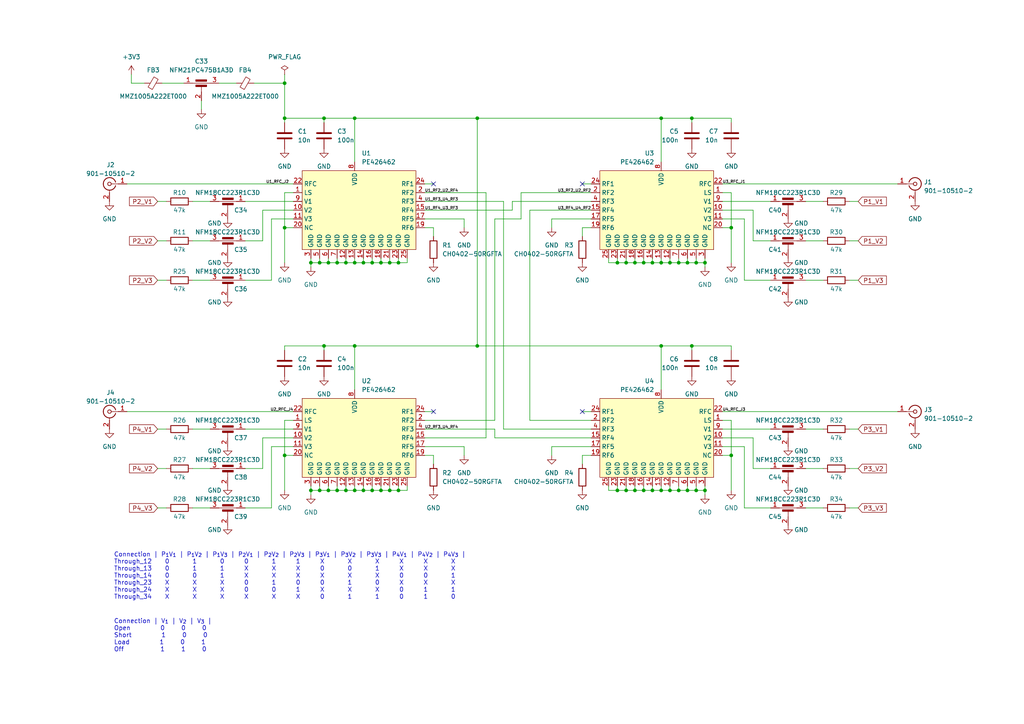
<source format=kicad_sch>
(kicad_sch (version 20211123) (generator eeschema)

  (uuid 1558a2a2-2c7b-4301-afae-84d7588db334)

  (paper "A4")

  (title_block
    (title "LibreCAL")
    (date "2023-01-07")
    (rev "A+")
  )

  (lib_symbols
    (symbol "Device:C" (pin_numbers hide) (pin_names (offset 0.254)) (in_bom yes) (on_board yes)
      (property "Reference" "C" (id 0) (at 0.635 2.54 0)
        (effects (font (size 1.27 1.27)) (justify left))
      )
      (property "Value" "C" (id 1) (at 0.635 -2.54 0)
        (effects (font (size 1.27 1.27)) (justify left))
      )
      (property "Footprint" "" (id 2) (at 0.9652 -3.81 0)
        (effects (font (size 1.27 1.27)) hide)
      )
      (property "Datasheet" "~" (id 3) (at 0 0 0)
        (effects (font (size 1.27 1.27)) hide)
      )
      (property "ki_keywords" "cap capacitor" (id 4) (at 0 0 0)
        (effects (font (size 1.27 1.27)) hide)
      )
      (property "ki_description" "Unpolarized capacitor" (id 5) (at 0 0 0)
        (effects (font (size 1.27 1.27)) hide)
      )
      (property "ki_fp_filters" "C_*" (id 6) (at 0 0 0)
        (effects (font (size 1.27 1.27)) hide)
      )
      (symbol "C_0_1"
        (polyline
          (pts
            (xy -2.032 -0.762)
            (xy 2.032 -0.762)
          )
          (stroke (width 0.508) (type default) (color 0 0 0 0))
          (fill (type none))
        )
        (polyline
          (pts
            (xy -2.032 0.762)
            (xy 2.032 0.762)
          )
          (stroke (width 0.508) (type default) (color 0 0 0 0))
          (fill (type none))
        )
      )
      (symbol "C_1_1"
        (pin passive line (at 0 3.81 270) (length 2.794)
          (name "~" (effects (font (size 1.27 1.27))))
          (number "1" (effects (font (size 1.27 1.27))))
        )
        (pin passive line (at 0 -3.81 90) (length 2.794)
          (name "~" (effects (font (size 1.27 1.27))))
          (number "2" (effects (font (size 1.27 1.27))))
        )
      )
    )
    (symbol "Device:C_Feedthrough" (pin_names (offset 0.254) hide) (in_bom yes) (on_board yes)
      (property "Reference" "C" (id 0) (at 0 7.62 0)
        (effects (font (size 1.27 1.27)))
      )
      (property "Value" "C_Feedthrough" (id 1) (at 0 5.715 0)
        (effects (font (size 1.27 1.27)))
      )
      (property "Footprint" "" (id 2) (at 0 0 90)
        (effects (font (size 1.27 1.27)) hide)
      )
      (property "Datasheet" "~" (id 3) (at 0 0 90)
        (effects (font (size 1.27 1.27)) hide)
      )
      (property "ki_keywords" "EMI filter feedthrough capacitor" (id 4) (at 0 0 0)
        (effects (font (size 1.27 1.27)) hide)
      )
      (property "ki_description" "Feedthrough capacitor" (id 5) (at 0 0 0)
        (effects (font (size 1.27 1.27)) hide)
      )
      (symbol "C_Feedthrough_0_1"
        (rectangle (start -1.651 1.524) (end 1.524 2.032)
          (stroke (width 0) (type default) (color 0 0 0 0))
          (fill (type outline))
        )
        (polyline
          (pts
            (xy -2.54 2.54)
            (xy 2.54 2.54)
          )
          (stroke (width 0) (type default) (color 0 0 0 0))
          (fill (type none))
        )
        (polyline
          (pts
            (xy 0 0)
            (xy 0 1.778)
          )
          (stroke (width 0) (type default) (color 0 0 0 0))
          (fill (type none))
        )
        (rectangle (start 1.524 3.048) (end -1.651 3.556)
          (stroke (width 0) (type default) (color 0 0 0 0))
          (fill (type outline))
        )
      )
      (symbol "C_Feedthrough_1_1"
        (pin passive line (at -5.08 2.54 0) (length 2.54)
          (name "1" (effects (font (size 1.27 1.27))))
          (number "1" (effects (font (size 1.27 1.27))))
        )
        (pin passive line (at 0 -2.54 90) (length 2.54)
          (name "2" (effects (font (size 1.27 1.27))))
          (number "2" (effects (font (size 1.27 1.27))))
        )
        (pin passive line (at 5.08 2.54 180) (length 2.54)
          (name "3" (effects (font (size 1.27 1.27))))
          (number "3" (effects (font (size 1.27 1.27))))
        )
      )
    )
    (symbol "Device:FerriteBead_Small" (pin_numbers hide) (pin_names (offset 0)) (in_bom yes) (on_board yes)
      (property "Reference" "FB" (id 0) (at 1.905 1.27 0)
        (effects (font (size 1.27 1.27)) (justify left))
      )
      (property "Value" "FerriteBead_Small" (id 1) (at 1.905 -1.27 0)
        (effects (font (size 1.27 1.27)) (justify left))
      )
      (property "Footprint" "" (id 2) (at -1.778 0 90)
        (effects (font (size 1.27 1.27)) hide)
      )
      (property "Datasheet" "~" (id 3) (at 0 0 0)
        (effects (font (size 1.27 1.27)) hide)
      )
      (property "ki_keywords" "L ferrite bead inductor filter" (id 4) (at 0 0 0)
        (effects (font (size 1.27 1.27)) hide)
      )
      (property "ki_description" "Ferrite bead, small symbol" (id 5) (at 0 0 0)
        (effects (font (size 1.27 1.27)) hide)
      )
      (property "ki_fp_filters" "Inductor_* L_* *Ferrite*" (id 6) (at 0 0 0)
        (effects (font (size 1.27 1.27)) hide)
      )
      (symbol "FerriteBead_Small_0_1"
        (polyline
          (pts
            (xy 0 -1.27)
            (xy 0 -0.7874)
          )
          (stroke (width 0) (type default) (color 0 0 0 0))
          (fill (type none))
        )
        (polyline
          (pts
            (xy 0 0.889)
            (xy 0 1.2954)
          )
          (stroke (width 0) (type default) (color 0 0 0 0))
          (fill (type none))
        )
        (polyline
          (pts
            (xy -1.8288 0.2794)
            (xy -1.1176 1.4986)
            (xy 1.8288 -0.2032)
            (xy 1.1176 -1.4224)
            (xy -1.8288 0.2794)
          )
          (stroke (width 0) (type default) (color 0 0 0 0))
          (fill (type none))
        )
      )
      (symbol "FerriteBead_Small_1_1"
        (pin passive line (at 0 2.54 270) (length 1.27)
          (name "~" (effects (font (size 1.27 1.27))))
          (number "1" (effects (font (size 1.27 1.27))))
        )
        (pin passive line (at 0 -2.54 90) (length 1.27)
          (name "~" (effects (font (size 1.27 1.27))))
          (number "2" (effects (font (size 1.27 1.27))))
        )
      )
    )
    (symbol "Device:R" (pin_numbers hide) (pin_names (offset 0)) (in_bom yes) (on_board yes)
      (property "Reference" "R" (id 0) (at 2.032 0 90)
        (effects (font (size 1.27 1.27)))
      )
      (property "Value" "R" (id 1) (at 0 0 90)
        (effects (font (size 1.27 1.27)))
      )
      (property "Footprint" "" (id 2) (at -1.778 0 90)
        (effects (font (size 1.27 1.27)) hide)
      )
      (property "Datasheet" "~" (id 3) (at 0 0 0)
        (effects (font (size 1.27 1.27)) hide)
      )
      (property "ki_keywords" "R res resistor" (id 4) (at 0 0 0)
        (effects (font (size 1.27 1.27)) hide)
      )
      (property "ki_description" "Resistor" (id 5) (at 0 0 0)
        (effects (font (size 1.27 1.27)) hide)
      )
      (property "ki_fp_filters" "R_*" (id 6) (at 0 0 0)
        (effects (font (size 1.27 1.27)) hide)
      )
      (symbol "R_0_1"
        (rectangle (start -1.016 -2.54) (end 1.016 2.54)
          (stroke (width 0.254) (type default) (color 0 0 0 0))
          (fill (type none))
        )
      )
      (symbol "R_1_1"
        (pin passive line (at 0 3.81 270) (length 1.27)
          (name "~" (effects (font (size 1.27 1.27))))
          (number "1" (effects (font (size 1.27 1.27))))
        )
        (pin passive line (at 0 -3.81 90) (length 1.27)
          (name "~" (effects (font (size 1.27 1.27))))
          (number "2" (effects (font (size 1.27 1.27))))
        )
      )
    )
    (symbol "LibreCAL:901-10510-2" (pin_names (offset 1.016) hide) (in_bom yes) (on_board yes)
      (property "Reference" "J" (id 0) (at 0.254 3.048 0)
        (effects (font (size 1.27 1.27)))
      )
      (property "Value" "901-10510-2" (id 1) (at 2.921 0 90)
        (effects (font (size 1.27 1.27)))
      )
      (property "Footprint" "LibreCAL:901-10510-2" (id 2) (at 0 0 0)
        (effects (font (size 1.27 1.27)) hide)
      )
      (property "Datasheet" "https://www.amphenolrf.com/library/download/link/link_id/593470/parent/901-10510-2/" (id 3) (at 0 0 0)
        (effects (font (size 1.27 1.27)) hide)
      )
      (property "ki_keywords" "SMA" (id 4) (at 0 0 0)
        (effects (font (size 1.27 1.27)) hide)
      )
      (property "ki_description" "High quality SMA connector, Amphenol" (id 5) (at 0 0 0)
        (effects (font (size 1.27 1.27)) hide)
      )
      (property "ki_fp_filters" "*BNC* *SMA* *SMB* *SMC* *Cinch* *LEMO*" (id 6) (at 0 0 0)
        (effects (font (size 1.27 1.27)) hide)
      )
      (symbol "901-10510-2_0_1"
        (arc (start -1.778 -0.508) (mid 0.2311 -1.8066) (end 1.778 0)
          (stroke (width 0.254) (type default) (color 0 0 0 0))
          (fill (type none))
        )
        (polyline
          (pts
            (xy -2.54 0)
            (xy -0.508 0)
          )
          (stroke (width 0) (type default) (color 0 0 0 0))
          (fill (type none))
        )
        (polyline
          (pts
            (xy 0 -2.54)
            (xy 0 -1.778)
          )
          (stroke (width 0) (type default) (color 0 0 0 0))
          (fill (type none))
        )
        (circle (center 0 0) (radius 0.508)
          (stroke (width 0.2032) (type default) (color 0 0 0 0))
          (fill (type none))
        )
        (arc (start 1.778 0) (mid 0.2099 1.8101) (end -1.778 0.508)
          (stroke (width 0.254) (type default) (color 0 0 0 0))
          (fill (type none))
        )
      )
      (symbol "901-10510-2_1_1"
        (pin passive line (at -5.08 0 0) (length 2.54)
          (name "In" (effects (font (size 1.27 1.27))))
          (number "1" (effects (font (size 1.27 1.27))))
        )
        (pin passive line (at 0 -5.08 90) (length 2.54)
          (name "Ext" (effects (font (size 1.27 1.27))))
          (number "2" (effects (font (size 1.27 1.27))))
        )
        (pin passive line (at 0 -5.08 90) (length 2.54) hide
          (name "Ext" (effects (font (size 1.27 1.27))))
          (number "3" (effects (font (size 1.27 1.27))))
        )
        (pin passive line (at 0 -5.08 90) (length 2.54) hide
          (name "Ext" (effects (font (size 1.27 1.27))))
          (number "4" (effects (font (size 1.27 1.27))))
        )
        (pin passive line (at 0 -5.08 90) (length 2.54) hide
          (name "Ext" (effects (font (size 1.27 1.27))))
          (number "5" (effects (font (size 1.27 1.27))))
        )
        (pin passive line (at 0 -5.08 90) (length 2.54) hide
          (name "Ext" (effects (font (size 1.27 1.27))))
          (number "6" (effects (font (size 1.27 1.27))))
        )
        (pin passive line (at 0 -5.08 90) (length 2.54) hide
          (name "Ext" (effects (font (size 1.27 1.27))))
          (number "7" (effects (font (size 1.27 1.27))))
        )
      )
    )
    (symbol "LibreCAL:PE426462" (in_bom yes) (on_board yes)
      (property "Reference" "U" (id 0) (at -13.97 10.16 0)
        (effects (font (size 1.27 1.27)))
      )
      (property "Value" "PE426462" (id 1) (at 11.43 10.16 0)
        (effects (font (size 1.27 1.27)))
      )
      (property "Footprint" "Package_DFN_QFN:QFN-24-1EP_4x4mm_P0.5mm_EP2.7x2.7mm" (id 2) (at 21.59 17.78 0)
        (effects (font (size 1.27 1.27)) hide)
      )
      (property "Datasheet" "https://www.psemi.com/pdf/datasheets/pe426462ds.pdf" (id 3) (at 21.59 17.78 0)
        (effects (font (size 1.27 1.27)) hide)
      )
      (symbol "PE426462_0_1"
        (rectangle (start -15.24 8.89) (end 17.78 -13.97)
          (stroke (width 0) (type default) (color 0 0 0 0))
          (fill (type background))
        )
      )
      (symbol "PE426462_1_1"
        (pin input line (at -17.78 2.54 0) (length 2.54)
          (name "LS" (effects (font (size 1.27 1.27))))
          (number "1" (effects (font (size 1.27 1.27))))
        )
        (pin input line (at -17.78 -2.54 0) (length 2.54)
          (name "V2" (effects (font (size 1.27 1.27))))
          (number "10" (effects (font (size 1.27 1.27))))
        )
        (pin input line (at -17.78 -5.08 0) (length 2.54)
          (name "V3" (effects (font (size 1.27 1.27))))
          (number "11" (effects (font (size 1.27 1.27))))
        )
        (pin power_in line (at -2.54 -16.51 90) (length 2.54)
          (name "GND" (effects (font (size 1.27 1.27))))
          (number "12" (effects (font (size 1.27 1.27))))
        )
        (pin power_in line (at 0 -16.51 90) (length 2.54)
          (name "GND" (effects (font (size 1.27 1.27))))
          (number "13" (effects (font (size 1.27 1.27))))
        )
        (pin power_in line (at 2.54 -16.51 90) (length 2.54)
          (name "GND" (effects (font (size 1.27 1.27))))
          (number "14" (effects (font (size 1.27 1.27))))
        )
        (pin bidirectional line (at 20.32 -2.54 180) (length 2.54)
          (name "RF4" (effects (font (size 1.27 1.27))))
          (number "15" (effects (font (size 1.27 1.27))))
        )
        (pin power_in line (at 5.08 -16.51 90) (length 2.54)
          (name "GND" (effects (font (size 1.27 1.27))))
          (number "16" (effects (font (size 1.27 1.27))))
        )
        (pin bidirectional line (at 20.32 -5.08 180) (length 2.54)
          (name "RF5" (effects (font (size 1.27 1.27))))
          (number "17" (effects (font (size 1.27 1.27))))
        )
        (pin power_in line (at 7.62 -16.51 90) (length 2.54)
          (name "GND" (effects (font (size 1.27 1.27))))
          (number "18" (effects (font (size 1.27 1.27))))
        )
        (pin bidirectional line (at 20.32 -7.62 180) (length 2.54)
          (name "RF6" (effects (font (size 1.27 1.27))))
          (number "19" (effects (font (size 1.27 1.27))))
        )
        (pin bidirectional line (at 20.32 2.54 180) (length 2.54)
          (name "RF2" (effects (font (size 1.27 1.27))))
          (number "2" (effects (font (size 1.27 1.27))))
        )
        (pin passive line (at -17.78 -7.62 0) (length 2.54)
          (name "NC" (effects (font (size 1.27 1.27))))
          (number "20" (effects (font (size 1.27 1.27))))
        )
        (pin power_in line (at 10.16 -16.51 90) (length 2.54)
          (name "GND" (effects (font (size 1.27 1.27))))
          (number "21" (effects (font (size 1.27 1.27))))
        )
        (pin bidirectional line (at -17.78 5.08 0) (length 2.54)
          (name "RFC" (effects (font (size 1.27 1.27))))
          (number "22" (effects (font (size 1.27 1.27))))
        )
        (pin power_in line (at 12.7 -16.51 90) (length 2.54)
          (name "GND" (effects (font (size 1.27 1.27))))
          (number "23" (effects (font (size 1.27 1.27))))
        )
        (pin bidirectional line (at 20.32 5.08 180) (length 2.54)
          (name "RF1" (effects (font (size 1.27 1.27))))
          (number "24" (effects (font (size 1.27 1.27))))
        )
        (pin power_in line (at 15.24 -16.51 90) (length 2.54)
          (name "GND" (effects (font (size 1.27 1.27))))
          (number "25" (effects (font (size 1.27 1.27))))
        )
        (pin power_in line (at -12.7 -16.51 90) (length 2.54)
          (name "GND" (effects (font (size 1.27 1.27))))
          (number "3" (effects (font (size 1.27 1.27))))
        )
        (pin bidirectional line (at 20.32 0 180) (length 2.54)
          (name "RF3" (effects (font (size 1.27 1.27))))
          (number "4" (effects (font (size 1.27 1.27))))
        )
        (pin power_in line (at -10.16 -16.51 90) (length 2.54)
          (name "GND" (effects (font (size 1.27 1.27))))
          (number "5" (effects (font (size 1.27 1.27))))
        )
        (pin power_in line (at -7.62 -16.51 90) (length 2.54)
          (name "GND" (effects (font (size 1.27 1.27))))
          (number "6" (effects (font (size 1.27 1.27))))
        )
        (pin power_in line (at -5.08 -16.51 90) (length 2.54)
          (name "GND" (effects (font (size 1.27 1.27))))
          (number "7" (effects (font (size 1.27 1.27))))
        )
        (pin power_in line (at 0 11.43 270) (length 2.54)
          (name "VDD" (effects (font (size 1.27 1.27))))
          (number "8" (effects (font (size 1.27 1.27))))
        )
        (pin input line (at -17.78 0 0) (length 2.54)
          (name "V1" (effects (font (size 1.27 1.27))))
          (number "9" (effects (font (size 1.27 1.27))))
        )
      )
    )
    (symbol "PE426462_1" (in_bom yes) (on_board yes)
      (property "Reference" "U" (id 0) (at -13.97 10.16 0)
        (effects (font (size 1.27 1.27)))
      )
      (property "Value" "PE426462_1" (id 1) (at 11.43 10.16 0)
        (effects (font (size 1.27 1.27)))
      )
      (property "Footprint" "Package_DFN_QFN:QFN-24-1EP_4x4mm_P0.5mm_EP2.7x2.7mm" (id 2) (at 21.59 17.78 0)
        (effects (font (size 1.27 1.27)) hide)
      )
      (property "Datasheet" "https://www.psemi.com/pdf/datasheets/pe426462ds.pdf" (id 3) (at 21.59 17.78 0)
        (effects (font (size 1.27 1.27)) hide)
      )
      (symbol "PE426462_1_0_1"
        (rectangle (start -15.24 8.89) (end 17.78 -13.97)
          (stroke (width 0) (type default) (color 0 0 0 0))
          (fill (type background))
        )
      )
      (symbol "PE426462_1_1_1"
        (pin input line (at -17.78 2.54 0) (length 2.54)
          (name "LS" (effects (font (size 1.27 1.27))))
          (number "1" (effects (font (size 1.27 1.27))))
        )
        (pin input line (at -17.78 -2.54 0) (length 2.54)
          (name "V2" (effects (font (size 1.27 1.27))))
          (number "10" (effects (font (size 1.27 1.27))))
        )
        (pin input line (at -17.78 -5.08 0) (length 2.54)
          (name "V3" (effects (font (size 1.27 1.27))))
          (number "11" (effects (font (size 1.27 1.27))))
        )
        (pin power_in line (at -2.54 -16.51 90) (length 2.54)
          (name "GND" (effects (font (size 1.27 1.27))))
          (number "12" (effects (font (size 1.27 1.27))))
        )
        (pin power_in line (at 0 -16.51 90) (length 2.54)
          (name "GND" (effects (font (size 1.27 1.27))))
          (number "13" (effects (font (size 1.27 1.27))))
        )
        (pin power_in line (at 2.54 -16.51 90) (length 2.54)
          (name "GND" (effects (font (size 1.27 1.27))))
          (number "14" (effects (font (size 1.27 1.27))))
        )
        (pin bidirectional line (at 20.32 -2.54 180) (length 2.54)
          (name "RF4" (effects (font (size 1.27 1.27))))
          (number "15" (effects (font (size 1.27 1.27))))
        )
        (pin power_in line (at 5.08 -16.51 90) (length 2.54)
          (name "GND" (effects (font (size 1.27 1.27))))
          (number "16" (effects (font (size 1.27 1.27))))
        )
        (pin bidirectional line (at 20.32 -5.08 180) (length 2.54)
          (name "RF5" (effects (font (size 1.27 1.27))))
          (number "17" (effects (font (size 1.27 1.27))))
        )
        (pin power_in line (at 7.62 -16.51 90) (length 2.54)
          (name "GND" (effects (font (size 1.27 1.27))))
          (number "18" (effects (font (size 1.27 1.27))))
        )
        (pin bidirectional line (at 20.32 -7.62 180) (length 2.54)
          (name "RF6" (effects (font (size 1.27 1.27))))
          (number "19" (effects (font (size 1.27 1.27))))
        )
        (pin bidirectional line (at 20.32 2.54 180) (length 2.54)
          (name "RF2" (effects (font (size 1.27 1.27))))
          (number "2" (effects (font (size 1.27 1.27))))
        )
        (pin passive line (at -17.78 -7.62 0) (length 2.54)
          (name "NC" (effects (font (size 1.27 1.27))))
          (number "20" (effects (font (size 1.27 1.27))))
        )
        (pin power_in line (at 10.16 -16.51 90) (length 2.54)
          (name "GND" (effects (font (size 1.27 1.27))))
          (number "21" (effects (font (size 1.27 1.27))))
        )
        (pin bidirectional line (at -17.78 5.08 0) (length 2.54)
          (name "RFC" (effects (font (size 1.27 1.27))))
          (number "22" (effects (font (size 1.27 1.27))))
        )
        (pin power_in line (at 12.7 -16.51 90) (length 2.54)
          (name "GND" (effects (font (size 1.27 1.27))))
          (number "23" (effects (font (size 1.27 1.27))))
        )
        (pin bidirectional line (at 20.32 5.08 180) (length 2.54)
          (name "RF1" (effects (font (size 1.27 1.27))))
          (number "24" (effects (font (size 1.27 1.27))))
        )
        (pin power_in line (at 15.24 -16.51 90) (length 2.54)
          (name "GND" (effects (font (size 1.27 1.27))))
          (number "25" (effects (font (size 1.27 1.27))))
        )
        (pin power_in line (at -12.7 -16.51 90) (length 2.54)
          (name "GND" (effects (font (size 1.27 1.27))))
          (number "3" (effects (font (size 1.27 1.27))))
        )
        (pin bidirectional line (at 20.32 0 180) (length 2.54)
          (name "RF3" (effects (font (size 1.27 1.27))))
          (number "4" (effects (font (size 1.27 1.27))))
        )
        (pin power_in line (at -10.16 -16.51 90) (length 2.54)
          (name "GND" (effects (font (size 1.27 1.27))))
          (number "5" (effects (font (size 1.27 1.27))))
        )
        (pin power_in line (at -7.62 -16.51 90) (length 2.54)
          (name "GND" (effects (font (size 1.27 1.27))))
          (number "6" (effects (font (size 1.27 1.27))))
        )
        (pin power_in line (at -5.08 -16.51 90) (length 2.54)
          (name "GND" (effects (font (size 1.27 1.27))))
          (number "7" (effects (font (size 1.27 1.27))))
        )
        (pin power_in line (at 0 11.43 270) (length 2.54)
          (name "VDD" (effects (font (size 1.27 1.27))))
          (number "8" (effects (font (size 1.27 1.27))))
        )
        (pin input line (at -17.78 0 0) (length 2.54)
          (name "V1" (effects (font (size 1.27 1.27))))
          (number "9" (effects (font (size 1.27 1.27))))
        )
      )
    )
    (symbol "PE426462_2" (in_bom yes) (on_board yes)
      (property "Reference" "U" (id 0) (at -13.97 10.16 0)
        (effects (font (size 1.27 1.27)))
      )
      (property "Value" "PE426462_2" (id 1) (at 11.43 10.16 0)
        (effects (font (size 1.27 1.27)))
      )
      (property "Footprint" "Package_DFN_QFN:QFN-24-1EP_4x4mm_P0.5mm_EP2.7x2.7mm" (id 2) (at 21.59 17.78 0)
        (effects (font (size 1.27 1.27)) hide)
      )
      (property "Datasheet" "https://www.psemi.com/pdf/datasheets/pe426462ds.pdf" (id 3) (at 21.59 17.78 0)
        (effects (font (size 1.27 1.27)) hide)
      )
      (symbol "PE426462_2_0_1"
        (rectangle (start -15.24 8.89) (end 17.78 -13.97)
          (stroke (width 0) (type default) (color 0 0 0 0))
          (fill (type background))
        )
      )
      (symbol "PE426462_2_1_1"
        (pin input line (at -17.78 2.54 0) (length 2.54)
          (name "LS" (effects (font (size 1.27 1.27))))
          (number "1" (effects (font (size 1.27 1.27))))
        )
        (pin input line (at -17.78 -2.54 0) (length 2.54)
          (name "V2" (effects (font (size 1.27 1.27))))
          (number "10" (effects (font (size 1.27 1.27))))
        )
        (pin input line (at -17.78 -5.08 0) (length 2.54)
          (name "V3" (effects (font (size 1.27 1.27))))
          (number "11" (effects (font (size 1.27 1.27))))
        )
        (pin power_in line (at -2.54 -16.51 90) (length 2.54)
          (name "GND" (effects (font (size 1.27 1.27))))
          (number "12" (effects (font (size 1.27 1.27))))
        )
        (pin power_in line (at 0 -16.51 90) (length 2.54)
          (name "GND" (effects (font (size 1.27 1.27))))
          (number "13" (effects (font (size 1.27 1.27))))
        )
        (pin power_in line (at 2.54 -16.51 90) (length 2.54)
          (name "GND" (effects (font (size 1.27 1.27))))
          (number "14" (effects (font (size 1.27 1.27))))
        )
        (pin bidirectional line (at 20.32 -2.54 180) (length 2.54)
          (name "RF4" (effects (font (size 1.27 1.27))))
          (number "15" (effects (font (size 1.27 1.27))))
        )
        (pin power_in line (at 5.08 -16.51 90) (length 2.54)
          (name "GND" (effects (font (size 1.27 1.27))))
          (number "16" (effects (font (size 1.27 1.27))))
        )
        (pin bidirectional line (at 20.32 -5.08 180) (length 2.54)
          (name "RF5" (effects (font (size 1.27 1.27))))
          (number "17" (effects (font (size 1.27 1.27))))
        )
        (pin power_in line (at 7.62 -16.51 90) (length 2.54)
          (name "GND" (effects (font (size 1.27 1.27))))
          (number "18" (effects (font (size 1.27 1.27))))
        )
        (pin bidirectional line (at 20.32 -7.62 180) (length 2.54)
          (name "RF6" (effects (font (size 1.27 1.27))))
          (number "19" (effects (font (size 1.27 1.27))))
        )
        (pin bidirectional line (at 20.32 2.54 180) (length 2.54)
          (name "RF2" (effects (font (size 1.27 1.27))))
          (number "2" (effects (font (size 1.27 1.27))))
        )
        (pin passive line (at -17.78 -7.62 0) (length 2.54)
          (name "NC" (effects (font (size 1.27 1.27))))
          (number "20" (effects (font (size 1.27 1.27))))
        )
        (pin power_in line (at 10.16 -16.51 90) (length 2.54)
          (name "GND" (effects (font (size 1.27 1.27))))
          (number "21" (effects (font (size 1.27 1.27))))
        )
        (pin bidirectional line (at -17.78 5.08 0) (length 2.54)
          (name "RFC" (effects (font (size 1.27 1.27))))
          (number "22" (effects (font (size 1.27 1.27))))
        )
        (pin power_in line (at 12.7 -16.51 90) (length 2.54)
          (name "GND" (effects (font (size 1.27 1.27))))
          (number "23" (effects (font (size 1.27 1.27))))
        )
        (pin bidirectional line (at 20.32 5.08 180) (length 2.54)
          (name "RF1" (effects (font (size 1.27 1.27))))
          (number "24" (effects (font (size 1.27 1.27))))
        )
        (pin power_in line (at 15.24 -16.51 90) (length 2.54)
          (name "GND" (effects (font (size 1.27 1.27))))
          (number "25" (effects (font (size 1.27 1.27))))
        )
        (pin power_in line (at -12.7 -16.51 90) (length 2.54)
          (name "GND" (effects (font (size 1.27 1.27))))
          (number "3" (effects (font (size 1.27 1.27))))
        )
        (pin bidirectional line (at 20.32 0 180) (length 2.54)
          (name "RF3" (effects (font (size 1.27 1.27))))
          (number "4" (effects (font (size 1.27 1.27))))
        )
        (pin power_in line (at -10.16 -16.51 90) (length 2.54)
          (name "GND" (effects (font (size 1.27 1.27))))
          (number "5" (effects (font (size 1.27 1.27))))
        )
        (pin power_in line (at -7.62 -16.51 90) (length 2.54)
          (name "GND" (effects (font (size 1.27 1.27))))
          (number "6" (effects (font (size 1.27 1.27))))
        )
        (pin power_in line (at -5.08 -16.51 90) (length 2.54)
          (name "GND" (effects (font (size 1.27 1.27))))
          (number "7" (effects (font (size 1.27 1.27))))
        )
        (pin power_in line (at 0 11.43 270) (length 2.54)
          (name "VDD" (effects (font (size 1.27 1.27))))
          (number "8" (effects (font (size 1.27 1.27))))
        )
        (pin input line (at -17.78 0 0) (length 2.54)
          (name "V1" (effects (font (size 1.27 1.27))))
          (number "9" (effects (font (size 1.27 1.27))))
        )
      )
    )
    (symbol "PE426462_3" (in_bom yes) (on_board yes)
      (property "Reference" "U" (id 0) (at -13.97 10.16 0)
        (effects (font (size 1.27 1.27)))
      )
      (property "Value" "PE426462_3" (id 1) (at 11.43 10.16 0)
        (effects (font (size 1.27 1.27)))
      )
      (property "Footprint" "Package_DFN_QFN:QFN-24-1EP_4x4mm_P0.5mm_EP2.7x2.7mm" (id 2) (at 21.59 17.78 0)
        (effects (font (size 1.27 1.27)) hide)
      )
      (property "Datasheet" "https://www.psemi.com/pdf/datasheets/pe426462ds.pdf" (id 3) (at 21.59 17.78 0)
        (effects (font (size 1.27 1.27)) hide)
      )
      (symbol "PE426462_3_0_1"
        (rectangle (start -15.24 8.89) (end 17.78 -13.97)
          (stroke (width 0) (type default) (color 0 0 0 0))
          (fill (type background))
        )
      )
      (symbol "PE426462_3_1_1"
        (pin input line (at -17.78 2.54 0) (length 2.54)
          (name "LS" (effects (font (size 1.27 1.27))))
          (number "1" (effects (font (size 1.27 1.27))))
        )
        (pin input line (at -17.78 -2.54 0) (length 2.54)
          (name "V2" (effects (font (size 1.27 1.27))))
          (number "10" (effects (font (size 1.27 1.27))))
        )
        (pin input line (at -17.78 -5.08 0) (length 2.54)
          (name "V3" (effects (font (size 1.27 1.27))))
          (number "11" (effects (font (size 1.27 1.27))))
        )
        (pin power_in line (at -2.54 -16.51 90) (length 2.54)
          (name "GND" (effects (font (size 1.27 1.27))))
          (number "12" (effects (font (size 1.27 1.27))))
        )
        (pin power_in line (at 0 -16.51 90) (length 2.54)
          (name "GND" (effects (font (size 1.27 1.27))))
          (number "13" (effects (font (size 1.27 1.27))))
        )
        (pin power_in line (at 2.54 -16.51 90) (length 2.54)
          (name "GND" (effects (font (size 1.27 1.27))))
          (number "14" (effects (font (size 1.27 1.27))))
        )
        (pin bidirectional line (at 20.32 -2.54 180) (length 2.54)
          (name "RF4" (effects (font (size 1.27 1.27))))
          (number "15" (effects (font (size 1.27 1.27))))
        )
        (pin power_in line (at 5.08 -16.51 90) (length 2.54)
          (name "GND" (effects (font (size 1.27 1.27))))
          (number "16" (effects (font (size 1.27 1.27))))
        )
        (pin bidirectional line (at 20.32 -5.08 180) (length 2.54)
          (name "RF5" (effects (font (size 1.27 1.27))))
          (number "17" (effects (font (size 1.27 1.27))))
        )
        (pin power_in line (at 7.62 -16.51 90) (length 2.54)
          (name "GND" (effects (font (size 1.27 1.27))))
          (number "18" (effects (font (size 1.27 1.27))))
        )
        (pin bidirectional line (at 20.32 -7.62 180) (length 2.54)
          (name "RF6" (effects (font (size 1.27 1.27))))
          (number "19" (effects (font (size 1.27 1.27))))
        )
        (pin bidirectional line (at 20.32 2.54 180) (length 2.54)
          (name "RF2" (effects (font (size 1.27 1.27))))
          (number "2" (effects (font (size 1.27 1.27))))
        )
        (pin passive line (at -17.78 -7.62 0) (length 2.54)
          (name "NC" (effects (font (size 1.27 1.27))))
          (number "20" (effects (font (size 1.27 1.27))))
        )
        (pin power_in line (at 10.16 -16.51 90) (length 2.54)
          (name "GND" (effects (font (size 1.27 1.27))))
          (number "21" (effects (font (size 1.27 1.27))))
        )
        (pin bidirectional line (at -17.78 5.08 0) (length 2.54)
          (name "RFC" (effects (font (size 1.27 1.27))))
          (number "22" (effects (font (size 1.27 1.27))))
        )
        (pin power_in line (at 12.7 -16.51 90) (length 2.54)
          (name "GND" (effects (font (size 1.27 1.27))))
          (number "23" (effects (font (size 1.27 1.27))))
        )
        (pin bidirectional line (at 20.32 5.08 180) (length 2.54)
          (name "RF1" (effects (font (size 1.27 1.27))))
          (number "24" (effects (font (size 1.27 1.27))))
        )
        (pin power_in line (at 15.24 -16.51 90) (length 2.54)
          (name "GND" (effects (font (size 1.27 1.27))))
          (number "25" (effects (font (size 1.27 1.27))))
        )
        (pin power_in line (at -12.7 -16.51 90) (length 2.54)
          (name "GND" (effects (font (size 1.27 1.27))))
          (number "3" (effects (font (size 1.27 1.27))))
        )
        (pin bidirectional line (at 20.32 0 180) (length 2.54)
          (name "RF3" (effects (font (size 1.27 1.27))))
          (number "4" (effects (font (size 1.27 1.27))))
        )
        (pin power_in line (at -10.16 -16.51 90) (length 2.54)
          (name "GND" (effects (font (size 1.27 1.27))))
          (number "5" (effects (font (size 1.27 1.27))))
        )
        (pin power_in line (at -7.62 -16.51 90) (length 2.54)
          (name "GND" (effects (font (size 1.27 1.27))))
          (number "6" (effects (font (size 1.27 1.27))))
        )
        (pin power_in line (at -5.08 -16.51 90) (length 2.54)
          (name "GND" (effects (font (size 1.27 1.27))))
          (number "7" (effects (font (size 1.27 1.27))))
        )
        (pin power_in line (at 0 11.43 270) (length 2.54)
          (name "VDD" (effects (font (size 1.27 1.27))))
          (number "8" (effects (font (size 1.27 1.27))))
        )
        (pin input line (at -17.78 0 0) (length 2.54)
          (name "V1" (effects (font (size 1.27 1.27))))
          (number "9" (effects (font (size 1.27 1.27))))
        )
      )
    )
    (symbol "power:+3V3" (power) (pin_names (offset 0)) (in_bom yes) (on_board yes)
      (property "Reference" "#PWR" (id 0) (at 0 -3.81 0)
        (effects (font (size 1.27 1.27)) hide)
      )
      (property "Value" "+3V3" (id 1) (at 0 3.556 0)
        (effects (font (size 1.27 1.27)))
      )
      (property "Footprint" "" (id 2) (at 0 0 0)
        (effects (font (size 1.27 1.27)) hide)
      )
      (property "Datasheet" "" (id 3) (at 0 0 0)
        (effects (font (size 1.27 1.27)) hide)
      )
      (property "ki_keywords" "power-flag" (id 4) (at 0 0 0)
        (effects (font (size 1.27 1.27)) hide)
      )
      (property "ki_description" "Power symbol creates a global label with name \"+3V3\"" (id 5) (at 0 0 0)
        (effects (font (size 1.27 1.27)) hide)
      )
      (symbol "+3V3_0_1"
        (polyline
          (pts
            (xy -0.762 1.27)
            (xy 0 2.54)
          )
          (stroke (width 0) (type default) (color 0 0 0 0))
          (fill (type none))
        )
        (polyline
          (pts
            (xy 0 0)
            (xy 0 2.54)
          )
          (stroke (width 0) (type default) (color 0 0 0 0))
          (fill (type none))
        )
        (polyline
          (pts
            (xy 0 2.54)
            (xy 0.762 1.27)
          )
          (stroke (width 0) (type default) (color 0 0 0 0))
          (fill (type none))
        )
      )
      (symbol "+3V3_1_1"
        (pin power_in line (at 0 0 90) (length 0) hide
          (name "+3V3" (effects (font (size 1.27 1.27))))
          (number "1" (effects (font (size 1.27 1.27))))
        )
      )
    )
    (symbol "power:GND" (power) (pin_names (offset 0)) (in_bom yes) (on_board yes)
      (property "Reference" "#PWR" (id 0) (at 0 -6.35 0)
        (effects (font (size 1.27 1.27)) hide)
      )
      (property "Value" "GND" (id 1) (at 0 -3.81 0)
        (effects (font (size 1.27 1.27)))
      )
      (property "Footprint" "" (id 2) (at 0 0 0)
        (effects (font (size 1.27 1.27)) hide)
      )
      (property "Datasheet" "" (id 3) (at 0 0 0)
        (effects (font (size 1.27 1.27)) hide)
      )
      (property "ki_keywords" "power-flag" (id 4) (at 0 0 0)
        (effects (font (size 1.27 1.27)) hide)
      )
      (property "ki_description" "Power symbol creates a global label with name \"GND\" , ground" (id 5) (at 0 0 0)
        (effects (font (size 1.27 1.27)) hide)
      )
      (symbol "GND_0_1"
        (polyline
          (pts
            (xy 0 0)
            (xy 0 -1.27)
            (xy 1.27 -1.27)
            (xy 0 -2.54)
            (xy -1.27 -1.27)
            (xy 0 -1.27)
          )
          (stroke (width 0) (type default) (color 0 0 0 0))
          (fill (type none))
        )
      )
      (symbol "GND_1_1"
        (pin power_in line (at 0 0 270) (length 0) hide
          (name "GND" (effects (font (size 1.27 1.27))))
          (number "1" (effects (font (size 1.27 1.27))))
        )
      )
    )
    (symbol "power:PWR_FLAG" (power) (pin_numbers hide) (pin_names (offset 0) hide) (in_bom yes) (on_board yes)
      (property "Reference" "#FLG" (id 0) (at 0 1.905 0)
        (effects (font (size 1.27 1.27)) hide)
      )
      (property "Value" "PWR_FLAG" (id 1) (at 0 3.81 0)
        (effects (font (size 1.27 1.27)))
      )
      (property "Footprint" "" (id 2) (at 0 0 0)
        (effects (font (size 1.27 1.27)) hide)
      )
      (property "Datasheet" "~" (id 3) (at 0 0 0)
        (effects (font (size 1.27 1.27)) hide)
      )
      (property "ki_keywords" "power-flag" (id 4) (at 0 0 0)
        (effects (font (size 1.27 1.27)) hide)
      )
      (property "ki_description" "Special symbol for telling ERC where power comes from" (id 5) (at 0 0 0)
        (effects (font (size 1.27 1.27)) hide)
      )
      (symbol "PWR_FLAG_0_0"
        (pin power_out line (at 0 0 90) (length 0)
          (name "pwr" (effects (font (size 1.27 1.27))))
          (number "1" (effects (font (size 1.27 1.27))))
        )
      )
      (symbol "PWR_FLAG_0_1"
        (polyline
          (pts
            (xy 0 0)
            (xy 0 1.27)
            (xy -1.016 1.905)
            (xy 0 2.54)
            (xy 1.016 1.905)
            (xy 0 1.27)
          )
          (stroke (width 0) (type default) (color 0 0 0 0))
          (fill (type none))
        )
      )
    )
  )

  (junction (at 113.03 142.24) (diameter 0) (color 0 0 0 0)
    (uuid 0011ebac-abbc-4c29-b565-b77fc3ec6af2)
  )
  (junction (at 194.31 142.24) (diameter 0) (color 0 0 0 0)
    (uuid 015e1cd2-4e49-473b-959b-064ef8a011b0)
  )
  (junction (at 105.41 142.24) (diameter 0) (color 0 0 0 0)
    (uuid 058c5ee1-232e-41ae-8b20-6134e265ab32)
  )
  (junction (at 191.77 142.24) (diameter 0) (color 0 0 0 0)
    (uuid 0a32aa8a-c4e9-4fdb-b30f-622492c21974)
  )
  (junction (at 113.03 76.2) (diameter 0) (color 0 0 0 0)
    (uuid 0cdd5391-0683-4447-bc39-0824e6e02486)
  )
  (junction (at 200.66 100.33) (diameter 0) (color 0 0 0 0)
    (uuid 10569268-73f8-43a8-933f-0320b5731b8d)
  )
  (junction (at 194.31 76.2) (diameter 0) (color 0 0 0 0)
    (uuid 1428c354-873c-4e05-926f-de7f6ab17daa)
  )
  (junction (at 201.93 142.24) (diameter 0) (color 0 0 0 0)
    (uuid 22cf94a5-d5c2-48d2-9b06-2d44a0d6451d)
  )
  (junction (at 97.79 76.2) (diameter 0) (color 0 0 0 0)
    (uuid 2c260df1-2adb-48a7-a21b-d6b4661236b2)
  )
  (junction (at 191.77 34.29) (diameter 0) (color 0 0 0 0)
    (uuid 2f85387f-7052-453c-9031-1a5395846233)
  )
  (junction (at 191.77 76.2) (diameter 0) (color 0 0 0 0)
    (uuid 3227563a-35e6-43ef-beab-7436c92febb4)
  )
  (junction (at 204.47 76.2) (diameter 0) (color 0 0 0 0)
    (uuid 405d6c72-7c2e-4672-90d7-bc63ca4c9eae)
  )
  (junction (at 93.98 100.33) (diameter 0) (color 0 0 0 0)
    (uuid 4533cb6c-1382-4f6b-b548-d1c4f30ed102)
  )
  (junction (at 189.23 142.24) (diameter 0) (color 0 0 0 0)
    (uuid 48fe136c-70aa-4a50-9cc9-bdb5dce69326)
  )
  (junction (at 102.87 142.24) (diameter 0) (color 0 0 0 0)
    (uuid 4f306637-a0ab-460c-8d3d-f3bfc64180df)
  )
  (junction (at 199.39 142.24) (diameter 0) (color 0 0 0 0)
    (uuid 5254a8ea-4ec8-428f-9264-99e00ef908d0)
  )
  (junction (at 82.55 66.04) (diameter 0) (color 0 0 0 0)
    (uuid 57873a8c-31d8-4055-a51f-c657e7f0e58c)
  )
  (junction (at 204.47 142.24) (diameter 0) (color 0 0 0 0)
    (uuid 58f201f2-3dbe-4f1b-9211-5b0acdf62139)
  )
  (junction (at 107.95 76.2) (diameter 0) (color 0 0 0 0)
    (uuid 5f8b46cf-e30c-4fd2-955c-e6dce8e5b952)
  )
  (junction (at 102.87 76.2) (diameter 0) (color 0 0 0 0)
    (uuid 62666710-ca2a-47fa-8441-f04069834ee9)
  )
  (junction (at 100.33 142.24) (diameter 0) (color 0 0 0 0)
    (uuid 64c517ea-a0a6-466c-a2d4-fbd09b356b20)
  )
  (junction (at 82.55 34.29) (diameter 0) (color 0 0 0 0)
    (uuid 6d48ed35-9051-4010-a153-2527d138ea94)
  )
  (junction (at 196.85 76.2) (diameter 0) (color 0 0 0 0)
    (uuid 6dcef1c0-da82-467c-9b6a-de83945b4885)
  )
  (junction (at 110.49 142.24) (diameter 0) (color 0 0 0 0)
    (uuid 73bb7b69-d425-4f6f-a4ab-5055c24c177c)
  )
  (junction (at 184.15 76.2) (diameter 0) (color 0 0 0 0)
    (uuid 870f3657-60f7-472d-9ac9-b3f564d6ea1d)
  )
  (junction (at 115.57 76.2) (diameter 0) (color 0 0 0 0)
    (uuid 8774c34f-c2da-4166-9754-54d6a54f53b6)
  )
  (junction (at 95.25 142.24) (diameter 0) (color 0 0 0 0)
    (uuid 8a6e132a-bd7f-475d-acd7-28885b47f654)
  )
  (junction (at 110.49 76.2) (diameter 0) (color 0 0 0 0)
    (uuid 8be522ba-a6d1-4bc6-ad48-da69edf91fd2)
  )
  (junction (at 191.77 100.33) (diameter 0) (color 0 0 0 0)
    (uuid 8ed569db-3d2c-4d0c-aab8-5ce5a40a4b7f)
  )
  (junction (at 212.09 66.04) (diameter 0) (color 0 0 0 0)
    (uuid 9258037d-26d1-4b0e-96f0-c1d742eb93dc)
  )
  (junction (at 199.39 76.2) (diameter 0) (color 0 0 0 0)
    (uuid 92705efd-8f0c-4598-8fe9-5f0c67581e43)
  )
  (junction (at 181.61 142.24) (diameter 0) (color 0 0 0 0)
    (uuid 9440ce18-060c-44af-a79b-09979edfa671)
  )
  (junction (at 138.43 34.29) (diameter 0) (color 0 0 0 0)
    (uuid 9a95013c-bfdb-494a-a53c-c6861c0275eb)
  )
  (junction (at 102.87 34.29) (diameter 0) (color 0 0 0 0)
    (uuid 9ecfd3c3-3c6e-4e9d-9b70-9e93813bea77)
  )
  (junction (at 93.98 34.29) (diameter 0) (color 0 0 0 0)
    (uuid a1f0d73d-eaf8-48e7-8b73-45e4f8008bbd)
  )
  (junction (at 95.25 76.2) (diameter 0) (color 0 0 0 0)
    (uuid a22d88b8-c7a8-4f8b-8cc5-fd001e653eb3)
  )
  (junction (at 186.69 76.2) (diameter 0) (color 0 0 0 0)
    (uuid a44f11b7-8f28-4803-8ee5-3e9e24a65707)
  )
  (junction (at 189.23 76.2) (diameter 0) (color 0 0 0 0)
    (uuid a7be0782-3370-45e6-8783-8b0295ffaac6)
  )
  (junction (at 82.55 24.13) (diameter 0) (color 0 0 0 0)
    (uuid a8548c6c-f7fd-4178-bd55-b15320b18e17)
  )
  (junction (at 82.55 132.08) (diameter 0) (color 0 0 0 0)
    (uuid a9d235d5-940a-458b-9613-8f9d018d87af)
  )
  (junction (at 201.93 76.2) (diameter 0) (color 0 0 0 0)
    (uuid aee375ac-5ec5-4b3c-90d6-2b4c0900398b)
  )
  (junction (at 92.71 76.2) (diameter 0) (color 0 0 0 0)
    (uuid b447a1f8-30a3-4108-9f6c-ab84df8b4ddd)
  )
  (junction (at 181.61 76.2) (diameter 0) (color 0 0 0 0)
    (uuid b633e2a1-b66c-4f1e-b9c7-d6ddb25bda48)
  )
  (junction (at 90.17 142.24) (diameter 0) (color 0 0 0 0)
    (uuid b73164da-2dd3-42c4-8ea2-053e59900c07)
  )
  (junction (at 102.87 100.33) (diameter 0) (color 0 0 0 0)
    (uuid bcb57491-bae4-4c55-9b44-e76f6f6a1079)
  )
  (junction (at 200.66 34.29) (diameter 0) (color 0 0 0 0)
    (uuid c352532f-74eb-42fe-8d5c-d25529299f78)
  )
  (junction (at 138.43 100.33) (diameter 0) (color 0 0 0 0)
    (uuid cba4170f-27ed-493b-a8ab-1977ace390df)
  )
  (junction (at 105.41 76.2) (diameter 0) (color 0 0 0 0)
    (uuid cf2bdc0f-19d0-4904-9349-03c44df96a03)
  )
  (junction (at 186.69 142.24) (diameter 0) (color 0 0 0 0)
    (uuid cff16c6e-18a6-47af-8e5b-c4ec8e4152fb)
  )
  (junction (at 90.17 76.2) (diameter 0) (color 0 0 0 0)
    (uuid d244a73b-90cf-443c-89e6-c98aa3f6ad31)
  )
  (junction (at 97.79 142.24) (diameter 0) (color 0 0 0 0)
    (uuid d97469fb-bdb1-4fae-b5df-d9623250df5a)
  )
  (junction (at 115.57 142.24) (diameter 0) (color 0 0 0 0)
    (uuid da4ee23f-3804-4270-8551-32578b857c62)
  )
  (junction (at 196.85 142.24) (diameter 0) (color 0 0 0 0)
    (uuid ddf3d156-ad69-4a86-b6ae-e0357e79017b)
  )
  (junction (at 107.95 142.24) (diameter 0) (color 0 0 0 0)
    (uuid de836cda-bfaa-4776-9310-48d50bfb5000)
  )
  (junction (at 100.33 76.2) (diameter 0) (color 0 0 0 0)
    (uuid e32def25-6b37-47fa-b55c-ed957eca918e)
  )
  (junction (at 184.15 142.24) (diameter 0) (color 0 0 0 0)
    (uuid ed177f12-6b93-40eb-94ad-2a2ca8a3aa14)
  )
  (junction (at 212.09 132.08) (diameter 0) (color 0 0 0 0)
    (uuid f0c0c821-2e79-47ab-a006-a4ffbc44445d)
  )
  (junction (at 179.07 142.24) (diameter 0) (color 0 0 0 0)
    (uuid f77f9b30-34e7-406f-ab2b-907040d4c6de)
  )
  (junction (at 179.07 76.2) (diameter 0) (color 0 0 0 0)
    (uuid f8516b53-da1c-4ac3-ae7a-04861373c1f5)
  )
  (junction (at 92.71 142.24) (diameter 0) (color 0 0 0 0)
    (uuid fd41d130-b606-4e29-b8f5-02bbd081ca09)
  )

  (no_connect (at 168.91 53.34) (uuid 1d195658-f0b3-4b91-a3ec-6751af90c89c))
  (no_connect (at 168.91 119.38) (uuid 2724f8f8-ca6b-4be5-bc33-71c708514f17))
  (no_connect (at 125.73 53.34) (uuid 6ae44687-bda2-4bf1-a5cf-095ecf1f452b))
  (no_connect (at 125.73 119.38) (uuid f19f37cb-2434-46b2-ac05-bd360f790121))

  (wire (pts (xy 95.25 74.93) (xy 95.25 76.2))
    (stroke (width 0) (type default) (color 0 0 0 0))
    (uuid 017db753-2102-4ec7-bcc4-682e70840135)
  )
  (wire (pts (xy 209.55 129.54) (xy 215.9 129.54))
    (stroke (width 0) (type default) (color 0 0 0 0))
    (uuid 021c218a-d0bf-48ee-9bce-9286762b9b19)
  )
  (wire (pts (xy 85.09 55.88) (xy 82.55 55.88))
    (stroke (width 0) (type default) (color 0 0 0 0))
    (uuid 02a868d8-f0d1-4240-bb46-ec058fb0af05)
  )
  (wire (pts (xy 118.11 74.93) (xy 118.11 76.2))
    (stroke (width 0) (type default) (color 0 0 0 0))
    (uuid 0381aa1f-ce01-48fa-8cf1-0d9ccf25a441)
  )
  (wire (pts (xy 200.66 100.33) (xy 191.77 100.33))
    (stroke (width 0) (type default) (color 0 0 0 0))
    (uuid 0394c2da-cd67-401c-9304-0090731bf38b)
  )
  (wire (pts (xy 113.03 74.93) (xy 113.03 76.2))
    (stroke (width 0) (type default) (color 0 0 0 0))
    (uuid 04050d72-5857-4442-9343-2217965464ed)
  )
  (wire (pts (xy 82.55 101.6) (xy 82.55 100.33))
    (stroke (width 0) (type default) (color 0 0 0 0))
    (uuid 04cb582f-ca62-45d7-8e4c-24473257f87e)
  )
  (wire (pts (xy 85.09 124.46) (xy 71.12 124.46))
    (stroke (width 0) (type default) (color 0 0 0 0))
    (uuid 06531a53-ebe5-47b3-a8e6-13ee7e42b653)
  )
  (wire (pts (xy 78.74 63.5) (xy 78.74 81.28))
    (stroke (width 0) (type default) (color 0 0 0 0))
    (uuid 06548ded-89dd-4576-97f7-c013bda6246a)
  )
  (wire (pts (xy 123.19 124.46) (xy 143.51 124.46))
    (stroke (width 0) (type default) (color 0 0 0 0))
    (uuid 091622e8-e426-4929-89e7-14120cfd7536)
  )
  (wire (pts (xy 60.96 147.32) (xy 55.88 147.32))
    (stroke (width 0) (type default) (color 0 0 0 0))
    (uuid 0946cd23-8d9c-4cfd-94f2-50cb39dd222d)
  )
  (wire (pts (xy 48.26 58.42) (xy 45.72 58.42))
    (stroke (width 0) (type default) (color 0 0 0 0))
    (uuid 09d4a421-457a-4150-9bca-5bf9a5d6bd6b)
  )
  (wire (pts (xy 107.95 142.24) (xy 105.41 142.24))
    (stroke (width 0) (type default) (color 0 0 0 0))
    (uuid 0ad714f8-da8f-47a3-8f5f-4f6954efc1c2)
  )
  (wire (pts (xy 199.39 142.24) (xy 201.93 142.24))
    (stroke (width 0) (type default) (color 0 0 0 0))
    (uuid 0b1f0383-8efe-4b7d-9d73-94ae4b599d0e)
  )
  (wire (pts (xy 123.19 119.38) (xy 125.73 119.38))
    (stroke (width 0) (type default) (color 0 0 0 0))
    (uuid 0b77e4dd-9349-4fbf-b799-e7d183c91063)
  )
  (wire (pts (xy 93.98 34.29) (xy 93.98 35.56))
    (stroke (width 0) (type default) (color 0 0 0 0))
    (uuid 0bc54d5e-2d44-45b1-afad-0feffa47c667)
  )
  (wire (pts (xy 201.93 140.97) (xy 201.93 142.24))
    (stroke (width 0) (type default) (color 0 0 0 0))
    (uuid 0c481b3b-d5df-4ab2-9366-efcf6966e640)
  )
  (wire (pts (xy 123.19 129.54) (xy 134.62 129.54))
    (stroke (width 0) (type default) (color 0 0 0 0))
    (uuid 0f577c1f-f124-4c6b-8153-3aea6ead0cdb)
  )
  (wire (pts (xy 82.55 35.56) (xy 82.55 34.29))
    (stroke (width 0) (type default) (color 0 0 0 0))
    (uuid 0fdb1b33-fa97-42c8-86b8-ff9bee67cc3f)
  )
  (wire (pts (xy 85.09 121.92) (xy 82.55 121.92))
    (stroke (width 0) (type default) (color 0 0 0 0))
    (uuid 118680b2-ca2b-4691-bf3b-ef9ce6febf8b)
  )
  (wire (pts (xy 168.91 132.08) (xy 168.91 134.62))
    (stroke (width 0) (type default) (color 0 0 0 0))
    (uuid 126f4385-217d-4290-91f0-9dcbd20bc28d)
  )
  (wire (pts (xy 115.57 76.2) (xy 113.03 76.2))
    (stroke (width 0) (type default) (color 0 0 0 0))
    (uuid 13697f8c-ca5a-443e-af0f-35c36d15e7e0)
  )
  (wire (pts (xy 194.31 76.2) (xy 196.85 76.2))
    (stroke (width 0) (type default) (color 0 0 0 0))
    (uuid 139f8aa5-6efa-41d4-9334-2d4aaeef9e4f)
  )
  (wire (pts (xy 85.09 58.42) (xy 71.12 58.42))
    (stroke (width 0) (type default) (color 0 0 0 0))
    (uuid 145bd9b2-ffbe-475d-8ec4-a7620bfaf7a1)
  )
  (wire (pts (xy 176.53 140.97) (xy 176.53 142.24))
    (stroke (width 0) (type default) (color 0 0 0 0))
    (uuid 156d1fa1-18fe-49ee-b646-5dfc34268911)
  )
  (wire (pts (xy 100.33 74.93) (xy 100.33 76.2))
    (stroke (width 0) (type default) (color 0 0 0 0))
    (uuid 17981e3d-8fc5-45ed-bce7-8370c15bcfe4)
  )
  (wire (pts (xy 148.59 58.42) (xy 171.45 58.42))
    (stroke (width 0) (type default) (color 0 0 0 0))
    (uuid 18cd9ad0-5a5e-424b-88a2-1f402dcd4eff)
  )
  (wire (pts (xy 85.09 129.54) (xy 78.74 129.54))
    (stroke (width 0) (type default) (color 0 0 0 0))
    (uuid 1985115e-07b7-401f-a25e-3b510b33920b)
  )
  (wire (pts (xy 60.96 135.89) (xy 55.88 135.89))
    (stroke (width 0) (type default) (color 0 0 0 0))
    (uuid 1c3b9071-6e15-40b6-8ae6-59bbb0b8d834)
  )
  (wire (pts (xy 107.95 140.97) (xy 107.95 142.24))
    (stroke (width 0) (type default) (color 0 0 0 0))
    (uuid 1ce77aed-74ff-4bf9-a8ab-6dc809a22cfb)
  )
  (wire (pts (xy 209.55 63.5) (xy 215.9 63.5))
    (stroke (width 0) (type default) (color 0 0 0 0))
    (uuid 1de739d8-7109-4e64-b426-236a4d1f1e1c)
  )
  (wire (pts (xy 105.41 140.97) (xy 105.41 142.24))
    (stroke (width 0) (type default) (color 0 0 0 0))
    (uuid 1dff4f87-9c34-4837-950c-d9e7dbea8e52)
  )
  (wire (pts (xy 196.85 140.97) (xy 196.85 142.24))
    (stroke (width 0) (type default) (color 0 0 0 0))
    (uuid 1e58d0cf-8538-43b6-a47e-4b54b63eadc0)
  )
  (wire (pts (xy 60.96 69.85) (xy 55.88 69.85))
    (stroke (width 0) (type default) (color 0 0 0 0))
    (uuid 1edb85e7-2791-423f-96aa-7f204939e18f)
  )
  (wire (pts (xy 171.45 60.96) (xy 153.67 60.96))
    (stroke (width 0) (type default) (color 0 0 0 0))
    (uuid 21261e30-1dbf-472c-b59a-ca1c1385be64)
  )
  (wire (pts (xy 171.45 55.88) (xy 151.13 55.88))
    (stroke (width 0) (type default) (color 0 0 0 0))
    (uuid 23071c76-3ef2-46bb-b3af-4267f40e372e)
  )
  (wire (pts (xy 82.55 132.08) (xy 85.09 132.08))
    (stroke (width 0) (type default) (color 0 0 0 0))
    (uuid 23e99120-fb9d-4b5c-81cc-5ab1e99403e3)
  )
  (wire (pts (xy 113.03 76.2) (xy 110.49 76.2))
    (stroke (width 0) (type default) (color 0 0 0 0))
    (uuid 24a995d2-140b-46af-a5e2-9956c80ee221)
  )
  (wire (pts (xy 186.69 74.93) (xy 186.69 76.2))
    (stroke (width 0) (type default) (color 0 0 0 0))
    (uuid 2651cab8-b749-46ca-bf91-d4d5f4652204)
  )
  (wire (pts (xy 82.55 66.04) (xy 85.09 66.04))
    (stroke (width 0) (type default) (color 0 0 0 0))
    (uuid 26c3ca8c-5593-431c-be8d-4c11973828f6)
  )
  (wire (pts (xy 191.77 34.29) (xy 191.77 46.99))
    (stroke (width 0) (type default) (color 0 0 0 0))
    (uuid 274de03f-bbd7-4d9a-a393-72b04776f732)
  )
  (wire (pts (xy 176.53 142.24) (xy 179.07 142.24))
    (stroke (width 0) (type default) (color 0 0 0 0))
    (uuid 2882c6dd-eeda-4add-b45b-6ab7ed490f53)
  )
  (wire (pts (xy 93.98 100.33) (xy 93.98 101.6))
    (stroke (width 0) (type default) (color 0 0 0 0))
    (uuid 2b5b1311-0a04-4558-a3c8-5513e6fb003d)
  )
  (wire (pts (xy 201.93 74.93) (xy 201.93 76.2))
    (stroke (width 0) (type default) (color 0 0 0 0))
    (uuid 2c82b056-7692-48a8-9677-05cffc48c09e)
  )
  (wire (pts (xy 63.5 24.13) (xy 68.58 24.13))
    (stroke (width 0) (type default) (color 0 0 0 0))
    (uuid 2cc8f8d3-d43e-4f2a-8c8d-ac8d269c4a5f)
  )
  (wire (pts (xy 82.55 55.88) (xy 82.55 66.04))
    (stroke (width 0) (type default) (color 0 0 0 0))
    (uuid 2d7258f9-f91c-411a-94c6-58597ea50d90)
  )
  (wire (pts (xy 78.74 129.54) (xy 78.74 147.32))
    (stroke (width 0) (type default) (color 0 0 0 0))
    (uuid 2e24b71a-c0ff-4245-8e74-f6b0b2b9ff38)
  )
  (wire (pts (xy 105.41 142.24) (xy 102.87 142.24))
    (stroke (width 0) (type default) (color 0 0 0 0))
    (uuid 30cc10d6-465a-4d43-8cc1-cfd1e1f0b167)
  )
  (wire (pts (xy 76.2 127) (xy 76.2 135.89))
    (stroke (width 0) (type default) (color 0 0 0 0))
    (uuid 30fb07c1-aac2-4035-958c-6e34313ce5a7)
  )
  (wire (pts (xy 123.19 121.92) (xy 143.51 121.92))
    (stroke (width 0) (type default) (color 0 0 0 0))
    (uuid 31137c2e-6e47-4c39-9cbd-f28e8195bffb)
  )
  (wire (pts (xy 218.44 135.89) (xy 223.52 135.89))
    (stroke (width 0) (type default) (color 0 0 0 0))
    (uuid 31971404-2ef2-4266-be6b-097eddd587fd)
  )
  (wire (pts (xy 212.09 66.04) (xy 212.09 76.2))
    (stroke (width 0) (type default) (color 0 0 0 0))
    (uuid 334a503c-ad60-41f1-a813-4b9c6286ff40)
  )
  (wire (pts (xy 82.55 21.59) (xy 82.55 24.13))
    (stroke (width 0) (type default) (color 0 0 0 0))
    (uuid 33a6c7a8-7190-4036-b4a1-dadba15ad2d7)
  )
  (wire (pts (xy 138.43 100.33) (xy 138.43 34.29))
    (stroke (width 0) (type default) (color 0 0 0 0))
    (uuid 392fb101-811f-4d77-937e-53c59f300466)
  )
  (wire (pts (xy 212.09 55.88) (xy 212.09 66.04))
    (stroke (width 0) (type default) (color 0 0 0 0))
    (uuid 3a36d648-d316-4475-bf16-7740e3388587)
  )
  (wire (pts (xy 181.61 76.2) (xy 184.15 76.2))
    (stroke (width 0) (type default) (color 0 0 0 0))
    (uuid 3ba9473d-22b7-4a12-83fb-ab2755583a92)
  )
  (wire (pts (xy 118.11 76.2) (xy 115.57 76.2))
    (stroke (width 0) (type default) (color 0 0 0 0))
    (uuid 3ba9923d-1a4e-465f-856e-fdf657319720)
  )
  (wire (pts (xy 189.23 142.24) (xy 191.77 142.24))
    (stroke (width 0) (type default) (color 0 0 0 0))
    (uuid 3bbdc798-8c36-428d-ad1d-6102f5ab4c46)
  )
  (wire (pts (xy 179.07 76.2) (xy 181.61 76.2))
    (stroke (width 0) (type default) (color 0 0 0 0))
    (uuid 3bc42b23-c8b8-4326-a8db-999510391436)
  )
  (wire (pts (xy 212.09 101.6) (xy 212.09 100.33))
    (stroke (width 0) (type default) (color 0 0 0 0))
    (uuid 3bf41426-28c9-4c99-ae35-4466bf85ebb5)
  )
  (wire (pts (xy 209.55 58.42) (xy 223.52 58.42))
    (stroke (width 0) (type default) (color 0 0 0 0))
    (uuid 3d26a05e-27fc-40a4-8646-e03af59fd7c2)
  )
  (wire (pts (xy 82.55 66.04) (xy 82.55 76.2))
    (stroke (width 0) (type default) (color 0 0 0 0))
    (uuid 3f51e53b-74d7-4772-ba5a-7b9757314d67)
  )
  (wire (pts (xy 143.51 121.92) (xy 143.51 63.5))
    (stroke (width 0) (type default) (color 0 0 0 0))
    (uuid 42055db0-3409-4b4a-a0ba-f9775f9f7686)
  )
  (wire (pts (xy 102.87 74.93) (xy 102.87 76.2))
    (stroke (width 0) (type default) (color 0 0 0 0))
    (uuid 4287e4f5-9783-413b-ba39-14d190c29dae)
  )
  (wire (pts (xy 76.2 60.96) (xy 76.2 69.85))
    (stroke (width 0) (type default) (color 0 0 0 0))
    (uuid 43a5e5b3-568c-4977-8738-2da9b49116e7)
  )
  (wire (pts (xy 85.09 127) (xy 76.2 127))
    (stroke (width 0) (type default) (color 0 0 0 0))
    (uuid 454d89d3-ae51-4fdb-bd0a-05b03640610e)
  )
  (wire (pts (xy 181.61 140.97) (xy 181.61 142.24))
    (stroke (width 0) (type default) (color 0 0 0 0))
    (uuid 457473ed-ecb1-44bb-8a9b-7e68c9e5c95e)
  )
  (wire (pts (xy 95.25 140.97) (xy 95.25 142.24))
    (stroke (width 0) (type default) (color 0 0 0 0))
    (uuid 476a47e0-5e10-4755-8bff-e5eac3ae82ce)
  )
  (wire (pts (xy 60.96 81.28) (xy 55.88 81.28))
    (stroke (width 0) (type default) (color 0 0 0 0))
    (uuid 486f9a1e-d6a8-4495-ad0e-9f183407854c)
  )
  (wire (pts (xy 143.51 124.46) (xy 143.51 127))
    (stroke (width 0) (type default) (color 0 0 0 0))
    (uuid 49575016-5458-4d0e-8465-8d428a4d76b2)
  )
  (wire (pts (xy 209.55 60.96) (xy 218.44 60.96))
    (stroke (width 0) (type default) (color 0 0 0 0))
    (uuid 495f9890-7d79-4262-94e2-2f2a45c87d44)
  )
  (wire (pts (xy 138.43 34.29) (xy 102.87 34.29))
    (stroke (width 0) (type default) (color 0 0 0 0))
    (uuid 499d999a-2285-4eba-9c27-296279a4cbd4)
  )
  (wire (pts (xy 100.33 76.2) (xy 97.79 76.2))
    (stroke (width 0) (type default) (color 0 0 0 0))
    (uuid 4a41fbf4-006c-47fc-929d-38152b6ac292)
  )
  (wire (pts (xy 102.87 76.2) (xy 100.33 76.2))
    (stroke (width 0) (type default) (color 0 0 0 0))
    (uuid 4a62b38e-8e67-4a02-a760-aa87f45fff24)
  )
  (wire (pts (xy 191.77 76.2) (xy 194.31 76.2))
    (stroke (width 0) (type default) (color 0 0 0 0))
    (uuid 4af627a4-cf59-4756-909e-c74142b66040)
  )
  (wire (pts (xy 92.71 76.2) (xy 90.17 76.2))
    (stroke (width 0) (type default) (color 0 0 0 0))
    (uuid 4c66abdf-8616-4392-b347-59e02b9b9e25)
  )
  (wire (pts (xy 218.44 127) (xy 218.44 135.89))
    (stroke (width 0) (type default) (color 0 0 0 0))
    (uuid 4dd76237-5ce6-441b-9330-98d9a8ebdb2c)
  )
  (wire (pts (xy 186.69 142.24) (xy 189.23 142.24))
    (stroke (width 0) (type default) (color 0 0 0 0))
    (uuid 4ec4a8d3-a119-4c86-92c1-c28320188fbc)
  )
  (wire (pts (xy 201.93 142.24) (xy 204.47 142.24))
    (stroke (width 0) (type default) (color 0 0 0 0))
    (uuid 4fbb6c70-19e8-4df3-aed6-ff667d3f7016)
  )
  (wire (pts (xy 60.96 58.42) (xy 55.88 58.42))
    (stroke (width 0) (type default) (color 0 0 0 0))
    (uuid 5078aee1-a4e9-4ec6-90cf-b85696be1f48)
  )
  (wire (pts (xy 168.91 66.04) (xy 168.91 68.58))
    (stroke (width 0) (type default) (color 0 0 0 0))
    (uuid 51168283-329d-4430-9cfa-d30e05c49981)
  )
  (wire (pts (xy 140.97 127) (xy 123.19 127))
    (stroke (width 0) (type default) (color 0 0 0 0))
    (uuid 53f374c4-ffea-497b-9c20-426efc83a934)
  )
  (wire (pts (xy 48.26 81.28) (xy 45.72 81.28))
    (stroke (width 0) (type default) (color 0 0 0 0))
    (uuid 545849c3-3e93-41f7-b878-734bbf65a1a0)
  )
  (wire (pts (xy 102.87 34.29) (xy 102.87 46.99))
    (stroke (width 0) (type default) (color 0 0 0 0))
    (uuid 554d483e-7528-421c-b01d-c607270a5a94)
  )
  (wire (pts (xy 246.38 58.42) (xy 248.92 58.42))
    (stroke (width 0) (type default) (color 0 0 0 0))
    (uuid 56c9d6bf-94ad-45b3-ba70-46be7b8edb38)
  )
  (wire (pts (xy 194.31 74.93) (xy 194.31 76.2))
    (stroke (width 0) (type default) (color 0 0 0 0))
    (uuid 58fdaf31-1f98-44f5-9eec-f9fc33aefdf4)
  )
  (wire (pts (xy 189.23 140.97) (xy 189.23 142.24))
    (stroke (width 0) (type default) (color 0 0 0 0))
    (uuid 5a0d79b6-c47d-4771-aaae-25854da7083e)
  )
  (wire (pts (xy 123.19 66.04) (xy 125.73 66.04))
    (stroke (width 0) (type default) (color 0 0 0 0))
    (uuid 5a9cdd03-9eaf-47ac-b567-4fa5f825e5ed)
  )
  (wire (pts (xy 41.91 24.13) (xy 38.1 24.13))
    (stroke (width 0) (type default) (color 0 0 0 0))
    (uuid 5afe5905-67c8-478a-af24-724e50a5c99f)
  )
  (wire (pts (xy 218.44 60.96) (xy 218.44 69.85))
    (stroke (width 0) (type default) (color 0 0 0 0))
    (uuid 5c8d5863-18ef-49c0-af6f-a68eafbe5381)
  )
  (wire (pts (xy 143.51 127) (xy 171.45 127))
    (stroke (width 0) (type default) (color 0 0 0 0))
    (uuid 5e941cdf-b0fa-4def-a69b-879929744cd6)
  )
  (wire (pts (xy 123.19 63.5) (xy 134.62 63.5))
    (stroke (width 0) (type default) (color 0 0 0 0))
    (uuid 60743bfc-c5e1-48fe-8a79-8c9dd294c163)
  )
  (wire (pts (xy 246.38 135.89) (xy 248.92 135.89))
    (stroke (width 0) (type default) (color 0 0 0 0))
    (uuid 62a91caa-0c7b-46e4-a00f-f93a4f477efc)
  )
  (wire (pts (xy 209.55 66.04) (xy 212.09 66.04))
    (stroke (width 0) (type default) (color 0 0 0 0))
    (uuid 62e3f8fd-fbf7-4a9a-b7da-65f88670b3ed)
  )
  (wire (pts (xy 191.77 100.33) (xy 191.77 113.03))
    (stroke (width 0) (type default) (color 0 0 0 0))
    (uuid 653658b5-9b17-4b49-9e3e-09685e1b8225)
  )
  (wire (pts (xy 181.61 74.93) (xy 181.61 76.2))
    (stroke (width 0) (type default) (color 0 0 0 0))
    (uuid 654a4f9f-6aa2-41b0-a164-8fd496d823ec)
  )
  (wire (pts (xy 125.73 132.08) (xy 125.73 134.62))
    (stroke (width 0) (type default) (color 0 0 0 0))
    (uuid 656a6c32-8658-4f53-afe1-d7ba3eb61e00)
  )
  (wire (pts (xy 171.45 53.34) (xy 168.91 53.34))
    (stroke (width 0) (type default) (color 0 0 0 0))
    (uuid 656b16f0-fac4-4e23-800e-b9dc61ed09b6)
  )
  (wire (pts (xy 246.38 124.46) (xy 248.92 124.46))
    (stroke (width 0) (type default) (color 0 0 0 0))
    (uuid 66c9dd0e-967f-4ada-bc4f-b077c9491d44)
  )
  (wire (pts (xy 97.79 140.97) (xy 97.79 142.24))
    (stroke (width 0) (type default) (color 0 0 0 0))
    (uuid 66d57e1c-c659-4788-8bb0-2be26996c76d)
  )
  (wire (pts (xy 93.98 100.33) (xy 102.87 100.33))
    (stroke (width 0) (type default) (color 0 0 0 0))
    (uuid 66f66b53-cbc4-430e-a2f0-5946f32f153b)
  )
  (wire (pts (xy 113.03 140.97) (xy 113.03 142.24))
    (stroke (width 0) (type default) (color 0 0 0 0))
    (uuid 689ad825-fff7-4836-9011-69f718ceb50b)
  )
  (wire (pts (xy 186.69 140.97) (xy 186.69 142.24))
    (stroke (width 0) (type default) (color 0 0 0 0))
    (uuid 6974612a-a504-4a3d-b96b-e8f7e5cbf1bd)
  )
  (wire (pts (xy 95.25 142.24) (xy 92.71 142.24))
    (stroke (width 0) (type default) (color 0 0 0 0))
    (uuid 69d4d883-edf9-4271-ab9d-a5a1692719cb)
  )
  (wire (pts (xy 233.68 58.42) (xy 238.76 58.42))
    (stroke (width 0) (type default) (color 0 0 0 0))
    (uuid 6b59a9d2-5023-4a14-9628-81e9ec01a34f)
  )
  (wire (pts (xy 48.26 147.32) (xy 45.72 147.32))
    (stroke (width 0) (type default) (color 0 0 0 0))
    (uuid 6c63ea23-813e-46cb-b251-8ac5db06affd)
  )
  (wire (pts (xy 209.55 53.34) (xy 260.35 53.34))
    (stroke (width 0) (type default) (color 0 0 0 0))
    (uuid 6c76bc42-e646-4275-948f-a1a23598785a)
  )
  (wire (pts (xy 233.68 69.85) (xy 238.76 69.85))
    (stroke (width 0) (type default) (color 0 0 0 0))
    (uuid 6de60d32-e3b4-4caf-b70c-a44f952caccf)
  )
  (wire (pts (xy 146.05 58.42) (xy 146.05 124.46))
    (stroke (width 0) (type default) (color 0 0 0 0))
    (uuid 6e1fa656-5373-48fa-8da0-22c3d2a66562)
  )
  (wire (pts (xy 115.57 140.97) (xy 115.57 142.24))
    (stroke (width 0) (type default) (color 0 0 0 0))
    (uuid 705549fa-0cf4-4e1a-826f-ef1d11ac7ebf)
  )
  (wire (pts (xy 189.23 76.2) (xy 191.77 76.2))
    (stroke (width 0) (type default) (color 0 0 0 0))
    (uuid 709b3617-8a5f-4761-a7f8-22746b3682a7)
  )
  (wire (pts (xy 78.74 147.32) (xy 71.12 147.32))
    (stroke (width 0) (type default) (color 0 0 0 0))
    (uuid 709c537a-558b-4b75-a7dc-019051cc88cd)
  )
  (wire (pts (xy 82.55 132.08) (xy 82.55 142.24))
    (stroke (width 0) (type default) (color 0 0 0 0))
    (uuid 70a95ff0-091d-41f2-b92b-6911db9f8b29)
  )
  (wire (pts (xy 85.09 119.38) (xy 36.83 119.38))
    (stroke (width 0) (type default) (color 0 0 0 0))
    (uuid 716d44d0-fa8e-47ee-8887-99b5ab7e1a82)
  )
  (wire (pts (xy 134.62 63.5) (xy 134.62 66.04))
    (stroke (width 0) (type default) (color 0 0 0 0))
    (uuid 72b79d23-35b7-4a69-8b7e-1b652abf5411)
  )
  (wire (pts (xy 143.51 63.5) (xy 151.13 63.5))
    (stroke (width 0) (type default) (color 0 0 0 0))
    (uuid 7423f657-7210-4bbd-a0b4-cda19628eba8)
  )
  (wire (pts (xy 233.68 135.89) (xy 238.76 135.89))
    (stroke (width 0) (type default) (color 0 0 0 0))
    (uuid 74f2fad0-7bd4-49a0-8210-342781da2107)
  )
  (wire (pts (xy 48.26 135.89) (xy 45.72 135.89))
    (stroke (width 0) (type default) (color 0 0 0 0))
    (uuid 75bbe789-0a0d-4eb3-84fa-c16f525424a8)
  )
  (wire (pts (xy 60.96 124.46) (xy 55.88 124.46))
    (stroke (width 0) (type default) (color 0 0 0 0))
    (uuid 77bc1e93-203f-484e-869c-f04bd0395159)
  )
  (wire (pts (xy 100.33 140.97) (xy 100.33 142.24))
    (stroke (width 0) (type default) (color 0 0 0 0))
    (uuid 791406be-2a53-4361-9e28-77034bc0836a)
  )
  (wire (pts (xy 204.47 74.93) (xy 204.47 76.2))
    (stroke (width 0) (type default) (color 0 0 0 0))
    (uuid 7a41c448-edf3-493a-84bd-70b1d9a28987)
  )
  (wire (pts (xy 212.09 35.56) (xy 212.09 34.29))
    (stroke (width 0) (type default) (color 0 0 0 0))
    (uuid 7b13a211-88e0-4f89-aa34-9deb8b2924b8)
  )
  (wire (pts (xy 212.09 100.33) (xy 200.66 100.33))
    (stroke (width 0) (type default) (color 0 0 0 0))
    (uuid 7b8b5461-9fa2-41c6-bd55-b245c29c400c)
  )
  (wire (pts (xy 194.31 142.24) (xy 196.85 142.24))
    (stroke (width 0) (type default) (color 0 0 0 0))
    (uuid 7d30cf14-99e2-49eb-8110-67ab4a05b560)
  )
  (wire (pts (xy 85.09 63.5) (xy 78.74 63.5))
    (stroke (width 0) (type default) (color 0 0 0 0))
    (uuid 7dc3a7c3-fae8-4f7e-b99b-b89895d12797)
  )
  (wire (pts (xy 134.62 129.54) (xy 134.62 132.08))
    (stroke (width 0) (type default) (color 0 0 0 0))
    (uuid 7e4d00c1-abca-4a75-a5c3-2aac4ec88df0)
  )
  (wire (pts (xy 38.1 24.13) (xy 38.1 21.59))
    (stroke (width 0) (type default) (color 0 0 0 0))
    (uuid 7ef97878-a843-4f80-8aca-9fc823398f07)
  )
  (wire (pts (xy 85.09 60.96) (xy 76.2 60.96))
    (stroke (width 0) (type default) (color 0 0 0 0))
    (uuid 7f3d8987-2452-4c01-beb0-163174705b79)
  )
  (wire (pts (xy 209.55 124.46) (xy 223.52 124.46))
    (stroke (width 0) (type default) (color 0 0 0 0))
    (uuid 80f8b8ae-47fd-4f57-bf45-1a38bc7887b1)
  )
  (wire (pts (xy 92.71 140.97) (xy 92.71 142.24))
    (stroke (width 0) (type default) (color 0 0 0 0))
    (uuid 814bc530-9384-40b3-8872-4fd0cdd8ab0a)
  )
  (wire (pts (xy 90.17 74.93) (xy 90.17 76.2))
    (stroke (width 0) (type default) (color 0 0 0 0))
    (uuid 831556d7-0acb-46e4-8c5e-af80d871aa75)
  )
  (wire (pts (xy 191.77 142.24) (xy 194.31 142.24))
    (stroke (width 0) (type default) (color 0 0 0 0))
    (uuid 85f54357-1e33-43b6-a180-77da4f04a6da)
  )
  (wire (pts (xy 215.9 147.32) (xy 223.52 147.32))
    (stroke (width 0) (type default) (color 0 0 0 0))
    (uuid 87182a79-d071-4ce8-a4a7-c9523d4d7a28)
  )
  (wire (pts (xy 123.19 60.96) (xy 148.59 60.96))
    (stroke (width 0) (type default) (color 0 0 0 0))
    (uuid 8723e100-16f2-4dd3-a688-bc6ee4f809e0)
  )
  (wire (pts (xy 151.13 55.88) (xy 151.13 63.5))
    (stroke (width 0) (type default) (color 0 0 0 0))
    (uuid 87ad1f73-dcd3-4dc3-a96b-3aac1732dbd1)
  )
  (wire (pts (xy 90.17 142.24) (xy 90.17 143.51))
    (stroke (width 0) (type default) (color 0 0 0 0))
    (uuid 89816af3-1ea8-418b-8b24-507e2c997d80)
  )
  (wire (pts (xy 102.87 140.97) (xy 102.87 142.24))
    (stroke (width 0) (type default) (color 0 0 0 0))
    (uuid 8b17e33b-d239-41ef-a9bf-aa5155e67d97)
  )
  (wire (pts (xy 218.44 69.85) (xy 223.52 69.85))
    (stroke (width 0) (type default) (color 0 0 0 0))
    (uuid 8b8d08c5-482a-4975-9567-a83ecccf49da)
  )
  (wire (pts (xy 153.67 121.92) (xy 171.45 121.92))
    (stroke (width 0) (type default) (color 0 0 0 0))
    (uuid 8d66d447-4c56-4cd3-8386-c1f1bbf59b2b)
  )
  (wire (pts (xy 90.17 76.2) (xy 90.17 77.47))
    (stroke (width 0) (type default) (color 0 0 0 0))
    (uuid 8dddf9a1-ad55-4c56-9e64-ff294cac5bbb)
  )
  (wire (pts (xy 82.55 100.33) (xy 93.98 100.33))
    (stroke (width 0) (type default) (color 0 0 0 0))
    (uuid 8face29b-54f8-4303-8fc3-8578db27fe12)
  )
  (wire (pts (xy 160.02 63.5) (xy 160.02 66.04))
    (stroke (width 0) (type default) (color 0 0 0 0))
    (uuid 9056f973-cabf-4763-b757-a0398d1fd402)
  )
  (wire (pts (xy 233.68 124.46) (xy 238.76 124.46))
    (stroke (width 0) (type default) (color 0 0 0 0))
    (uuid 91c85f21-64b0-46b0-866d-3dbf2a4cecb5)
  )
  (wire (pts (xy 105.41 76.2) (xy 102.87 76.2))
    (stroke (width 0) (type default) (color 0 0 0 0))
    (uuid 93382a4e-c50e-4006-a2f2-d4cf9893f7c2)
  )
  (wire (pts (xy 97.79 76.2) (xy 95.25 76.2))
    (stroke (width 0) (type default) (color 0 0 0 0))
    (uuid 954ee65b-0e41-4456-baa3-087b34670929)
  )
  (wire (pts (xy 46.99 24.13) (xy 53.34 24.13))
    (stroke (width 0) (type default) (color 0 0 0 0))
    (uuid 9584f8c7-1111-4829-be70-fb3473ea67ae)
  )
  (wire (pts (xy 102.87 100.33) (xy 102.87 113.03))
    (stroke (width 0) (type default) (color 0 0 0 0))
    (uuid 97077065-69a1-49e7-b0fd-69dd72868847)
  )
  (wire (pts (xy 125.73 66.04) (xy 125.73 68.58))
    (stroke (width 0) (type default) (color 0 0 0 0))
    (uuid 97914849-38b7-4120-b94e-5d893bc5d6fd)
  )
  (wire (pts (xy 146.05 124.46) (xy 171.45 124.46))
    (stroke (width 0) (type default) (color 0 0 0 0))
    (uuid 97a4e912-edf6-4d3e-8e1e-58af0ca2df40)
  )
  (wire (pts (xy 204.47 142.24) (xy 204.47 143.51))
    (stroke (width 0) (type default) (color 0 0 0 0))
    (uuid 9860aa6a-0326-472f-95a7-1a58d6db955e)
  )
  (wire (pts (xy 215.9 129.54) (xy 215.9 147.32))
    (stroke (width 0) (type default) (color 0 0 0 0))
    (uuid 9a55036d-51a9-4fbd-bd30-616143994e59)
  )
  (wire (pts (xy 212.09 132.08) (xy 212.09 142.24))
    (stroke (width 0) (type default) (color 0 0 0 0))
    (uuid 9b6a0188-9a9d-4275-a502-55af96aefae4)
  )
  (wire (pts (xy 191.77 140.97) (xy 191.77 142.24))
    (stroke (width 0) (type default) (color 0 0 0 0))
    (uuid 9bb3609a-1cf9-4fd3-97d9-42abbccf99f2)
  )
  (wire (pts (xy 189.23 74.93) (xy 189.23 76.2))
    (stroke (width 0) (type default) (color 0 0 0 0))
    (uuid 9be3bf23-877b-4ee1-8c9a-729bf0dca1a8)
  )
  (wire (pts (xy 209.55 132.08) (xy 212.09 132.08))
    (stroke (width 0) (type default) (color 0 0 0 0))
    (uuid 9c1d67c2-ecf0-4f71-a68f-fc94c7fb426e)
  )
  (wire (pts (xy 246.38 69.85) (xy 248.92 69.85))
    (stroke (width 0) (type default) (color 0 0 0 0))
    (uuid 9c69d5d7-2370-4602-8598-642d79206c4e)
  )
  (wire (pts (xy 90.17 140.97) (xy 90.17 142.24))
    (stroke (width 0) (type default) (color 0 0 0 0))
    (uuid 9cca3520-280e-4eb3-bef7-508f9f6ebe99)
  )
  (wire (pts (xy 200.66 34.29) (xy 191.77 34.29))
    (stroke (width 0) (type default) (color 0 0 0 0))
    (uuid 9d0d800b-826e-476c-b529-be3e90cb1208)
  )
  (wire (pts (xy 212.09 121.92) (xy 212.09 132.08))
    (stroke (width 0) (type default) (color 0 0 0 0))
    (uuid 9d134003-8950-461b-9b8f-685a8adfba6c)
  )
  (wire (pts (xy 48.26 69.85) (xy 45.72 69.85))
    (stroke (width 0) (type default) (color 0 0 0 0))
    (uuid 9d8c1c83-dfec-40a7-9c6c-d7051db8413c)
  )
  (wire (pts (xy 92.71 74.93) (xy 92.71 76.2))
    (stroke (width 0) (type default) (color 0 0 0 0))
    (uuid a051d2fb-d16e-4f79-bfc4-456f3a3e972a)
  )
  (wire (pts (xy 184.15 74.93) (xy 184.15 76.2))
    (stroke (width 0) (type default) (color 0 0 0 0))
    (uuid a0a946f3-1d88-4c8a-9fc5-979d071e8fed)
  )
  (wire (pts (xy 110.49 74.93) (xy 110.49 76.2))
    (stroke (width 0) (type default) (color 0 0 0 0))
    (uuid a23e3514-b624-488c-9e5c-784bd69cbde7)
  )
  (wire (pts (xy 215.9 63.5) (xy 215.9 81.28))
    (stroke (width 0) (type default) (color 0 0 0 0))
    (uuid a2c9da4d-bee6-4f08-8673-f6e016e75338)
  )
  (wire (pts (xy 148.59 58.42) (xy 148.59 60.96))
    (stroke (width 0) (type default) (color 0 0 0 0))
    (uuid a3854898-e78c-4098-8940-da3cacf6b2d6)
  )
  (wire (pts (xy 123.19 53.34) (xy 125.73 53.34))
    (stroke (width 0) (type default) (color 0 0 0 0))
    (uuid a5f77f83-9b4f-4052-bf28-105bb3377bdc)
  )
  (wire (pts (xy 138.43 34.29) (xy 191.77 34.29))
    (stroke (width 0) (type default) (color 0 0 0 0))
    (uuid a64bb232-6530-44c5-93b8-a39968c9b6e0)
  )
  (wire (pts (xy 171.45 66.04) (xy 168.91 66.04))
    (stroke (width 0) (type default) (color 0 0 0 0))
    (uuid a89757be-ce41-4162-a912-9eadad9dc714)
  )
  (wire (pts (xy 110.49 140.97) (xy 110.49 142.24))
    (stroke (width 0) (type default) (color 0 0 0 0))
    (uuid a92cb20b-3699-4612-9ef4-698e1c95262b)
  )
  (wire (pts (xy 209.55 55.88) (xy 212.09 55.88))
    (stroke (width 0) (type default) (color 0 0 0 0))
    (uuid ab5504c3-eb6f-443a-a00e-6c83600c8702)
  )
  (wire (pts (xy 102.87 142.24) (xy 100.33 142.24))
    (stroke (width 0) (type default) (color 0 0 0 0))
    (uuid ac55466a-2b06-41b6-9c2f-77e98b10bbb6)
  )
  (wire (pts (xy 200.66 100.33) (xy 200.66 101.6))
    (stroke (width 0) (type default) (color 0 0 0 0))
    (uuid ad832daf-63ab-4de9-bd28-1333cf672987)
  )
  (wire (pts (xy 233.68 147.32) (xy 238.76 147.32))
    (stroke (width 0) (type default) (color 0 0 0 0))
    (uuid aec903fc-abc8-4849-bd92-aceff70cc795)
  )
  (wire (pts (xy 181.61 142.24) (xy 184.15 142.24))
    (stroke (width 0) (type default) (color 0 0 0 0))
    (uuid afb798d3-65f3-4f18-9a99-b86901b4cdef)
  )
  (wire (pts (xy 171.45 129.54) (xy 160.02 129.54))
    (stroke (width 0) (type default) (color 0 0 0 0))
    (uuid b00df696-b94a-4de4-abbf-3066f9704444)
  )
  (wire (pts (xy 58.42 29.21) (xy 58.42 31.75))
    (stroke (width 0) (type default) (color 0 0 0 0))
    (uuid b02b3340-dac0-402c-9659-f92b328e7c54)
  )
  (wire (pts (xy 179.07 74.93) (xy 179.07 76.2))
    (stroke (width 0) (type default) (color 0 0 0 0))
    (uuid b21e453b-d2b8-4de1-9b5b-18cb786d3b0c)
  )
  (wire (pts (xy 209.55 119.38) (xy 260.35 119.38))
    (stroke (width 0) (type default) (color 0 0 0 0))
    (uuid b281b3ff-9021-4c3e-87db-dffc2e0405a5)
  )
  (wire (pts (xy 176.53 74.93) (xy 176.53 76.2))
    (stroke (width 0) (type default) (color 0 0 0 0))
    (uuid b28ba188-ce0d-4b70-ba39-5c6b5a7118d1)
  )
  (wire (pts (xy 176.53 76.2) (xy 179.07 76.2))
    (stroke (width 0) (type default) (color 0 0 0 0))
    (uuid b45fb838-88b4-4af9-ac8f-64704570ce53)
  )
  (wire (pts (xy 199.39 140.97) (xy 199.39 142.24))
    (stroke (width 0) (type default) (color 0 0 0 0))
    (uuid b603749c-35dc-456a-8fbe-7ee72efe7687)
  )
  (wire (pts (xy 92.71 142.24) (xy 90.17 142.24))
    (stroke (width 0) (type default) (color 0 0 0 0))
    (uuid b7b3343a-5eb5-45b7-b064-b7311204bb0b)
  )
  (wire (pts (xy 107.95 76.2) (xy 105.41 76.2))
    (stroke (width 0) (type default) (color 0 0 0 0))
    (uuid b8cd38ba-0311-442a-87f1-29e1e52b7ad1)
  )
  (wire (pts (xy 110.49 76.2) (xy 107.95 76.2))
    (stroke (width 0) (type default) (color 0 0 0 0))
    (uuid ba04f14d-1feb-402a-b3db-2f47caa86993)
  )
  (wire (pts (xy 118.11 142.24) (xy 115.57 142.24))
    (stroke (width 0) (type default) (color 0 0 0 0))
    (uuid bae952f8-cf15-4e09-ad9c-0c0416756a9c)
  )
  (wire (pts (xy 191.77 74.93) (xy 191.77 76.2))
    (stroke (width 0) (type default) (color 0 0 0 0))
    (uuid bb676841-49be-47ed-a627-8278c6a89806)
  )
  (wire (pts (xy 97.79 142.24) (xy 95.25 142.24))
    (stroke (width 0) (type default) (color 0 0 0 0))
    (uuid bc344f08-92c1-4899-ae1f-05ac070ea113)
  )
  (wire (pts (xy 123.19 55.88) (xy 140.97 55.88))
    (stroke (width 0) (type default) (color 0 0 0 0))
    (uuid be80edda-25d8-40b2-9b1e-3ec3856cf772)
  )
  (wire (pts (xy 100.33 142.24) (xy 97.79 142.24))
    (stroke (width 0) (type default) (color 0 0 0 0))
    (uuid bfc83afe-7bcd-4ada-8561-8af54030a232)
  )
  (wire (pts (xy 105.41 74.93) (xy 105.41 76.2))
    (stroke (width 0) (type default) (color 0 0 0 0))
    (uuid c0a2892e-263d-415b-8795-a0baf26c95d1)
  )
  (wire (pts (xy 194.31 140.97) (xy 194.31 142.24))
    (stroke (width 0) (type default) (color 0 0 0 0))
    (uuid c1b39021-e1ff-4508-9379-16bf66f8e15f)
  )
  (wire (pts (xy 107.95 74.93) (xy 107.95 76.2))
    (stroke (width 0) (type default) (color 0 0 0 0))
    (uuid c3e029b1-1a6c-4f30-b852-fea7842a1e9e)
  )
  (wire (pts (xy 82.55 24.13) (xy 82.55 34.29))
    (stroke (width 0) (type default) (color 0 0 0 0))
    (uuid c49ad189-3fe0-43ef-8c4d-0553f93815f9)
  )
  (wire (pts (xy 140.97 55.88) (xy 140.97 127))
    (stroke (width 0) (type default) (color 0 0 0 0))
    (uuid c4e3a03b-20b2-4e2a-b499-6f0c1b3f743a)
  )
  (wire (pts (xy 138.43 100.33) (xy 191.77 100.33))
    (stroke (width 0) (type default) (color 0 0 0 0))
    (uuid c7918c20-a7e9-44b2-9fe4-a602ed6d72da)
  )
  (wire (pts (xy 73.66 24.13) (xy 82.55 24.13))
    (stroke (width 0) (type default) (color 0 0 0 0))
    (uuid c91e7bcb-1045-40d5-83fb-5d3f1d8aa9b0)
  )
  (wire (pts (xy 184.15 140.97) (xy 184.15 142.24))
    (stroke (width 0) (type default) (color 0 0 0 0))
    (uuid c921eb44-e130-4ceb-b474-aa89b777b489)
  )
  (wire (pts (xy 160.02 129.54) (xy 160.02 132.08))
    (stroke (width 0) (type default) (color 0 0 0 0))
    (uuid c92f8d59-a78d-4989-b12d-aae853a07db1)
  )
  (wire (pts (xy 204.47 140.97) (xy 204.47 142.24))
    (stroke (width 0) (type default) (color 0 0 0 0))
    (uuid cb736724-9db8-4af0-8f05-2e8dc4ffa54c)
  )
  (wire (pts (xy 102.87 100.33) (xy 138.43 100.33))
    (stroke (width 0) (type default) (color 0 0 0 0))
    (uuid cc13867e-abc9-4e3b-840c-3f5d04690320)
  )
  (wire (pts (xy 209.55 127) (xy 218.44 127))
    (stroke (width 0) (type default) (color 0 0 0 0))
    (uuid d028f923-aff1-47b0-aae0-77603f9da8c0)
  )
  (wire (pts (xy 48.26 124.46) (xy 45.72 124.46))
    (stroke (width 0) (type default) (color 0 0 0 0))
    (uuid d130e8fe-4530-4ee5-b4ea-d9d5d4c6d91e)
  )
  (wire (pts (xy 186.69 76.2) (xy 189.23 76.2))
    (stroke (width 0) (type default) (color 0 0 0 0))
    (uuid d288028c-fc00-4cba-a957-7fa5dffd7562)
  )
  (wire (pts (xy 115.57 142.24) (xy 113.03 142.24))
    (stroke (width 0) (type default) (color 0 0 0 0))
    (uuid d3a254af-f476-4047-adcb-d7ac6d379852)
  )
  (wire (pts (xy 76.2 69.85) (xy 71.12 69.85))
    (stroke (width 0) (type default) (color 0 0 0 0))
    (uuid d464d2ba-f1d5-4cac-8a18-ae5f8563e3c7)
  )
  (wire (pts (xy 97.79 74.93) (xy 97.79 76.2))
    (stroke (width 0) (type default) (color 0 0 0 0))
    (uuid d56d07fd-3ff3-4e11-b778-9e16d8feaff8)
  )
  (wire (pts (xy 246.38 147.32) (xy 248.92 147.32))
    (stroke (width 0) (type default) (color 0 0 0 0))
    (uuid d7ffd844-5c0e-498e-a5c8-82a61a4d2bc5)
  )
  (wire (pts (xy 184.15 76.2) (xy 186.69 76.2))
    (stroke (width 0) (type default) (color 0 0 0 0))
    (uuid d81bb0ea-a43b-4ce7-8df7-80b7e41c3cb5)
  )
  (wire (pts (xy 93.98 34.29) (xy 102.87 34.29))
    (stroke (width 0) (type default) (color 0 0 0 0))
    (uuid d9e722ab-3641-4b9a-a72b-61611a851c13)
  )
  (wire (pts (xy 200.66 34.29) (xy 200.66 35.56))
    (stroke (width 0) (type default) (color 0 0 0 0))
    (uuid dae3ada5-8c15-4e8d-99f6-a8ac0676b3d6)
  )
  (wire (pts (xy 153.67 60.96) (xy 153.67 121.92))
    (stroke (width 0) (type default) (color 0 0 0 0))
    (uuid dd8ff2b5-c534-4e59-8e4b-647205ddd317)
  )
  (wire (pts (xy 115.57 74.93) (xy 115.57 76.2))
    (stroke (width 0) (type default) (color 0 0 0 0))
    (uuid de8b4b6f-d0ba-4065-a726-2d1e6f7ddd11)
  )
  (wire (pts (xy 76.2 135.89) (xy 71.12 135.89))
    (stroke (width 0) (type default) (color 0 0 0 0))
    (uuid dfb7a2ff-2a95-4988-ae48-0f8c3afd6165)
  )
  (wire (pts (xy 184.15 142.24) (xy 186.69 142.24))
    (stroke (width 0) (type default) (color 0 0 0 0))
    (uuid e0268988-3bcf-41d3-afbf-5d9d103845d8)
  )
  (wire (pts (xy 171.45 132.08) (xy 168.91 132.08))
    (stroke (width 0) (type default) (color 0 0 0 0))
    (uuid e1f71652-4a27-4593-85e8-4c5ef440aa18)
  )
  (wire (pts (xy 78.74 81.28) (xy 71.12 81.28))
    (stroke (width 0) (type default) (color 0 0 0 0))
    (uuid e3f45779-7979-4c92-adfa-9f40eaf6de87)
  )
  (wire (pts (xy 212.09 34.29) (xy 200.66 34.29))
    (stroke (width 0) (type default) (color 0 0 0 0))
    (uuid e4a42f81-44ad-4bf5-a44b-dc8810221787)
  )
  (wire (pts (xy 215.9 81.28) (xy 223.52 81.28))
    (stroke (width 0) (type default) (color 0 0 0 0))
    (uuid e6b0453f-a4a6-427a-9dfb-f3e900cb1e21)
  )
  (wire (pts (xy 85.09 53.34) (xy 36.83 53.34))
    (stroke (width 0) (type default) (color 0 0 0 0))
    (uuid e6fd3d33-8016-4c31-b16b-39f70065bad3)
  )
  (wire (pts (xy 204.47 76.2) (xy 204.47 77.47))
    (stroke (width 0) (type default) (color 0 0 0 0))
    (uuid e7b39c6f-3b8f-4e7f-87ea-993b27bb5a68)
  )
  (wire (pts (xy 199.39 74.93) (xy 199.39 76.2))
    (stroke (width 0) (type default) (color 0 0 0 0))
    (uuid e8a6bd1e-dd58-4887-b513-57a680c5a9f8)
  )
  (wire (pts (xy 209.55 121.92) (xy 212.09 121.92))
    (stroke (width 0) (type default) (color 0 0 0 0))
    (uuid e96749f4-b00c-4750-8273-bf7445ede66b)
  )
  (wire (pts (xy 82.55 34.29) (xy 93.98 34.29))
    (stroke (width 0) (type default) (color 0 0 0 0))
    (uuid eadb9ace-d087-41d0-8d37-060ee9134c6d)
  )
  (wire (pts (xy 110.49 142.24) (xy 107.95 142.24))
    (stroke (width 0) (type default) (color 0 0 0 0))
    (uuid ec5f5ab5-0d93-4ad6-8e0f-6f1943994408)
  )
  (wire (pts (xy 179.07 140.97) (xy 179.07 142.24))
    (stroke (width 0) (type default) (color 0 0 0 0))
    (uuid ede4bd26-2385-47c2-8975-9fabd7176f29)
  )
  (wire (pts (xy 246.38 81.28) (xy 248.92 81.28))
    (stroke (width 0) (type default) (color 0 0 0 0))
    (uuid edf94449-90af-4b00-b523-2b08913311c1)
  )
  (wire (pts (xy 95.25 76.2) (xy 92.71 76.2))
    (stroke (width 0) (type default) (color 0 0 0 0))
    (uuid ee33ffd6-693f-4a1e-96c2-b86cccde8ee1)
  )
  (wire (pts (xy 179.07 142.24) (xy 181.61 142.24))
    (stroke (width 0) (type default) (color 0 0 0 0))
    (uuid ef743f7a-57fb-4972-8e6e-0913604c20aa)
  )
  (wire (pts (xy 196.85 76.2) (xy 199.39 76.2))
    (stroke (width 0) (type default) (color 0 0 0 0))
    (uuid f1fde140-a8e6-4ab9-b4d6-a42bbce184ca)
  )
  (wire (pts (xy 113.03 142.24) (xy 110.49 142.24))
    (stroke (width 0) (type default) (color 0 0 0 0))
    (uuid f3a8dd88-b773-4137-a979-d4470c01bd4c)
  )
  (wire (pts (xy 196.85 74.93) (xy 196.85 76.2))
    (stroke (width 0) (type default) (color 0 0 0 0))
    (uuid f47a4821-f5b5-4072-bfc2-eeba35bf8924)
  )
  (wire (pts (xy 118.11 140.97) (xy 118.11 142.24))
    (stroke (width 0) (type default) (color 0 0 0 0))
    (uuid f591c289-039d-4d48-8af7-b4116d7004bb)
  )
  (wire (pts (xy 199.39 76.2) (xy 201.93 76.2))
    (stroke (width 0) (type default) (color 0 0 0 0))
    (uuid f6640b08-7e23-4ed6-925a-425f0538168c)
  )
  (wire (pts (xy 171.45 63.5) (xy 160.02 63.5))
    (stroke (width 0) (type default) (color 0 0 0 0))
    (uuid f6fa43f6-9936-419b-a886-e2524bd5221e)
  )
  (wire (pts (xy 171.45 119.38) (xy 168.91 119.38))
    (stroke (width 0) (type default) (color 0 0 0 0))
    (uuid f849153b-07b4-459c-b1a7-db34b58303cf)
  )
  (wire (pts (xy 123.19 58.42) (xy 146.05 58.42))
    (stroke (width 0) (type default) (color 0 0 0 0))
    (uuid f8534d65-b7fc-4252-bef4-c8775b218cdb)
  )
  (wire (pts (xy 233.68 81.28) (xy 238.76 81.28))
    (stroke (width 0) (type default) (color 0 0 0 0))
    (uuid f9998049-50fa-4279-9e64-3968653587a8)
  )
  (wire (pts (xy 82.55 121.92) (xy 82.55 132.08))
    (stroke (width 0) (type default) (color 0 0 0 0))
    (uuid fbc9ac4b-f9e8-416b-bddd-40bef9a6b489)
  )
  (wire (pts (xy 196.85 142.24) (xy 199.39 142.24))
    (stroke (width 0) (type default) (color 0 0 0 0))
    (uuid fbf7fe0f-c0df-4bca-ab1a-ed05aa726f32)
  )
  (wire (pts (xy 123.19 132.08) (xy 125.73 132.08))
    (stroke (width 0) (type default) (color 0 0 0 0))
    (uuid fdcfb8d0-8e87-4b6f-9291-178b1c19b27d)
  )
  (wire (pts (xy 201.93 76.2) (xy 204.47 76.2))
    (stroke (width 0) (type default) (color 0 0 0 0))
    (uuid ff0d741f-30de-48b0-b46c-16f1793ddcbc)
  )

  (text "Connection | P_{1}V_{1} | P_{1}V_{2} | P_{1}V_{3} | P_{2}V_{1} | P_{2}V_{2} | P_{2}V_{3} | P_{3}V_{1} | P_{3}V_{2} | P_{3}V_{3} | P_{4}V_{1} | P_{4}V_{2} | P_{4}V_{3} |\nThrough_12    0       1       0      0       1      1      X       X       X      X      X       X    \nThrough_13    0       1       1      X       X      X      0       0       1      X      X       X    \nThrough_14    0       0       1      X       X      X      X       X       X      0      0       1    \nThrough_23    X       X       X      0       1      0      0       1       0      X      X       X    \nThrough_24    X       X       X      0       0      1      X       X       X      0      1       1    \nThrough_34    X       X       X      X       X      X      0       1       1      0      1       0    "
    (at 33.02 173.99 0)
    (effects (font (size 1.27 1.27)) (justify left bottom))
    (uuid 0036cadd-45b5-4448-aeba-c20476be23a8)
  )
  (text "Connection | V_{1} | V_{2} | V_{3} |\nOpen         0     0     0 \nShort         1     0     0 \nLoad         1     0     1\nOff           1     1     0 "
    (at 33.02 189.23 0)
    (effects (font (size 1.27 1.27)) (justify left bottom))
    (uuid 8b20744b-faa2-43c7-8a64-ce15c6f4ac58)
  )

  (label "U1_RFC_J2" (at 83.82 53.34 180)
    (effects (font (size 0.8 0.8)) (justify right bottom))
    (uuid 013df599-dc8f-4d2b-b87b-72dd46650ec5)
  )
  (label "U3_RF4_U4_RF2" (at 171.45 60.96 180)
    (effects (font (size 0.8 0.8)) (justify right bottom))
    (uuid 0534a0d3-c3bf-43f6-aa89-26e45ad1b70c)
  )
  (label "U1_RF2_U2_RF4" (at 123.19 55.88 0)
    (effects (font (size 0.8 0.8)) (justify left bottom))
    (uuid 16e609e8-0569-464b-934d-b915cd4d82f5)
  )
  (label "U4_RFC_J3" (at 209.55 119.38 0)
    (effects (font (size 0.8 0.8)) (justify left bottom))
    (uuid 1a326d71-f0e6-45c0-98d2-d0affea453f2)
  )
  (label "U3_RFC_J1" (at 209.55 53.34 0)
    (effects (font (size 0.8 0.8)) (justify left bottom))
    (uuid 54ed5961-59f0-4475-aeaa-1234a02de387)
  )
  (label "U3_RF2_U2_RF2" (at 171.45 55.88 180)
    (effects (font (size 0.8 0.8)) (justify right bottom))
    (uuid 9b81ef6b-bf42-4325-8561-ccf509085679)
  )
  (label "U2_RFC_J4" (at 85.09 119.38 180)
    (effects (font (size 0.8 0.8)) (justify right bottom))
    (uuid a0a4a55c-b4f1-43ba-a093-39d0b1076beb)
  )
  (label "U2_RF3_U4_RF4" (at 123.19 124.46 0)
    (effects (font (size 0.8 0.8)) (justify left bottom))
    (uuid a3e37e2f-151b-4c17-8b66-9de9c5bce31d)
  )
  (label "U1_RF3_U4_RF3" (at 123.19 58.42 0)
    (effects (font (size 0.8 0.8)) (justify left bottom))
    (uuid bfc63b7e-8dc7-4fed-a7fb-3c5dccdb0dd8)
  )
  (label "U1_RF4_U3_RF3" (at 123.19 60.96 0)
    (effects (font (size 0.8 0.8)) (justify left bottom))
    (uuid e8128b12-71cd-4c87-b4bf-fc3b4f710924)
  )

  (global_label "P4_V3" (shape input) (at 45.72 147.32 180) (fields_autoplaced)
    (effects (font (size 1.27 1.27)) (justify right))
    (uuid 07446793-e65d-4cdb-8dd9-41c3b987ad83)
    (property "Intersheet References" "${INTERSHEET_REFS}" (id 0) (at 37.5617 147.2406 0)
      (effects (font (size 1.27 1.27)) (justify right) hide)
    )
  )
  (global_label "P1_V3" (shape input) (at 248.92 81.28 0) (fields_autoplaced)
    (effects (font (size 1.27 1.27)) (justify left))
    (uuid 2dfd6fd7-6fc1-495d-9fd1-0aa4a30f22ba)
    (property "Intersheet References" "${INTERSHEET_REFS}" (id 0) (at 257.0783 81.2006 0)
      (effects (font (size 1.27 1.27)) (justify left) hide)
    )
  )
  (global_label "P2_V1" (shape input) (at 45.72 58.42 180) (fields_autoplaced)
    (effects (font (size 1.27 1.27)) (justify right))
    (uuid 2ebb49f8-d630-40f1-b204-b2342055d56f)
    (property "Intersheet References" "${INTERSHEET_REFS}" (id 0) (at 37.5617 58.3406 0)
      (effects (font (size 1.27 1.27)) (justify right) hide)
    )
  )
  (global_label "P4_V1" (shape input) (at 45.72 124.46 180) (fields_autoplaced)
    (effects (font (size 1.27 1.27)) (justify right))
    (uuid 4b016a56-b020-4b52-9014-655ed7fb3ee0)
    (property "Intersheet References" "${INTERSHEET_REFS}" (id 0) (at 37.5617 124.3806 0)
      (effects (font (size 1.27 1.27)) (justify right) hide)
    )
  )
  (global_label "P2_V3" (shape input) (at 45.72 81.28 180) (fields_autoplaced)
    (effects (font (size 1.27 1.27)) (justify right))
    (uuid 6ca5e3ee-5cf0-4d3e-94b9-745743cb653c)
    (property "Intersheet References" "${INTERSHEET_REFS}" (id 0) (at 37.5617 81.2006 0)
      (effects (font (size 1.27 1.27)) (justify right) hide)
    )
  )
  (global_label "P3_V2" (shape input) (at 248.92 135.89 0) (fields_autoplaced)
    (effects (font (size 1.27 1.27)) (justify left))
    (uuid 7a5b9740-3472-46b9-b92f-aae6d9991ce9)
    (property "Intersheet References" "${INTERSHEET_REFS}" (id 0) (at 257.0783 135.8106 0)
      (effects (font (size 1.27 1.27)) (justify left) hide)
    )
  )
  (global_label "P3_V3" (shape input) (at 248.92 147.32 0) (fields_autoplaced)
    (effects (font (size 1.27 1.27)) (justify left))
    (uuid 93ce2027-29b9-4192-bd1d-43fec0d96774)
    (property "Intersheet References" "${INTERSHEET_REFS}" (id 0) (at 257.0783 147.2406 0)
      (effects (font (size 1.27 1.27)) (justify left) hide)
    )
  )
  (global_label "P2_V2" (shape input) (at 45.72 69.85 180) (fields_autoplaced)
    (effects (font (size 1.27 1.27)) (justify right))
    (uuid a6af1a98-3dcf-48f7-b2dc-e150a7e54ca1)
    (property "Intersheet References" "${INTERSHEET_REFS}" (id 0) (at 37.5617 69.7706 0)
      (effects (font (size 1.27 1.27)) (justify right) hide)
    )
  )
  (global_label "P3_V1" (shape input) (at 248.92 124.46 0) (fields_autoplaced)
    (effects (font (size 1.27 1.27)) (justify left))
    (uuid b260e729-ecb8-4b4c-895a-ebb1283a99b5)
    (property "Intersheet References" "${INTERSHEET_REFS}" (id 0) (at 257.0783 124.3806 0)
      (effects (font (size 1.27 1.27)) (justify left) hide)
    )
  )
  (global_label "P1_V2" (shape input) (at 248.92 69.85 0) (fields_autoplaced)
    (effects (font (size 1.27 1.27)) (justify left))
    (uuid cc00ffba-5d89-4670-a325-0b1eef2eb568)
    (property "Intersheet References" "${INTERSHEET_REFS}" (id 0) (at 257.0783 69.7706 0)
      (effects (font (size 1.27 1.27)) (justify left) hide)
    )
  )
  (global_label "P4_V2" (shape input) (at 45.72 135.89 180) (fields_autoplaced)
    (effects (font (size 1.27 1.27)) (justify right))
    (uuid e3288221-fca8-40ca-b4f9-988d7ec7db11)
    (property "Intersheet References" "${INTERSHEET_REFS}" (id 0) (at 37.5617 135.8106 0)
      (effects (font (size 1.27 1.27)) (justify right) hide)
    )
  )
  (global_label "P1_V1" (shape input) (at 248.92 58.42 0) (fields_autoplaced)
    (effects (font (size 1.27 1.27)) (justify left))
    (uuid e8294825-e34f-497d-bd7d-f63bae26be5f)
    (property "Intersheet References" "${INTERSHEET_REFS}" (id 0) (at 257.0783 58.3406 0)
      (effects (font (size 1.27 1.27)) (justify left) hide)
    )
  )

  (symbol (lib_id "Device:R") (at 242.57 147.32 270) (mirror x) (unit 1)
    (in_bom yes) (on_board yes)
    (uuid 07f07b2e-5324-4b74-81ec-a4406820f29a)
    (property "Reference" "R34" (id 0) (at 242.57 144.78 90))
    (property "Value" "47k" (id 1) (at 242.57 149.86 90))
    (property "Footprint" "Resistor_SMD:R_0402_1005Metric" (id 2) (at 242.57 149.098 90)
      (effects (font (size 1.27 1.27)) hide)
    )
    (property "Datasheet" "~" (id 3) (at 242.57 147.32 0)
      (effects (font (size 1.27 1.27)) hide)
    )
    (property "LCSC_Part" "C144757" (id 4) (at 242.57 147.32 0)
      (effects (font (size 1.27 1.27)) hide)
    )
    (pin "1" (uuid a47e7604-9a7d-4e1a-8bfc-ace680894802))
    (pin "2" (uuid b1dea949-8393-4ebf-9108-7f04e083cf6a))
  )

  (symbol (lib_id "Device:R") (at 168.91 72.39 0) (mirror y) (unit 1)
    (in_bom yes) (on_board yes) (fields_autoplaced)
    (uuid 0ac4026e-cd83-430f-8205-8259072b6065)
    (property "Reference" "R3" (id 0) (at 166.37 71.1199 0)
      (effects (font (size 1.27 1.27)) (justify left))
    )
    (property "Value" "CH0402-50RGFTA" (id 1) (at 166.37 73.6599 0)
      (effects (font (size 1.27 1.27)) (justify left))
    )
    (property "Footprint" "Resistor_SMD:R_0402_1005Metric" (id 2) (at 170.688 72.39 90)
      (effects (font (size 1.27 1.27)) hide)
    )
    (property "Datasheet" "~" (id 3) (at 168.91 72.39 0)
      (effects (font (size 1.27 1.27)) hide)
    )
    (property "LCSC_Part" "C5349731" (id 4) (at 168.91 72.39 0)
      (effects (font (size 1.27 1.27)) hide)
    )
    (pin "1" (uuid a49a8a2e-562f-4750-aafb-7f2008e0d272))
    (pin "2" (uuid d14fe7ae-b846-4869-8d7c-fe96a4e2ae1d))
  )

  (symbol (lib_id "Device:C") (at 212.09 39.37 0) (mirror y) (unit 1)
    (in_bom yes) (on_board yes) (fields_autoplaced)
    (uuid 0e8b46be-25e5-46c4-8182-828082047ca6)
    (property "Reference" "C7" (id 0) (at 208.28 38.0999 0)
      (effects (font (size 1.27 1.27)) (justify left))
    )
    (property "Value" "10n" (id 1) (at 208.28 40.6399 0)
      (effects (font (size 1.27 1.27)) (justify left))
    )
    (property "Footprint" "Capacitor_SMD:C_0402_1005Metric" (id 2) (at 211.1248 43.18 0)
      (effects (font (size 1.27 1.27)) hide)
    )
    (property "Datasheet" "~" (id 3) (at 212.09 39.37 0)
      (effects (font (size 1.27 1.27)) hide)
    )
    (property "LCSC_Part" "C15195" (id 4) (at 212.09 39.37 0)
      (effects (font (size 1.27 1.27)) hide)
    )
    (pin "1" (uuid 1da71b76-91b9-4930-bd4c-7ee253615e76))
    (pin "2" (uuid 6e1cce4f-f614-43da-bd8c-a134067cbc94))
  )

  (symbol (lib_id "power:GND") (at 200.66 43.18 0) (mirror y) (unit 1)
    (in_bom yes) (on_board yes) (fields_autoplaced)
    (uuid 11968421-5072-411e-b383-95be1537da0c)
    (property "Reference" "#PWR027" (id 0) (at 200.66 49.53 0)
      (effects (font (size 1.27 1.27)) hide)
    )
    (property "Value" "GND" (id 1) (at 200.66 48.26 0))
    (property "Footprint" "" (id 2) (at 200.66 43.18 0)
      (effects (font (size 1.27 1.27)) hide)
    )
    (property "Datasheet" "" (id 3) (at 200.66 43.18 0)
      (effects (font (size 1.27 1.27)) hide)
    )
    (pin "1" (uuid 7710501f-75f1-4c3e-92d0-dbd361aed597))
  )

  (symbol (lib_id "power:GND") (at 200.66 109.22 0) (mirror y) (unit 1)
    (in_bom yes) (on_board yes) (fields_autoplaced)
    (uuid 1221f24a-9ece-4914-8f22-3aa4ade09b5a)
    (property "Reference" "#PWR028" (id 0) (at 200.66 115.57 0)
      (effects (font (size 1.27 1.27)) hide)
    )
    (property "Value" "GND" (id 1) (at 200.66 114.3 0))
    (property "Footprint" "" (id 2) (at 200.66 109.22 0)
      (effects (font (size 1.27 1.27)) hide)
    )
    (property "Datasheet" "" (id 3) (at 200.66 109.22 0)
      (effects (font (size 1.27 1.27)) hide)
    )
    (pin "1" (uuid 0aa7b222-0cbf-4c3c-8c59-96065333b7c4))
  )

  (symbol (lib_id "power:GND") (at 204.47 143.51 0) (mirror y) (unit 1)
    (in_bom yes) (on_board yes) (fields_autoplaced)
    (uuid 16264eee-b229-46be-bc5f-b429616be4fd)
    (property "Reference" "#PWR030" (id 0) (at 204.47 149.86 0)
      (effects (font (size 1.27 1.27)) hide)
    )
    (property "Value" "GND" (id 1) (at 204.47 148.59 0))
    (property "Footprint" "" (id 2) (at 204.47 143.51 0)
      (effects (font (size 1.27 1.27)) hide)
    )
    (property "Datasheet" "" (id 3) (at 204.47 143.51 0)
      (effects (font (size 1.27 1.27)) hide)
    )
    (pin "1" (uuid 8dfcef91-8b97-431d-95d3-a75e3b9a9b04))
  )

  (symbol (lib_name "PE426462_2") (lib_id "LibreCAL:PE426462") (at 102.87 124.46 0) (unit 1)
    (in_bom yes) (on_board yes) (fields_autoplaced)
    (uuid 1b9a32f5-91b0-4c2f-80ab-9d3fbb48c015)
    (property "Reference" "U2" (id 0) (at 104.8894 110.49 0)
      (effects (font (size 1.27 1.27)) (justify left))
    )
    (property "Value" "PE426462" (id 1) (at 104.8894 113.03 0)
      (effects (font (size 1.27 1.27)) (justify left))
    )
    (property "Footprint" "Package_DFN_QFN:QFN-24-1EP_4x4mm_P0.5mm_EP2.7x2.7mm" (id 2) (at 124.46 106.68 0)
      (effects (font (size 1.27 1.27)) hide)
    )
    (property "Datasheet" "https://www.psemi.com/pdf/datasheets/pe426462ds.pdf" (id 3) (at 124.46 106.68 0)
      (effects (font (size 1.27 1.27)) hide)
    )
    (property "LCSC_Part" "C5349078" (id 4) (at 102.87 124.46 0)
      (effects (font (size 1.27 1.27)) hide)
    )
    (pin "1" (uuid 2749829d-3b55-456c-a382-0a64f55dcac0))
    (pin "10" (uuid 6ce2cd3a-b500-43bc-a0d5-e69a3f4599d1))
    (pin "11" (uuid 8d275021-3f45-4661-93ce-d1c8a849a2e7))
    (pin "12" (uuid b20e9bd8-784f-4b47-aa73-66c456b479fd))
    (pin "13" (uuid 2a9ab636-199d-4973-8376-109d2118964c))
    (pin "14" (uuid 7ea4c61f-bca8-41e7-9e08-e988aed3ea6d))
    (pin "15" (uuid 7b3d14dc-5c1f-406a-9e19-71c0d3e32ac1))
    (pin "16" (uuid 5f35eb79-b8a4-4824-8e35-8ce95f56a90b))
    (pin "17" (uuid f994aa66-e606-4612-8d90-1b3019b9614d))
    (pin "18" (uuid fe75119b-284b-4b49-a000-0761c81c3378))
    (pin "19" (uuid 64a80d5a-8563-4b4e-b531-f4322dd33fca))
    (pin "2" (uuid d6d37707-7f10-4c9e-b27c-91f9a75f6fb8))
    (pin "20" (uuid eb0b8e1f-5d6b-4b04-b87a-61a667c3ca48))
    (pin "21" (uuid da93dd24-77b8-461c-9066-930346baa143))
    (pin "22" (uuid 4f70c183-92cc-4d2a-b36b-947d899b21c5))
    (pin "23" (uuid 5d8b343a-a8b9-4170-87da-507eadd9590d))
    (pin "24" (uuid 68b712bb-cdb0-40f3-9d2d-25cd866c0ce4))
    (pin "25" (uuid b2f68c78-652d-46fa-af59-7b843b8b5be6))
    (pin "3" (uuid 963c29d2-f152-4b4c-b33d-ec5366497996))
    (pin "4" (uuid 15a4c7ca-3cdd-41bf-ae86-b17667d5c9fa))
    (pin "5" (uuid 4c324a39-853a-4fa1-8201-0cc32cdad66e))
    (pin "6" (uuid 4f954a30-2783-4f36-93bd-5dcf8d9a1255))
    (pin "7" (uuid 36843c9e-ab99-40c2-98dd-d2314f1481b7))
    (pin "8" (uuid d57bb50b-8c4c-4426-b3e7-8a5df72c9e2d))
    (pin "9" (uuid ec87fe34-23e9-4bfd-8e3d-e87de551af8c))
  )

  (symbol (lib_id "power:GND") (at 160.02 132.08 0) (mirror y) (unit 1)
    (in_bom yes) (on_board yes) (fields_autoplaced)
    (uuid 1f494861-4f35-44d8-a1a1-6c12a9d8a8cd)
    (property "Reference" "#PWR022" (id 0) (at 160.02 138.43 0)
      (effects (font (size 1.27 1.27)) hide)
    )
    (property "Value" "GND" (id 1) (at 160.02 137.16 0))
    (property "Footprint" "" (id 2) (at 160.02 132.08 0)
      (effects (font (size 1.27 1.27)) hide)
    )
    (property "Datasheet" "" (id 3) (at 160.02 132.08 0)
      (effects (font (size 1.27 1.27)) hide)
    )
    (pin "1" (uuid 51d8fb2d-fc66-43c1-9a73-334ac5672f24))
  )

  (symbol (lib_id "Device:R") (at 52.07 124.46 90) (unit 1)
    (in_bom yes) (on_board yes)
    (uuid 20542006-0345-4635-b4c1-eb6e6dab1c7b)
    (property "Reference" "R26" (id 0) (at 52.07 121.92 90))
    (property "Value" "47k" (id 1) (at 52.07 127 90))
    (property "Footprint" "Resistor_SMD:R_0402_1005Metric" (id 2) (at 52.07 126.238 90)
      (effects (font (size 1.27 1.27)) hide)
    )
    (property "Datasheet" "~" (id 3) (at 52.07 124.46 0)
      (effects (font (size 1.27 1.27)) hide)
    )
    (property "LCSC_Part" "C144757" (id 4) (at 52.07 124.46 0)
      (effects (font (size 1.27 1.27)) hide)
    )
    (pin "1" (uuid 97b8487d-68a2-489c-ba74-1921452b0cac))
    (pin "2" (uuid 43ba9e8d-2c49-4e0a-819f-d21ecf25e6cc))
  )

  (symbol (lib_id "Device:C_Feedthrough") (at 228.6 127 0) (unit 1)
    (in_bom yes) (on_board yes)
    (uuid 207db9fd-a4d1-4ded-9d88-0348ae0e7cf8)
    (property "Reference" "C43" (id 0) (at 224.79 127 0))
    (property "Value" "NFM18CC223R1C3D" (id 1) (at 228.6 121.92 0))
    (property "Footprint" "LibreCAL:NFM18CC" (id 2) (at 234.95 138.43 90)
      (effects (font (size 1.27 1.27)) hide)
    )
    (property "Datasheet" "~" (id 3) (at 228.6 127 90)
      (effects (font (size 1.27 1.27)) hide)
    )
    (property "LCSC_Part" "C98102" (id 4) (at 228.6 127 0)
      (effects (font (size 1.27 1.27)) hide)
    )
    (pin "1" (uuid 3a8ad864-54bf-48ec-8ae8-460b1c291ace))
    (pin "2" (uuid 8e4c6753-b5f4-49c3-b5cb-3f9f2978a6cf))
    (pin "3" (uuid 5dfc0c8a-e68a-4320-ab00-ca6ebd228e93))
  )

  (symbol (lib_id "power:GND") (at 66.04 129.54 0) (unit 1)
    (in_bom yes) (on_board yes)
    (uuid 2a76a377-43c0-4d31-838a-7b5c399a033e)
    (property "Reference" "#PWR0107" (id 0) (at 66.04 135.89 0)
      (effects (font (size 1.27 1.27)) hide)
    )
    (property "Value" "GND" (id 1) (at 62.23 130.81 0))
    (property "Footprint" "" (id 2) (at 66.04 129.54 0)
      (effects (font (size 1.27 1.27)) hide)
    )
    (property "Datasheet" "" (id 3) (at 66.04 129.54 0)
      (effects (font (size 1.27 1.27)) hide)
    )
    (pin "1" (uuid e964bbbf-c078-4b05-be30-8cb59cfb1bde))
  )

  (symbol (lib_id "power:GND") (at 228.6 129.54 0) (mirror y) (unit 1)
    (in_bom yes) (on_board yes)
    (uuid 2f1176e2-1bb3-49aa-895e-770d35e3b50c)
    (property "Reference" "#PWR0113" (id 0) (at 228.6 135.89 0)
      (effects (font (size 1.27 1.27)) hide)
    )
    (property "Value" "GND" (id 1) (at 232.41 130.81 0))
    (property "Footprint" "" (id 2) (at 228.6 129.54 0)
      (effects (font (size 1.27 1.27)) hide)
    )
    (property "Datasheet" "" (id 3) (at 228.6 129.54 0)
      (effects (font (size 1.27 1.27)) hide)
    )
    (pin "1" (uuid 08f51ab3-b933-4e6d-98a0-3070ee4e4514))
  )

  (symbol (lib_id "Device:C_Feedthrough") (at 228.6 60.96 0) (unit 1)
    (in_bom yes) (on_board yes)
    (uuid 30b18ee1-8c5b-4115-b1b8-af133a9416f8)
    (property "Reference" "C40" (id 0) (at 224.79 60.96 0))
    (property "Value" "NFM18CC223R1C3D" (id 1) (at 228.6 55.88 0))
    (property "Footprint" "LibreCAL:NFM18CC" (id 2) (at 234.95 72.39 90)
      (effects (font (size 1.27 1.27)) hide)
    )
    (property "Datasheet" "~" (id 3) (at 228.6 60.96 90)
      (effects (font (size 1.27 1.27)) hide)
    )
    (property "LCSC_Part" "C98102" (id 4) (at 228.6 60.96 0)
      (effects (font (size 1.27 1.27)) hide)
    )
    (pin "1" (uuid b9eb36a5-be94-4441-a4b8-ca7f14de9773))
    (pin "2" (uuid aec1f7dd-8d1d-465f-b1d5-140240a4adcd))
    (pin "3" (uuid bde5e381-05cf-49a3-a07f-da997b839ca2))
  )

  (symbol (lib_id "power:GND") (at 134.62 132.08 0) (unit 1)
    (in_bom yes) (on_board yes) (fields_autoplaced)
    (uuid 38d7c575-8afc-4212-9f16-e6a90272ab91)
    (property "Reference" "#PWR020" (id 0) (at 134.62 138.43 0)
      (effects (font (size 1.27 1.27)) hide)
    )
    (property "Value" "GND" (id 1) (at 134.62 137.16 0))
    (property "Footprint" "" (id 2) (at 134.62 132.08 0)
      (effects (font (size 1.27 1.27)) hide)
    )
    (property "Datasheet" "" (id 3) (at 134.62 132.08 0)
      (effects (font (size 1.27 1.27)) hide)
    )
    (pin "1" (uuid 5b5c0416-48af-4590-bbc1-30a673c323f7))
  )

  (symbol (lib_id "LibreCAL:901-10510-2") (at 265.43 119.38 0) (unit 1)
    (in_bom yes) (on_board yes) (fields_autoplaced)
    (uuid 39a5cbeb-3a92-45be-a413-ca98d7475e60)
    (property "Reference" "J3" (id 0) (at 267.9701 118.8385 0)
      (effects (font (size 1.27 1.27)) (justify left))
    )
    (property "Value" "901-10510-2" (id 1) (at 267.9701 121.3754 0)
      (effects (font (size 1.27 1.27)) (justify left))
    )
    (property "Footprint" "LibreCAL:901-10510-2" (id 2) (at 265.43 119.38 0)
      (effects (font (size 1.27 1.27)) hide)
    )
    (property "Datasheet" "https://www.amphenolrf.com/library/download/link/link_id/593470/parent/901-10510-2/" (id 3) (at 265.43 119.38 0)
      (effects (font (size 1.27 1.27)) hide)
    )
    (property "LCSC_Part" "C3172623" (id 4) (at 265.43 119.38 0)
      (effects (font (size 1.27 1.27)) hide)
    )
    (pin "1" (uuid aa84f887-9163-44fd-b315-9bb9dace52f8))
    (pin "2" (uuid 41904b92-5740-45ab-b65a-f6cc876df7f6))
    (pin "3" (uuid b6eda06e-3d49-4775-9ae5-8f71d2d3d84a))
    (pin "4" (uuid 13da6206-ba0e-42b9-b82f-5601f5289860))
    (pin "5" (uuid c1132831-0ac7-4838-9059-8d8cab91ef24))
    (pin "6" (uuid daca8421-f6cc-4924-9605-92755b1ef98a))
    (pin "7" (uuid 2036133b-b4ea-4ccf-80c0-99450b6c98ab))
  )

  (symbol (lib_id "Device:C_Feedthrough") (at 228.6 149.86 0) (unit 1)
    (in_bom yes) (on_board yes)
    (uuid 3f9e315e-7385-41fc-bb9f-06a4168491d8)
    (property "Reference" "C45" (id 0) (at 224.79 149.86 0))
    (property "Value" "NFM18CC223R1C3D" (id 1) (at 228.6 144.78 0))
    (property "Footprint" "LibreCAL:NFM18CC" (id 2) (at 234.95 161.29 90)
      (effects (font (size 1.27 1.27)) hide)
    )
    (property "Datasheet" "~" (id 3) (at 228.6 149.86 90)
      (effects (font (size 1.27 1.27)) hide)
    )
    (property "LCSC_Part" "C98102" (id 4) (at 228.6 149.86 0)
      (effects (font (size 1.27 1.27)) hide)
    )
    (pin "1" (uuid 087231ba-541c-44da-b76f-9c677c0dc894))
    (pin "2" (uuid 54e318bd-1222-41d7-b161-658baf4df499))
    (pin "3" (uuid 063c86a6-8b52-41f1-b6eb-dbbbeb7be584))
  )

  (symbol (lib_id "Device:C") (at 82.55 39.37 0) (unit 1)
    (in_bom yes) (on_board yes) (fields_autoplaced)
    (uuid 40b3b223-7cdc-4666-8a5b-751ce49ff388)
    (property "Reference" "C1" (id 0) (at 86.36 38.0999 0)
      (effects (font (size 1.27 1.27)) (justify left))
    )
    (property "Value" "10n" (id 1) (at 86.36 40.6399 0)
      (effects (font (size 1.27 1.27)) (justify left))
    )
    (property "Footprint" "Capacitor_SMD:C_0402_1005Metric" (id 2) (at 83.5152 43.18 0)
      (effects (font (size 1.27 1.27)) hide)
    )
    (property "Datasheet" "~" (id 3) (at 82.55 39.37 0)
      (effects (font (size 1.27 1.27)) hide)
    )
    (property "LCSC_Part" "C15195" (id 4) (at 82.55 39.37 0)
      (effects (font (size 1.27 1.27)) hide)
    )
    (pin "1" (uuid f23b2229-b8f3-4927-a427-8bc25989f022))
    (pin "2" (uuid 056390c4-6929-42a6-ada9-b68322aa2a16))
  )

  (symbol (lib_id "power:GND") (at 160.02 66.04 0) (mirror y) (unit 1)
    (in_bom yes) (on_board yes) (fields_autoplaced)
    (uuid 42661a82-f8b6-4cef-8e47-ff439d66c453)
    (property "Reference" "#PWR021" (id 0) (at 160.02 72.39 0)
      (effects (font (size 1.27 1.27)) hide)
    )
    (property "Value" "GND" (id 1) (at 160.02 71.12 0))
    (property "Footprint" "" (id 2) (at 160.02 66.04 0)
      (effects (font (size 1.27 1.27)) hide)
    )
    (property "Datasheet" "" (id 3) (at 160.02 66.04 0)
      (effects (font (size 1.27 1.27)) hide)
    )
    (pin "1" (uuid f2a69ac6-f297-4b85-9f76-448a0bef37a7))
  )

  (symbol (lib_id "Device:R") (at 52.07 147.32 90) (unit 1)
    (in_bom yes) (on_board yes)
    (uuid 46918a40-9f54-4f80-b3f9-8b53a60d1527)
    (property "Reference" "R28" (id 0) (at 52.07 144.78 90))
    (property "Value" "47k" (id 1) (at 52.07 149.86 90))
    (property "Footprint" "Resistor_SMD:R_0402_1005Metric" (id 2) (at 52.07 149.098 90)
      (effects (font (size 1.27 1.27)) hide)
    )
    (property "Datasheet" "~" (id 3) (at 52.07 147.32 0)
      (effects (font (size 1.27 1.27)) hide)
    )
    (property "LCSC_Part" "C144757" (id 4) (at 52.07 147.32 0)
      (effects (font (size 1.27 1.27)) hide)
    )
    (pin "1" (uuid 0c6238c3-ec24-402f-8ec0-98f992e48221))
    (pin "2" (uuid fba1a652-8e88-419e-9642-a819b7118cb3))
  )

  (symbol (lib_id "Device:C_Feedthrough") (at 58.42 26.67 0) (unit 1)
    (in_bom yes) (on_board yes) (fields_autoplaced)
    (uuid 484e835e-950b-45a9-80ae-018fdf133632)
    (property "Reference" "C33" (id 0) (at 58.42 17.78 0))
    (property "Value" "NFM21PC475B1A3D" (id 1) (at 58.42 20.32 0))
    (property "Footprint" "LibreCAL:NFM21PC" (id 2) (at 58.42 26.67 90)
      (effects (font (size 1.27 1.27)) hide)
    )
    (property "Datasheet" "~" (id 3) (at 58.42 26.67 90)
      (effects (font (size 1.27 1.27)) hide)
    )
    (property "LCSC_Part" "C96293" (id 4) (at 58.42 26.67 0)
      (effects (font (size 1.27 1.27)) hide)
    )
    (pin "1" (uuid 802597ec-6399-4fd0-a905-e1ce155bb002))
    (pin "2" (uuid 5ca61baf-cb3c-47c6-bfb7-cf6b1dc3f241))
    (pin "3" (uuid d530ab51-463e-431e-a54d-d77defe590f2))
  )

  (symbol (lib_id "LibreCAL:901-10510-2") (at 31.75 119.38 0) (mirror y) (unit 1)
    (in_bom yes) (on_board yes) (fields_autoplaced)
    (uuid 4b460ffd-1e31-4f25-8b61-70acf1f7a519)
    (property "Reference" "J4" (id 0) (at 32.0674 113.8536 0))
    (property "Value" "901-10510-2" (id 1) (at 32.0674 116.3905 0))
    (property "Footprint" "LibreCAL:901-10510-2" (id 2) (at 31.75 119.38 0)
      (effects (font (size 1.27 1.27)) hide)
    )
    (property "Datasheet" "https://www.amphenolrf.com/library/download/link/link_id/593470/parent/901-10510-2/" (id 3) (at 31.75 119.38 0)
      (effects (font (size 1.27 1.27)) hide)
    )
    (property "LCSC_Part" "C3172623" (id 4) (at 31.75 119.38 0)
      (effects (font (size 1.27 1.27)) hide)
    )
    (pin "1" (uuid 6d526a71-d6b9-4d16-ba83-efbf73ca3101))
    (pin "2" (uuid 859cb021-1918-4f14-842c-40e83520b8fc))
    (pin "3" (uuid 292d2d15-0903-4bd7-8918-eb1c54c6c31b))
    (pin "4" (uuid d86fb0db-08ec-46da-b74f-b1e87ab4f478))
    (pin "5" (uuid 5227f5fe-27d3-4e08-9b24-c37a2a46c957))
    (pin "6" (uuid 18ef6910-bcbe-4f2d-958a-3b2106d89200))
    (pin "7" (uuid a68e5fdb-5437-47ed-bb09-5f910704002d))
  )

  (symbol (lib_id "Device:C_Feedthrough") (at 66.04 72.39 0) (mirror y) (unit 1)
    (in_bom yes) (on_board yes)
    (uuid 4beda3c7-32bd-45ff-8d63-83cf3b8a10d3)
    (property "Reference" "C35" (id 0) (at 69.85 72.39 0))
    (property "Value" "NFM18CC223R1C3D" (id 1) (at 66.04 67.31 0))
    (property "Footprint" "LibreCAL:NFM18CC" (id 2) (at 59.69 83.82 90)
      (effects (font (size 1.27 1.27)) hide)
    )
    (property "Datasheet" "~" (id 3) (at 66.04 72.39 90)
      (effects (font (size 1.27 1.27)) hide)
    )
    (property "LCSC_Part" "C98102" (id 4) (at 66.04 72.39 0)
      (effects (font (size 1.27 1.27)) hide)
    )
    (pin "1" (uuid 9006722a-1c93-4412-b973-c91388ddfb92))
    (pin "2" (uuid 6fd8c159-14e9-4b86-98f1-f2a66c5d07c9))
    (pin "3" (uuid 0c17dc5e-181a-463a-b33f-798541ee5e97))
  )

  (symbol (lib_id "power:GND") (at 212.09 109.22 0) (mirror y) (unit 1)
    (in_bom yes) (on_board yes) (fields_autoplaced)
    (uuid 4fd0511c-0f7d-42ec-a511-98b800887050)
    (property "Reference" "#PWR033" (id 0) (at 212.09 115.57 0)
      (effects (font (size 1.27 1.27)) hide)
    )
    (property "Value" "GND" (id 1) (at 212.09 114.3 0))
    (property "Footprint" "" (id 2) (at 212.09 109.22 0)
      (effects (font (size 1.27 1.27)) hide)
    )
    (property "Datasheet" "" (id 3) (at 212.09 109.22 0)
      (effects (font (size 1.27 1.27)) hide)
    )
    (pin "1" (uuid f1e94b0c-7541-4bf1-a497-d5a7c377cbbc))
  )

  (symbol (lib_id "power:GND") (at 66.04 86.36 0) (unit 1)
    (in_bom yes) (on_board yes)
    (uuid 5769d1f8-3a08-4af6-b9a6-a5661a50f7c5)
    (property "Reference" "#PWR077" (id 0) (at 66.04 92.71 0)
      (effects (font (size 1.27 1.27)) hide)
    )
    (property "Value" "GND" (id 1) (at 62.23 87.63 0))
    (property "Footprint" "" (id 2) (at 66.04 86.36 0)
      (effects (font (size 1.27 1.27)) hide)
    )
    (property "Datasheet" "" (id 3) (at 66.04 86.36 0)
      (effects (font (size 1.27 1.27)) hide)
    )
    (pin "1" (uuid 8c85db25-bc09-47a6-9743-6849f807101a))
  )

  (symbol (lib_id "power:GND") (at 66.04 74.93 0) (unit 1)
    (in_bom yes) (on_board yes)
    (uuid 6179e5b3-d5a1-4fb4-beee-f68433bcc03f)
    (property "Reference" "#PWR026" (id 0) (at 66.04 81.28 0)
      (effects (font (size 1.27 1.27)) hide)
    )
    (property "Value" "GND" (id 1) (at 62.23 76.2 0))
    (property "Footprint" "" (id 2) (at 66.04 74.93 0)
      (effects (font (size 1.27 1.27)) hide)
    )
    (property "Datasheet" "" (id 3) (at 66.04 74.93 0)
      (effects (font (size 1.27 1.27)) hide)
    )
    (pin "1" (uuid a4a8fb1b-b3a4-4992-99d4-114cdc0d9d5c))
  )

  (symbol (lib_id "Device:R") (at 242.57 81.28 270) (mirror x) (unit 1)
    (in_bom yes) (on_board yes)
    (uuid 653b3e9c-7793-4547-839b-8b44ff1c8bb4)
    (property "Reference" "R31" (id 0) (at 242.57 78.74 90))
    (property "Value" "47k" (id 1) (at 242.57 83.82 90))
    (property "Footprint" "Resistor_SMD:R_0402_1005Metric" (id 2) (at 242.57 83.058 90)
      (effects (font (size 1.27 1.27)) hide)
    )
    (property "Datasheet" "~" (id 3) (at 242.57 81.28 0)
      (effects (font (size 1.27 1.27)) hide)
    )
    (property "LCSC_Part" "C144757" (id 4) (at 242.57 81.28 0)
      (effects (font (size 1.27 1.27)) hide)
    )
    (pin "1" (uuid 6f7cf51f-3d73-49be-a02e-30fa984778bc))
    (pin "2" (uuid 0480caf4-bbc5-4353-95ff-cd45b228b56a))
  )

  (symbol (lib_id "power:GND") (at 212.09 43.18 0) (mirror y) (unit 1)
    (in_bom yes) (on_board yes) (fields_autoplaced)
    (uuid 65a51c14-e5e2-4982-b27e-41bd22457df9)
    (property "Reference" "#PWR031" (id 0) (at 212.09 49.53 0)
      (effects (font (size 1.27 1.27)) hide)
    )
    (property "Value" "GND" (id 1) (at 212.09 48.26 0))
    (property "Footprint" "" (id 2) (at 212.09 43.18 0)
      (effects (font (size 1.27 1.27)) hide)
    )
    (property "Datasheet" "" (id 3) (at 212.09 43.18 0)
      (effects (font (size 1.27 1.27)) hide)
    )
    (pin "1" (uuid 0761c01a-ab6d-4e4d-8b76-e888d9f02b57))
  )

  (symbol (lib_id "LibreCAL:PE426462") (at 191.77 124.46 0) (mirror y) (unit 1)
    (in_bom yes) (on_board yes) (fields_autoplaced)
    (uuid 6afa88c7-7ed0-4016-a61b-065ce7800c3c)
    (property "Reference" "U4" (id 0) (at 189.7506 110.49 0)
      (effects (font (size 1.27 1.27)) (justify left))
    )
    (property "Value" "PE426462" (id 1) (at 189.7506 113.03 0)
      (effects (font (size 1.27 1.27)) (justify left))
    )
    (property "Footprint" "Package_DFN_QFN:QFN-24-1EP_4x4mm_P0.5mm_EP2.7x2.7mm" (id 2) (at 170.18 106.68 0)
      (effects (font (size 1.27 1.27)) hide)
    )
    (property "Datasheet" "https://www.psemi.com/pdf/datasheets/pe426462ds.pdf" (id 3) (at 170.18 106.68 0)
      (effects (font (size 1.27 1.27)) hide)
    )
    (property "LCSC_Part" "C5349078" (id 4) (at 191.77 124.46 0)
      (effects (font (size 1.27 1.27)) hide)
    )
    (pin "1" (uuid 34189f2a-a922-496e-8b4b-7818d4de0be5))
    (pin "10" (uuid 5ab45a6e-ca6e-4ab1-bfe7-3cb367a3d0c1))
    (pin "11" (uuid b52568f5-72f4-49b1-a9f6-a87ad53a1573))
    (pin "12" (uuid c6a7d110-aa83-4f67-8551-139aa2c76190))
    (pin "13" (uuid 3955a2a7-0435-48e2-9fb0-d7657be9560f))
    (pin "14" (uuid af9ec498-0fba-4704-8d5f-6c9a4ad81793))
    (pin "15" (uuid ba9c4d97-2af0-4a27-8487-a62da03e0ca9))
    (pin "16" (uuid 856f4ca8-78b4-4ab9-bed8-9b292157b7c4))
    (pin "17" (uuid 32ad0753-c10f-48d6-8bca-19d6fac62603))
    (pin "18" (uuid 5f07d638-d5e1-4429-8fe1-f63917cdbff6))
    (pin "19" (uuid 28902e38-6c32-4c9b-82a6-344d27440836))
    (pin "2" (uuid 11e294a4-41d6-4e7f-a8b6-cea681364a1e))
    (pin "20" (uuid 8f3f16f9-9259-430a-9004-e8b62444bae7))
    (pin "21" (uuid f72732d1-b1ca-4f69-afdf-c18044627153))
    (pin "22" (uuid e3d024ae-cb1e-47a1-a71d-bc5fb42201c4))
    (pin "23" (uuid 3ea33608-29b3-4851-b924-f950d1873802))
    (pin "24" (uuid 0014c63e-f711-45ea-a3b7-7b866e51f3f4))
    (pin "25" (uuid 624e17c0-213e-48ea-8900-1b2eaf7c2ab3))
    (pin "3" (uuid 7a67ae39-6884-4e08-a93c-bf52c88b1464))
    (pin "4" (uuid d4af34ee-f89c-4591-adf0-edd2be6ea45a))
    (pin "5" (uuid f981159d-8e83-40a1-ba94-deb8b910d01b))
    (pin "6" (uuid 394bf29a-5704-4427-a0b3-dc0e47ba32b7))
    (pin "7" (uuid 5839bb15-5150-40c5-8c10-09aa885c631d))
    (pin "8" (uuid 4a566f58-cba8-4b4f-9c10-eb50ebc5274a))
    (pin "9" (uuid 043f249a-5eeb-4721-9cbb-a642a087ec5e))
  )

  (symbol (lib_id "Device:R") (at 52.07 58.42 90) (unit 1)
    (in_bom yes) (on_board yes)
    (uuid 6ce08769-0cac-4459-947a-008617a2710a)
    (property "Reference" "R10" (id 0) (at 52.07 55.88 90))
    (property "Value" "47k" (id 1) (at 52.07 60.96 90))
    (property "Footprint" "Resistor_SMD:R_0402_1005Metric" (id 2) (at 52.07 60.198 90)
      (effects (font (size 1.27 1.27)) hide)
    )
    (property "Datasheet" "~" (id 3) (at 52.07 58.42 0)
      (effects (font (size 1.27 1.27)) hide)
    )
    (property "LCSC_Part" "C144757" (id 4) (at 52.07 58.42 0)
      (effects (font (size 1.27 1.27)) hide)
    )
    (pin "1" (uuid 45c094c6-a3e0-4045-bc26-460ed600c6ac))
    (pin "2" (uuid 5e422c36-d2af-443c-8b55-a06f678d38a3))
  )

  (symbol (lib_id "Device:FerriteBead_Small") (at 71.12 24.13 90) (unit 1)
    (in_bom yes) (on_board yes)
    (uuid 6db3b46f-c1ff-4d03-a957-c064955d0dfe)
    (property "Reference" "FB4" (id 0) (at 71.12 20.32 90))
    (property "Value" "MMZ1005A222ET000" (id 1) (at 71.12 27.94 90))
    (property "Footprint" "Inductor_SMD:L_0402_1005Metric" (id 2) (at 71.12 25.908 90)
      (effects (font (size 1.27 1.27)) hide)
    )
    (property "Datasheet" "~" (id 3) (at 71.12 24.13 0)
      (effects (font (size 1.27 1.27)) hide)
    )
    (property "LCSC_Part" "C275411" (id 4) (at 71.12 24.13 0)
      (effects (font (size 1.27 1.27)) hide)
    )
    (pin "1" (uuid 5d053ab6-0a9d-4cc7-9c97-61b3e1d799a2))
    (pin "2" (uuid d11bd88e-4832-48f9-99ab-00d0f55a5c2f))
  )

  (symbol (lib_id "power:GND") (at 58.42 31.75 0) (unit 1)
    (in_bom yes) (on_board yes) (fields_autoplaced)
    (uuid 6e120e62-b16a-4e1a-948c-d3aac79ae8c9)
    (property "Reference" "#PWR016" (id 0) (at 58.42 38.1 0)
      (effects (font (size 1.27 1.27)) hide)
    )
    (property "Value" "GND" (id 1) (at 58.42 36.83 0))
    (property "Footprint" "" (id 2) (at 58.42 31.75 0)
      (effects (font (size 1.27 1.27)) hide)
    )
    (property "Datasheet" "" (id 3) (at 58.42 31.75 0)
      (effects (font (size 1.27 1.27)) hide)
    )
    (pin "1" (uuid 7f09a6ed-998f-407c-90dc-3502d1de4a40))
  )

  (symbol (lib_id "Device:R") (at 52.07 81.28 90) (unit 1)
    (in_bom yes) (on_board yes)
    (uuid 6ee93cb2-4771-426a-9136-9e4405055e1e)
    (property "Reference" "R25" (id 0) (at 52.07 78.74 90))
    (property "Value" "47k" (id 1) (at 52.07 83.82 90))
    (property "Footprint" "Resistor_SMD:R_0402_1005Metric" (id 2) (at 52.07 83.058 90)
      (effects (font (size 1.27 1.27)) hide)
    )
    (property "Datasheet" "~" (id 3) (at 52.07 81.28 0)
      (effects (font (size 1.27 1.27)) hide)
    )
    (property "LCSC_Part" "C144757" (id 4) (at 52.07 81.28 0)
      (effects (font (size 1.27 1.27)) hide)
    )
    (pin "1" (uuid 8cec03e3-f3e5-48d9-bc14-32484ea55fc2))
    (pin "2" (uuid 07d9b820-2445-4eb4-84cd-b692ffa7f078))
  )

  (symbol (lib_id "Device:C") (at 200.66 39.37 0) (mirror y) (unit 1)
    (in_bom yes) (on_board yes) (fields_autoplaced)
    (uuid 726e987a-d77c-40d0-b1aa-fad14b6f259a)
    (property "Reference" "C5" (id 0) (at 196.85 38.0999 0)
      (effects (font (size 1.27 1.27)) (justify left))
    )
    (property "Value" "100n" (id 1) (at 196.85 40.6399 0)
      (effects (font (size 1.27 1.27)) (justify left))
    )
    (property "Footprint" "Capacitor_SMD:C_0402_1005Metric" (id 2) (at 199.6948 43.18 0)
      (effects (font (size 1.27 1.27)) hide)
    )
    (property "Datasheet" "~" (id 3) (at 200.66 39.37 0)
      (effects (font (size 1.27 1.27)) hide)
    )
    (property "LCSC_Part" "C307331" (id 4) (at 200.66 39.37 0)
      (effects (font (size 1.27 1.27)) hide)
    )
    (pin "1" (uuid 433f74c9-8050-4277-bdb6-480bf5b2369f))
    (pin "2" (uuid a3a39ef4-c71a-49e7-9d6f-858c14db2c65))
  )

  (symbol (lib_id "power:GND") (at 31.75 58.42 0) (unit 1)
    (in_bom yes) (on_board yes) (fields_autoplaced)
    (uuid 74045bf1-d717-4885-95d7-89e9ffe7d729)
    (property "Reference" "#PWR05" (id 0) (at 31.75 64.77 0)
      (effects (font (size 1.27 1.27)) hide)
    )
    (property "Value" "GND" (id 1) (at 31.75 63.5 0))
    (property "Footprint" "" (id 2) (at 31.75 58.42 0)
      (effects (font (size 1.27 1.27)) hide)
    )
    (property "Datasheet" "" (id 3) (at 31.75 58.42 0)
      (effects (font (size 1.27 1.27)) hide)
    )
    (pin "1" (uuid c5647d44-2ee4-4b04-9cfc-17570f071539))
  )

  (symbol (lib_id "power:GND") (at 204.47 77.47 0) (mirror y) (unit 1)
    (in_bom yes) (on_board yes) (fields_autoplaced)
    (uuid 7b60e951-dcf1-4dc5-b858-2054d0cfedd1)
    (property "Reference" "#PWR029" (id 0) (at 204.47 83.82 0)
      (effects (font (size 1.27 1.27)) hide)
    )
    (property "Value" "GND" (id 1) (at 204.47 82.55 0))
    (property "Footprint" "" (id 2) (at 204.47 77.47 0)
      (effects (font (size 1.27 1.27)) hide)
    )
    (property "Datasheet" "" (id 3) (at 204.47 77.47 0)
      (effects (font (size 1.27 1.27)) hide)
    )
    (pin "1" (uuid 31517947-c75a-45af-87ea-4e174bf4fc74))
  )

  (symbol (lib_id "power:GND") (at 82.55 76.2 0) (unit 1)
    (in_bom yes) (on_board yes) (fields_autoplaced)
    (uuid 7c48a208-f0d1-449c-9ae9-af44baf45cec)
    (property "Reference" "#PWR08" (id 0) (at 82.55 82.55 0)
      (effects (font (size 1.27 1.27)) hide)
    )
    (property "Value" "GND" (id 1) (at 82.55 81.28 0))
    (property "Footprint" "" (id 2) (at 82.55 76.2 0)
      (effects (font (size 1.27 1.27)) hide)
    )
    (property "Datasheet" "" (id 3) (at 82.55 76.2 0)
      (effects (font (size 1.27 1.27)) hide)
    )
    (pin "1" (uuid 6ce41a65-c2a0-41e9-8bbe-0245791ba58c))
  )

  (symbol (lib_id "power:GND") (at 212.09 142.24 0) (mirror y) (unit 1)
    (in_bom yes) (on_board yes) (fields_autoplaced)
    (uuid 7c9493fd-1b48-4376-ba69-051e09a6379c)
    (property "Reference" "#PWR034" (id 0) (at 212.09 148.59 0)
      (effects (font (size 1.27 1.27)) hide)
    )
    (property "Value" "GND" (id 1) (at 212.09 147.32 0))
    (property "Footprint" "" (id 2) (at 212.09 142.24 0)
      (effects (font (size 1.27 1.27)) hide)
    )
    (property "Datasheet" "" (id 3) (at 212.09 142.24 0)
      (effects (font (size 1.27 1.27)) hide)
    )
    (pin "1" (uuid 230aa914-2eff-4147-b052-7781b81d9d61))
  )

  (symbol (lib_id "power:GND") (at 31.75 124.46 0) (unit 1)
    (in_bom yes) (on_board yes) (fields_autoplaced)
    (uuid 7ec2b8c3-3d26-4c4a-9f77-b51fdd492194)
    (property "Reference" "#PWR06" (id 0) (at 31.75 130.81 0)
      (effects (font (size 1.27 1.27)) hide)
    )
    (property "Value" "GND" (id 1) (at 31.75 129.54 0))
    (property "Footprint" "" (id 2) (at 31.75 124.46 0)
      (effects (font (size 1.27 1.27)) hide)
    )
    (property "Datasheet" "" (id 3) (at 31.75 124.46 0)
      (effects (font (size 1.27 1.27)) hide)
    )
    (pin "1" (uuid bc0b6182-52a1-4509-ac2c-6bf2720b3b82))
  )

  (symbol (lib_id "Device:R") (at 168.91 138.43 0) (mirror y) (unit 1)
    (in_bom yes) (on_board yes) (fields_autoplaced)
    (uuid 841e6434-1104-4dd6-b0d3-9344d1358c68)
    (property "Reference" "R4" (id 0) (at 166.37 137.1599 0)
      (effects (font (size 1.27 1.27)) (justify left))
    )
    (property "Value" "CH0402-50RGFTA" (id 1) (at 166.37 139.6999 0)
      (effects (font (size 1.27 1.27)) (justify left))
    )
    (property "Footprint" "Resistor_SMD:R_0402_1005Metric" (id 2) (at 170.688 138.43 90)
      (effects (font (size 1.27 1.27)) hide)
    )
    (property "Datasheet" "~" (id 3) (at 168.91 138.43 0)
      (effects (font (size 1.27 1.27)) hide)
    )
    (property "LCSC_Part" "C5349731" (id 4) (at 168.91 138.43 0)
      (effects (font (size 1.27 1.27)) hide)
    )
    (pin "1" (uuid 606399d5-c04c-4f71-9cc1-387d4de8034a))
    (pin "2" (uuid 224aa32b-818b-45ed-b493-0bd9cbbfa595))
  )

  (symbol (lib_id "power:GND") (at 66.04 63.5 0) (unit 1)
    (in_bom yes) (on_board yes)
    (uuid 8b2b73ff-d4e7-45bc-98cf-cd2de286e195)
    (property "Reference" "#PWR025" (id 0) (at 66.04 69.85 0)
      (effects (font (size 1.27 1.27)) hide)
    )
    (property "Value" "GND" (id 1) (at 62.23 64.77 0))
    (property "Footprint" "" (id 2) (at 66.04 63.5 0)
      (effects (font (size 1.27 1.27)) hide)
    )
    (property "Datasheet" "" (id 3) (at 66.04 63.5 0)
      (effects (font (size 1.27 1.27)) hide)
    )
    (pin "1" (uuid c1f0287a-f350-4af7-a903-6fd48759296c))
  )

  (symbol (lib_id "power:GND") (at 228.6 152.4 0) (mirror y) (unit 1)
    (in_bom yes) (on_board yes)
    (uuid 8bc5dc10-dee3-4719-b55c-6243e73f9aee)
    (property "Reference" "#PWR0115" (id 0) (at 228.6 158.75 0)
      (effects (font (size 1.27 1.27)) hide)
    )
    (property "Value" "GND" (id 1) (at 232.41 153.67 0))
    (property "Footprint" "" (id 2) (at 228.6 152.4 0)
      (effects (font (size 1.27 1.27)) hide)
    )
    (property "Datasheet" "" (id 3) (at 228.6 152.4 0)
      (effects (font (size 1.27 1.27)) hide)
    )
    (pin "1" (uuid bee652e9-c135-41be-81bb-f53bc2517e07))
  )

  (symbol (lib_id "Device:FerriteBead_Small") (at 44.45 24.13 90) (unit 1)
    (in_bom yes) (on_board yes)
    (uuid 8e0e37bf-9c46-4912-a19f-72765c5c3710)
    (property "Reference" "FB3" (id 0) (at 44.45 20.32 90))
    (property "Value" "MMZ1005A222ET000" (id 1) (at 44.45 27.94 90))
    (property "Footprint" "Inductor_SMD:L_0402_1005Metric" (id 2) (at 44.45 25.908 90)
      (effects (font (size 1.27 1.27)) hide)
    )
    (property "Datasheet" "~" (id 3) (at 44.45 24.13 0)
      (effects (font (size 1.27 1.27)) hide)
    )
    (property "LCSC_Part" "C275411" (id 4) (at 44.45 24.13 0)
      (effects (font (size 1.27 1.27)) hide)
    )
    (pin "1" (uuid 100390a2-720e-452c-b42e-ba08af52025e))
    (pin "2" (uuid 77b1bd46-7e5b-404c-8a90-4a4b4815d8de))
  )

  (symbol (lib_id "Device:C") (at 93.98 105.41 0) (unit 1)
    (in_bom yes) (on_board yes) (fields_autoplaced)
    (uuid 8ed09805-bc1c-4c7d-b373-0ed125d5cacc)
    (property "Reference" "C4" (id 0) (at 97.79 104.1399 0)
      (effects (font (size 1.27 1.27)) (justify left))
    )
    (property "Value" "100n" (id 1) (at 97.79 106.6799 0)
      (effects (font (size 1.27 1.27)) (justify left))
    )
    (property "Footprint" "Capacitor_SMD:C_0402_1005Metric" (id 2) (at 94.9452 109.22 0)
      (effects (font (size 1.27 1.27)) hide)
    )
    (property "Datasheet" "~" (id 3) (at 93.98 105.41 0)
      (effects (font (size 1.27 1.27)) hide)
    )
    (property "LCSC_Part" "C307331" (id 4) (at 93.98 105.41 0)
      (effects (font (size 1.27 1.27)) hide)
    )
    (pin "1" (uuid b51ad3d2-ab1c-45c3-bfa2-b65e6cd766ff))
    (pin "2" (uuid ae7943d4-4060-4bc7-8aa9-f836b81e91be))
  )

  (symbol (lib_id "power:GND") (at 212.09 76.2 0) (mirror y) (unit 1)
    (in_bom yes) (on_board yes) (fields_autoplaced)
    (uuid 90d87a07-c7f4-4b9d-8cc2-586f932a320b)
    (property "Reference" "#PWR032" (id 0) (at 212.09 82.55 0)
      (effects (font (size 1.27 1.27)) hide)
    )
    (property "Value" "GND" (id 1) (at 212.09 81.28 0))
    (property "Footprint" "" (id 2) (at 212.09 76.2 0)
      (effects (font (size 1.27 1.27)) hide)
    )
    (property "Datasheet" "" (id 3) (at 212.09 76.2 0)
      (effects (font (size 1.27 1.27)) hide)
    )
    (pin "1" (uuid 3641b5b2-0d19-48b3-bf04-d0537241e2e6))
  )

  (symbol (lib_id "power:GND") (at 134.62 66.04 0) (unit 1)
    (in_bom yes) (on_board yes) (fields_autoplaced)
    (uuid 9365112e-37a6-4dd8-bf59-6e6ffb44f3da)
    (property "Reference" "#PWR019" (id 0) (at 134.62 72.39 0)
      (effects (font (size 1.27 1.27)) hide)
    )
    (property "Value" "GND" (id 1) (at 134.62 71.12 0))
    (property "Footprint" "" (id 2) (at 134.62 66.04 0)
      (effects (font (size 1.27 1.27)) hide)
    )
    (property "Datasheet" "" (id 3) (at 134.62 66.04 0)
      (effects (font (size 1.27 1.27)) hide)
    )
    (pin "1" (uuid d57c4b7c-1f77-455b-bb9c-6496571db9d8))
  )

  (symbol (lib_id "power:GND") (at 82.55 109.22 0) (unit 1)
    (in_bom yes) (on_board yes) (fields_autoplaced)
    (uuid 9852f24d-a2b0-45b8-80a0-ac300625b053)
    (property "Reference" "#PWR09" (id 0) (at 82.55 115.57 0)
      (effects (font (size 1.27 1.27)) hide)
    )
    (property "Value" "GND" (id 1) (at 82.55 114.3 0))
    (property "Footprint" "" (id 2) (at 82.55 109.22 0)
      (effects (font (size 1.27 1.27)) hide)
    )
    (property "Datasheet" "" (id 3) (at 82.55 109.22 0)
      (effects (font (size 1.27 1.27)) hide)
    )
    (pin "1" (uuid 2e424164-ecc7-4734-9c18-0ee672feaa1d))
  )

  (symbol (lib_id "Device:C") (at 212.09 105.41 0) (mirror y) (unit 1)
    (in_bom yes) (on_board yes) (fields_autoplaced)
    (uuid 9861042b-9331-4a4e-93da-314c453f9b41)
    (property "Reference" "C8" (id 0) (at 208.28 104.1399 0)
      (effects (font (size 1.27 1.27)) (justify left))
    )
    (property "Value" "10n" (id 1) (at 208.28 106.6799 0)
      (effects (font (size 1.27 1.27)) (justify left))
    )
    (property "Footprint" "Capacitor_SMD:C_0402_1005Metric" (id 2) (at 211.1248 109.22 0)
      (effects (font (size 1.27 1.27)) hide)
    )
    (property "Datasheet" "~" (id 3) (at 212.09 105.41 0)
      (effects (font (size 1.27 1.27)) hide)
    )
    (property "LCSC_Part" "C15195" (id 4) (at 212.09 105.41 0)
      (effects (font (size 1.27 1.27)) hide)
    )
    (pin "1" (uuid ac93802f-d0dd-4849-a62d-0048e5392415))
    (pin "2" (uuid bf49ef5f-c4d9-4431-bf10-4ad0e6aa99f6))
  )

  (symbol (lib_id "power:GND") (at 125.73 76.2 0) (unit 1)
    (in_bom yes) (on_board yes) (fields_autoplaced)
    (uuid 9bacb182-8009-4815-a51d-c13c1f9137c6)
    (property "Reference" "#PWR017" (id 0) (at 125.73 82.55 0)
      (effects (font (size 1.27 1.27)) hide)
    )
    (property "Value" "GND" (id 1) (at 125.73 81.28 0))
    (property "Footprint" "" (id 2) (at 125.73 76.2 0)
      (effects (font (size 1.27 1.27)) hide)
    )
    (property "Datasheet" "" (id 3) (at 125.73 76.2 0)
      (effects (font (size 1.27 1.27)) hide)
    )
    (pin "1" (uuid a6eb77e7-3008-427b-8e2a-b858214407e5))
  )

  (symbol (lib_id "power:GND") (at 82.55 43.18 0) (unit 1)
    (in_bom yes) (on_board yes) (fields_autoplaced)
    (uuid a049cf21-6800-4260-a41f-c4b449c45b05)
    (property "Reference" "#PWR07" (id 0) (at 82.55 49.53 0)
      (effects (font (size 1.27 1.27)) hide)
    )
    (property "Value" "GND" (id 1) (at 82.55 48.26 0))
    (property "Footprint" "" (id 2) (at 82.55 43.18 0)
      (effects (font (size 1.27 1.27)) hide)
    )
    (property "Datasheet" "" (id 3) (at 82.55 43.18 0)
      (effects (font (size 1.27 1.27)) hide)
    )
    (pin "1" (uuid 60608b27-3167-4d06-8701-4c4da917e3cd))
  )

  (symbol (lib_id "power:GND") (at 228.6 63.5 0) (mirror y) (unit 1)
    (in_bom yes) (on_board yes)
    (uuid a06b4dba-e180-4547-87ca-eb63d530c9c8)
    (property "Reference" "#PWR0110" (id 0) (at 228.6 69.85 0)
      (effects (font (size 1.27 1.27)) hide)
    )
    (property "Value" "GND" (id 1) (at 232.41 64.77 0))
    (property "Footprint" "" (id 2) (at 228.6 63.5 0)
      (effects (font (size 1.27 1.27)) hide)
    )
    (property "Datasheet" "" (id 3) (at 228.6 63.5 0)
      (effects (font (size 1.27 1.27)) hide)
    )
    (pin "1" (uuid 2ca11f6b-ed32-46ec-b432-0cef0ea9dab0))
  )

  (symbol (lib_id "Device:R") (at 52.07 135.89 90) (unit 1)
    (in_bom yes) (on_board yes)
    (uuid a14f4218-898e-4983-b722-95a35dc03812)
    (property "Reference" "R27" (id 0) (at 52.07 133.35 90))
    (property "Value" "47k" (id 1) (at 52.07 138.43 90))
    (property "Footprint" "Resistor_SMD:R_0402_1005Metric" (id 2) (at 52.07 137.668 90)
      (effects (font (size 1.27 1.27)) hide)
    )
    (property "Datasheet" "~" (id 3) (at 52.07 135.89 0)
      (effects (font (size 1.27 1.27)) hide)
    )
    (property "LCSC_Part" "C144757" (id 4) (at 52.07 135.89 0)
      (effects (font (size 1.27 1.27)) hide)
    )
    (pin "1" (uuid 71dd0413-4151-4008-910c-2c39b22b4859))
    (pin "2" (uuid 2f9d8657-5450-4ee4-9383-fa49b587a79e))
  )

  (symbol (lib_id "power:GND") (at 66.04 140.97 0) (unit 1)
    (in_bom yes) (on_board yes)
    (uuid a3680460-d699-4200-b104-b12669d777b6)
    (property "Reference" "#PWR0108" (id 0) (at 66.04 147.32 0)
      (effects (font (size 1.27 1.27)) hide)
    )
    (property "Value" "GND" (id 1) (at 62.23 142.24 0))
    (property "Footprint" "" (id 2) (at 66.04 140.97 0)
      (effects (font (size 1.27 1.27)) hide)
    )
    (property "Datasheet" "" (id 3) (at 66.04 140.97 0)
      (effects (font (size 1.27 1.27)) hide)
    )
    (pin "1" (uuid 42dd69ee-a489-41a0-a1a4-9f804ac1cdc5))
  )

  (symbol (lib_id "Device:C") (at 200.66 105.41 0) (mirror y) (unit 1)
    (in_bom yes) (on_board yes) (fields_autoplaced)
    (uuid a6119c57-1081-4f59-a8b1-54acf0fa47c6)
    (property "Reference" "C6" (id 0) (at 196.85 104.1399 0)
      (effects (font (size 1.27 1.27)) (justify left))
    )
    (property "Value" "100n" (id 1) (at 196.85 106.6799 0)
      (effects (font (size 1.27 1.27)) (justify left))
    )
    (property "Footprint" "Capacitor_SMD:C_0402_1005Metric" (id 2) (at 199.6948 109.22 0)
      (effects (font (size 1.27 1.27)) hide)
    )
    (property "Datasheet" "~" (id 3) (at 200.66 105.41 0)
      (effects (font (size 1.27 1.27)) hide)
    )
    (property "LCSC_Part" "C307331" (id 4) (at 200.66 105.41 0)
      (effects (font (size 1.27 1.27)) hide)
    )
    (pin "1" (uuid 4fe3e0b0-70e0-40b4-9994-e060002f6495))
    (pin "2" (uuid f9417011-049c-4727-92dc-bdc90a67f41b))
  )

  (symbol (lib_id "power:GND") (at 93.98 109.22 0) (unit 1)
    (in_bom yes) (on_board yes) (fields_autoplaced)
    (uuid a6a36c3e-be1d-4593-99e2-d0af28422bc9)
    (property "Reference" "#PWR014" (id 0) (at 93.98 115.57 0)
      (effects (font (size 1.27 1.27)) hide)
    )
    (property "Value" "GND" (id 1) (at 93.98 114.3 0))
    (property "Footprint" "" (id 2) (at 93.98 109.22 0)
      (effects (font (size 1.27 1.27)) hide)
    )
    (property "Datasheet" "" (id 3) (at 93.98 109.22 0)
      (effects (font (size 1.27 1.27)) hide)
    )
    (pin "1" (uuid 9086ce9e-d1c3-44ad-9381-e00cca3fb38e))
  )

  (symbol (lib_id "power:GND") (at 168.91 76.2 0) (mirror y) (unit 1)
    (in_bom yes) (on_board yes) (fields_autoplaced)
    (uuid a852f496-e0ab-46bf-826d-a8c4b5f5bf2a)
    (property "Reference" "#PWR023" (id 0) (at 168.91 82.55 0)
      (effects (font (size 1.27 1.27)) hide)
    )
    (property "Value" "GND" (id 1) (at 168.91 81.28 0))
    (property "Footprint" "" (id 2) (at 168.91 76.2 0)
      (effects (font (size 1.27 1.27)) hide)
    )
    (property "Datasheet" "" (id 3) (at 168.91 76.2 0)
      (effects (font (size 1.27 1.27)) hide)
    )
    (pin "1" (uuid c8a282d5-4ff6-433d-8e98-310b1fdf24e6))
  )

  (symbol (lib_id "power:GND") (at 228.6 74.93 0) (mirror y) (unit 1)
    (in_bom yes) (on_board yes)
    (uuid a8bc061e-2d2f-48e3-a379-3c18cd6cca38)
    (property "Reference" "#PWR0111" (id 0) (at 228.6 81.28 0)
      (effects (font (size 1.27 1.27)) hide)
    )
    (property "Value" "GND" (id 1) (at 232.41 76.2 0))
    (property "Footprint" "" (id 2) (at 228.6 74.93 0)
      (effects (font (size 1.27 1.27)) hide)
    )
    (property "Datasheet" "" (id 3) (at 228.6 74.93 0)
      (effects (font (size 1.27 1.27)) hide)
    )
    (pin "1" (uuid ada6bec7-ddb9-445a-a63e-0713c498105d))
  )

  (symbol (lib_name "PE426462_1") (lib_id "LibreCAL:PE426462") (at 102.87 58.42 0) (unit 1)
    (in_bom yes) (on_board yes) (fields_autoplaced)
    (uuid a8ec882f-eb79-4d80-bcbc-32d54aaeae11)
    (property "Reference" "U1" (id 0) (at 104.8894 44.45 0)
      (effects (font (size 1.27 1.27)) (justify left))
    )
    (property "Value" "PE426462" (id 1) (at 104.8894 46.99 0)
      (effects (font (size 1.27 1.27)) (justify left))
    )
    (property "Footprint" "Package_DFN_QFN:QFN-24-1EP_4x4mm_P0.5mm_EP2.7x2.7mm" (id 2) (at 124.46 40.64 0)
      (effects (font (size 1.27 1.27)) hide)
    )
    (property "Datasheet" "https://www.psemi.com/pdf/datasheets/pe426462ds.pdf" (id 3) (at 124.46 40.64 0)
      (effects (font (size 1.27 1.27)) hide)
    )
    (property "LCSC_Part" "C5349078" (id 4) (at 102.87 58.42 0)
      (effects (font (size 1.27 1.27)) hide)
    )
    (pin "1" (uuid 6b0e34d2-48a5-4898-a052-7ea1b017221a))
    (pin "10" (uuid 2c0a1e73-9d38-4563-b88b-db0355523f36))
    (pin "11" (uuid aa26dc8d-965a-4a89-98cc-73374d85e75b))
    (pin "12" (uuid 6bb34222-1b5f-483b-9808-453007e66edb))
    (pin "13" (uuid ef96ddca-159a-45a4-ac90-3ab476a0cc9e))
    (pin "14" (uuid 2ac2f66a-fd86-45c8-be80-821243854cdd))
    (pin "15" (uuid 4efba50b-2173-4e25-b276-3487629760c5))
    (pin "16" (uuid 6b1eaf47-b43d-4100-83e1-96305ce116d6))
    (pin "17" (uuid 95b169a4-7619-4c69-a6d4-360f0cf3907e))
    (pin "18" (uuid 74a210e8-c447-40ab-8d78-faf912dbca71))
    (pin "19" (uuid a45a1f1e-cbc0-431f-9f61-fad66c17eeeb))
    (pin "2" (uuid 5fdb4653-2380-4cc8-b238-568ce163a7e1))
    (pin "20" (uuid 3649265d-d92c-4f99-81d3-67da7c52c188))
    (pin "21" (uuid 869e0145-b53b-47e4-9a67-ab8ec7c1b738))
    (pin "22" (uuid d80cf6c5-7e59-4d2b-b5c7-edaf2d96c513))
    (pin "23" (uuid 5fe1c4cb-d019-4cc9-9158-3832574fefda))
    (pin "24" (uuid 45b3e4d0-0dda-499f-8fb5-f786938bf586))
    (pin "25" (uuid 8775f773-baea-49e3-b482-1b9860fd4376))
    (pin "3" (uuid f49db47c-cfe5-4383-9aec-c05fb4a31dd4))
    (pin "4" (uuid 96db520d-1ed8-422e-82af-f8442e4cf1ec))
    (pin "5" (uuid 8773f342-f795-4b51-a4c0-abf3be448354))
    (pin "6" (uuid f4f89a66-4ddf-45cc-8b87-06968762f559))
    (pin "7" (uuid f8ee887a-90bc-4636-a764-2bf5fd565f52))
    (pin "8" (uuid 2ec5da7d-b471-48d2-896b-9439e1a9bf2d))
    (pin "9" (uuid 96ad8318-be88-4bc5-a7ee-039adadbfb12))
  )

  (symbol (lib_id "Device:C_Feedthrough") (at 66.04 149.86 0) (mirror y) (unit 1)
    (in_bom yes) (on_board yes)
    (uuid aa20dd73-a31a-48bc-b20d-d121ccc87303)
    (property "Reference" "C39" (id 0) (at 69.85 149.86 0))
    (property "Value" "NFM18CC223R1C3D" (id 1) (at 66.04 144.78 0))
    (property "Footprint" "LibreCAL:NFM18CC" (id 2) (at 59.69 161.29 90)
      (effects (font (size 1.27 1.27)) hide)
    )
    (property "Datasheet" "~" (id 3) (at 66.04 149.86 90)
      (effects (font (size 1.27 1.27)) hide)
    )
    (property "LCSC_Part" "C98102" (id 4) (at 66.04 149.86 0)
      (effects (font (size 1.27 1.27)) hide)
    )
    (pin "1" (uuid cbcc52f9-773d-41cc-b7b0-4a6204cce9de))
    (pin "2" (uuid fe0f9dc3-2973-4618-9107-483ce52840c5))
    (pin "3" (uuid 2abcc721-d36f-4027-b7a2-118cfa70cbb0))
  )

  (symbol (lib_id "Device:C") (at 82.55 105.41 0) (unit 1)
    (in_bom yes) (on_board yes) (fields_autoplaced)
    (uuid ad447666-0f1c-4ae0-93a6-cad2f2302649)
    (property "Reference" "C2" (id 0) (at 86.36 104.1399 0)
      (effects (font (size 1.27 1.27)) (justify left))
    )
    (property "Value" "10n" (id 1) (at 86.36 106.6799 0)
      (effects (font (size 1.27 1.27)) (justify left))
    )
    (property "Footprint" "Capacitor_SMD:C_0402_1005Metric" (id 2) (at 83.5152 109.22 0)
      (effects (font (size 1.27 1.27)) hide)
    )
    (property "Datasheet" "~" (id 3) (at 82.55 105.41 0)
      (effects (font (size 1.27 1.27)) hide)
    )
    (property "LCSC_Part" "C15195" (id 4) (at 82.55 105.41 0)
      (effects (font (size 1.27 1.27)) hide)
    )
    (pin "1" (uuid 1d27955d-1d0d-478f-9730-7000e7e99369))
    (pin "2" (uuid 14df2579-d9f1-4eff-a174-9e5c9575a4a8))
  )

  (symbol (lib_id "power:GND") (at 66.04 152.4 0) (unit 1)
    (in_bom yes) (on_board yes)
    (uuid add00457-35a2-4bbb-b496-4be5e8502a08)
    (property "Reference" "#PWR0109" (id 0) (at 66.04 158.75 0)
      (effects (font (size 1.27 1.27)) hide)
    )
    (property "Value" "GND" (id 1) (at 62.23 153.67 0))
    (property "Footprint" "" (id 2) (at 66.04 152.4 0)
      (effects (font (size 1.27 1.27)) hide)
    )
    (property "Datasheet" "" (id 3) (at 66.04 152.4 0)
      (effects (font (size 1.27 1.27)) hide)
    )
    (pin "1" (uuid 68c2485f-fbd1-44d0-81aa-7beb8e1a6f89))
  )

  (symbol (lib_id "Device:C_Feedthrough") (at 66.04 127 0) (mirror y) (unit 1)
    (in_bom yes) (on_board yes)
    (uuid af7f9a53-0d4f-4e1a-96ef-dfb48fc2463c)
    (property "Reference" "C37" (id 0) (at 69.85 127 0))
    (property "Value" "NFM18CC223R1C3D" (id 1) (at 66.04 121.92 0))
    (property "Footprint" "LibreCAL:NFM18CC" (id 2) (at 59.69 138.43 90)
      (effects (font (size 1.27 1.27)) hide)
    )
    (property "Datasheet" "~" (id 3) (at 66.04 127 90)
      (effects (font (size 1.27 1.27)) hide)
    )
    (property "LCSC_Part" "C98102" (id 4) (at 66.04 127 0)
      (effects (font (size 1.27 1.27)) hide)
    )
    (pin "1" (uuid 53b1b3f6-9595-4fe2-a859-d9f9b806224e))
    (pin "2" (uuid 127646e1-f817-455a-b466-fb6afac76832))
    (pin "3" (uuid 214fb4f1-4fcb-4df5-b240-d13f9c63e850))
  )

  (symbol (lib_id "Device:R") (at 242.57 58.42 270) (mirror x) (unit 1)
    (in_bom yes) (on_board yes)
    (uuid b15a9b5d-8532-4f21-8b52-f26ad9bbc0ea)
    (property "Reference" "R29" (id 0) (at 242.57 55.88 90))
    (property "Value" "47k" (id 1) (at 242.57 60.96 90))
    (property "Footprint" "Resistor_SMD:R_0402_1005Metric" (id 2) (at 242.57 60.198 90)
      (effects (font (size 1.27 1.27)) hide)
    )
    (property "Datasheet" "~" (id 3) (at 242.57 58.42 0)
      (effects (font (size 1.27 1.27)) hide)
    )
    (property "LCSC_Part" "C144757" (id 4) (at 242.57 58.42 0)
      (effects (font (size 1.27 1.27)) hide)
    )
    (pin "1" (uuid bbeb6f18-1560-4972-8a2b-f4420381e248))
    (pin "2" (uuid 223cf44b-133f-4134-98fb-02122dffceae))
  )

  (symbol (lib_id "Device:R") (at 242.57 124.46 270) (mirror x) (unit 1)
    (in_bom yes) (on_board yes)
    (uuid b1c34b2b-4386-4232-95ff-05335402f76a)
    (property "Reference" "R32" (id 0) (at 242.57 121.92 90))
    (property "Value" "47k" (id 1) (at 242.57 127 90))
    (property "Footprint" "Resistor_SMD:R_0402_1005Metric" (id 2) (at 242.57 126.238 90)
      (effects (font (size 1.27 1.27)) hide)
    )
    (property "Datasheet" "~" (id 3) (at 242.57 124.46 0)
      (effects (font (size 1.27 1.27)) hide)
    )
    (property "LCSC_Part" "C144757" (id 4) (at 242.57 124.46 0)
      (effects (font (size 1.27 1.27)) hide)
    )
    (pin "1" (uuid 91708ac7-ff20-464d-9d59-299daee61a79))
    (pin "2" (uuid 13483396-667a-4de6-9b47-0c414961d342))
  )

  (symbol (lib_id "power:GND") (at 168.91 142.24 0) (mirror y) (unit 1)
    (in_bom yes) (on_board yes) (fields_autoplaced)
    (uuid b2b79149-b6ba-4aa9-8774-1b8a885f0733)
    (property "Reference" "#PWR024" (id 0) (at 168.91 148.59 0)
      (effects (font (size 1.27 1.27)) hide)
    )
    (property "Value" "GND" (id 1) (at 168.91 147.32 0))
    (property "Footprint" "" (id 2) (at 168.91 142.24 0)
      (effects (font (size 1.27 1.27)) hide)
    )
    (property "Datasheet" "" (id 3) (at 168.91 142.24 0)
      (effects (font (size 1.27 1.27)) hide)
    )
    (pin "1" (uuid 1789cb09-5ba6-4a13-b8af-497cf8683e07))
  )

  (symbol (lib_name "PE426462_3") (lib_id "LibreCAL:PE426462") (at 191.77 58.42 0) (mirror y) (unit 1)
    (in_bom yes) (on_board yes) (fields_autoplaced)
    (uuid b3922199-6699-434e-9058-d50a48d908d7)
    (property "Reference" "U3" (id 0) (at 189.7506 44.45 0)
      (effects (font (size 1.27 1.27)) (justify left))
    )
    (property "Value" "PE426462" (id 1) (at 189.7506 46.99 0)
      (effects (font (size 1.27 1.27)) (justify left))
    )
    (property "Footprint" "Package_DFN_QFN:QFN-24-1EP_4x4mm_P0.5mm_EP2.7x2.7mm" (id 2) (at 170.18 40.64 0)
      (effects (font (size 1.27 1.27)) hide)
    )
    (property "Datasheet" "https://www.psemi.com/pdf/datasheets/pe426462ds.pdf" (id 3) (at 170.18 40.64 0)
      (effects (font (size 1.27 1.27)) hide)
    )
    (property "LCSC_Part" "C5349078" (id 4) (at 191.77 58.42 0)
      (effects (font (size 1.27 1.27)) hide)
    )
    (pin "1" (uuid 3a5bd2f9-9d5d-426d-8177-3e1ddab59320))
    (pin "10" (uuid 820dff01-1859-4a90-8ec7-0d0b9c776ecd))
    (pin "11" (uuid afc8cbeb-72a5-448b-af5e-80121606172f))
    (pin "12" (uuid 4faf3202-2ebc-420e-90d7-89c26ebc7a00))
    (pin "13" (uuid ee8783c6-5668-4789-ace1-796462dca8da))
    (pin "14" (uuid 5ec43a43-8d5c-4ca3-8f49-114924cd0776))
    (pin "15" (uuid a4255d5d-1045-4b0f-b4ac-c318850cf7d1))
    (pin "16" (uuid 3d243530-e27d-45f0-ad81-9ca45f027274))
    (pin "17" (uuid 58bacf73-6ad2-4fc2-a88f-a6c7e9bbcfeb))
    (pin "18" (uuid 0ed1a791-f042-4cfd-8086-2b24cfa82f7a))
    (pin "19" (uuid 31b90583-88c5-47fe-845c-8d2b158a1220))
    (pin "2" (uuid ff3120bd-6aa7-4452-b736-b63086b35d43))
    (pin "20" (uuid f571cecb-2602-4083-9059-bee75f1265e7))
    (pin "21" (uuid f7b6a627-9d7c-4cab-ba46-0c8b7d45c302))
    (pin "22" (uuid c18d040b-7961-4844-9ecf-43897bd29fbe))
    (pin "23" (uuid 919fd728-1c41-48e9-8a50-7ea4a89250e1))
    (pin "24" (uuid 3152c7ba-8433-475c-a3b1-924b8c3c60fa))
    (pin "25" (uuid 82280be0-0f7e-4f1b-8ead-f1812c688b52))
    (pin "3" (uuid 4554bbae-6114-4684-a284-c40702fe073d))
    (pin "4" (uuid e9d972f8-bc0f-456e-8759-74bf323a2506))
    (pin "5" (uuid e6664273-55ae-4f8e-ad2a-bed95566fd21))
    (pin "6" (uuid 5eb82aab-5dc9-452c-8136-8f95266f39d4))
    (pin "7" (uuid b5a1e3fe-4e57-4054-bbfc-cc77abed412f))
    (pin "8" (uuid f8da0245-7624-447d-aecd-b9b89cbbdfa0))
    (pin "9" (uuid 48894440-7128-4c83-af6c-28e669634e4a))
  )

  (symbol (lib_id "power:PWR_FLAG") (at 82.55 21.59 0) (unit 1)
    (in_bom yes) (on_board yes) (fields_autoplaced)
    (uuid b9147d4a-0d4b-4dd4-ac6b-9ff7c68db7f1)
    (property "Reference" "#FLG0105" (id 0) (at 82.55 19.685 0)
      (effects (font (size 1.27 1.27)) hide)
    )
    (property "Value" "PWR_FLAG" (id 1) (at 82.55 16.51 0))
    (property "Footprint" "" (id 2) (at 82.55 21.59 0)
      (effects (font (size 1.27 1.27)) hide)
    )
    (property "Datasheet" "~" (id 3) (at 82.55 21.59 0)
      (effects (font (size 1.27 1.27)) hide)
    )
    (pin "1" (uuid c2dc4ac5-037e-4b8b-bc8a-d9a7b8b13a5d))
  )

  (symbol (lib_id "power:GND") (at 93.98 43.18 0) (unit 1)
    (in_bom yes) (on_board yes) (fields_autoplaced)
    (uuid c44a24e7-b101-45dc-b019-1eb17a59d4b4)
    (property "Reference" "#PWR013" (id 0) (at 93.98 49.53 0)
      (effects (font (size 1.27 1.27)) hide)
    )
    (property "Value" "GND" (id 1) (at 93.98 48.26 0))
    (property "Footprint" "" (id 2) (at 93.98 43.18 0)
      (effects (font (size 1.27 1.27)) hide)
    )
    (property "Datasheet" "" (id 3) (at 93.98 43.18 0)
      (effects (font (size 1.27 1.27)) hide)
    )
    (pin "1" (uuid 6d043fad-72bc-4906-b0b8-62bf91b73c80))
  )

  (symbol (lib_id "LibreCAL:901-10510-2") (at 31.75 53.34 0) (mirror y) (unit 1)
    (in_bom yes) (on_board yes) (fields_autoplaced)
    (uuid c4c4b9fd-653b-42a2-a6d7-d3104868ddd8)
    (property "Reference" "J2" (id 0) (at 32.0674 47.8136 0))
    (property "Value" "901-10510-2" (id 1) (at 32.0674 50.3505 0))
    (property "Footprint" "LibreCAL:901-10510-2" (id 2) (at 31.75 53.34 0)
      (effects (font (size 1.27 1.27)) hide)
    )
    (property "Datasheet" "https://www.amphenolrf.com/library/download/link/link_id/593470/parent/901-10510-2/" (id 3) (at 31.75 53.34 0)
      (effects (font (size 1.27 1.27)) hide)
    )
    (property "LCSC_Part" "C3172623" (id 4) (at 31.75 53.34 0)
      (effects (font (size 1.27 1.27)) hide)
    )
    (pin "1" (uuid c2b51722-eefc-484f-a1f2-9a9043e4d04f))
    (pin "2" (uuid 48c249fb-2851-4cda-834d-6024173f4056))
    (pin "3" (uuid c517bc31-b059-473d-b11d-05ddb7b010c9))
    (pin "4" (uuid 9a8f4d78-38bc-4683-aecd-7098ea5b7cca))
    (pin "5" (uuid 898ff1e6-0be9-483d-99ae-5ddd7c3bfb5e))
    (pin "6" (uuid 58125c70-d55a-416e-b5bd-fe831325344d))
    (pin "7" (uuid 1f660b28-064b-46dd-80ff-7c3679ad8ce4))
  )

  (symbol (lib_id "power:GND") (at 90.17 143.51 0) (unit 1)
    (in_bom yes) (on_board yes) (fields_autoplaced)
    (uuid c94f5c18-b6c4-46b8-80ec-7ac55be6fa72)
    (property "Reference" "#PWR012" (id 0) (at 90.17 149.86 0)
      (effects (font (size 1.27 1.27)) hide)
    )
    (property "Value" "GND" (id 1) (at 90.17 148.59 0))
    (property "Footprint" "" (id 2) (at 90.17 143.51 0)
      (effects (font (size 1.27 1.27)) hide)
    )
    (property "Datasheet" "" (id 3) (at 90.17 143.51 0)
      (effects (font (size 1.27 1.27)) hide)
    )
    (pin "1" (uuid c9c741ff-9fe3-4fa3-8b47-7f68e00966b2))
  )

  (symbol (lib_id "Device:R") (at 125.73 138.43 0) (unit 1)
    (in_bom yes) (on_board yes) (fields_autoplaced)
    (uuid cc17f03b-4abd-4310-bf7c-9776f9183981)
    (property "Reference" "R2" (id 0) (at 128.27 137.1599 0)
      (effects (font (size 1.27 1.27)) (justify left))
    )
    (property "Value" "CH0402-50RGFTA" (id 1) (at 128.27 139.6999 0)
      (effects (font (size 1.27 1.27)) (justify left))
    )
    (property "Footprint" "Resistor_SMD:R_0402_1005Metric" (id 2) (at 123.952 138.43 90)
      (effects (font (size 1.27 1.27)) hide)
    )
    (property "Datasheet" "~" (id 3) (at 125.73 138.43 0)
      (effects (font (size 1.27 1.27)) hide)
    )
    (property "LCSC_Part" "C5349731" (id 4) (at 125.73 138.43 0)
      (effects (font (size 1.27 1.27)) hide)
    )
    (pin "1" (uuid 7052560d-be51-4d67-bd57-9953fa604fc1))
    (pin "2" (uuid d2484a6c-3c21-4b98-93e3-38acc85da4bd))
  )

  (symbol (lib_id "power:GND") (at 125.73 142.24 0) (unit 1)
    (in_bom yes) (on_board yes) (fields_autoplaced)
    (uuid cd0f565d-3f98-4c49-a0e2-a4157dd172e5)
    (property "Reference" "#PWR018" (id 0) (at 125.73 148.59 0)
      (effects (font (size 1.27 1.27)) hide)
    )
    (property "Value" "GND" (id 1) (at 125.73 147.32 0))
    (property "Footprint" "" (id 2) (at 125.73 142.24 0)
      (effects (font (size 1.27 1.27)) hide)
    )
    (property "Datasheet" "" (id 3) (at 125.73 142.24 0)
      (effects (font (size 1.27 1.27)) hide)
    )
    (pin "1" (uuid 07eef77d-6c1c-4947-b03b-bb736f28fec4))
  )

  (symbol (lib_id "Device:R") (at 125.73 72.39 0) (unit 1)
    (in_bom yes) (on_board yes) (fields_autoplaced)
    (uuid cd1b9f15-d921-4037-a512-0f5441bb33c5)
    (property "Reference" "R1" (id 0) (at 128.27 71.1199 0)
      (effects (font (size 1.27 1.27)) (justify left))
    )
    (property "Value" "CH0402-50RGFTA" (id 1) (at 128.27 73.6599 0)
      (effects (font (size 1.27 1.27)) (justify left))
    )
    (property "Footprint" "Resistor_SMD:R_0402_1005Metric" (id 2) (at 123.952 72.39 90)
      (effects (font (size 1.27 1.27)) hide)
    )
    (property "Datasheet" "~" (id 3) (at 125.73 72.39 0)
      (effects (font (size 1.27 1.27)) hide)
    )
    (property "LCSC_Part" "C5349731" (id 4) (at 125.73 72.39 0)
      (effects (font (size 1.27 1.27)) hide)
    )
    (pin "1" (uuid dd9492e1-fab2-449f-9b3a-630f9c2d54ea))
    (pin "2" (uuid 578dd721-ed96-4ec9-9517-db1f6fe2315b))
  )

  (symbol (lib_id "power:GND") (at 228.6 86.36 0) (mirror y) (unit 1)
    (in_bom yes) (on_board yes)
    (uuid cdc2d45d-4641-4d00-a99f-d9f3eeaf248b)
    (property "Reference" "#PWR0112" (id 0) (at 228.6 92.71 0)
      (effects (font (size 1.27 1.27)) hide)
    )
    (property "Value" "GND" (id 1) (at 232.41 87.63 0))
    (property "Footprint" "" (id 2) (at 228.6 86.36 0)
      (effects (font (size 1.27 1.27)) hide)
    )
    (property "Datasheet" "" (id 3) (at 228.6 86.36 0)
      (effects (font (size 1.27 1.27)) hide)
    )
    (pin "1" (uuid ff559c0c-cd60-4caf-805a-d897fbbf5986))
  )

  (symbol (lib_id "Device:C_Feedthrough") (at 228.6 138.43 0) (unit 1)
    (in_bom yes) (on_board yes)
    (uuid cf10ab81-b8a7-47cf-8378-97b457fd2c33)
    (property "Reference" "C44" (id 0) (at 224.79 138.43 0))
    (property "Value" "NFM18CC223R1C3D" (id 1) (at 228.6 133.35 0))
    (property "Footprint" "LibreCAL:NFM18CC" (id 2) (at 234.95 149.86 90)
      (effects (font (size 1.27 1.27)) hide)
    )
    (property "Datasheet" "~" (id 3) (at 228.6 138.43 90)
      (effects (font (size 1.27 1.27)) hide)
    )
    (property "LCSC_Part" "C98102" (id 4) (at 228.6 138.43 0)
      (effects (font (size 1.27 1.27)) hide)
    )
    (pin "1" (uuid ee7eb8bb-0816-4b6c-975b-231df23aa87d))
    (pin "2" (uuid deb43ce6-8814-4c44-a068-afc304bb0e7d))
    (pin "3" (uuid 6812c870-05c3-4482-98e3-883eafc2ae4a))
  )

  (symbol (lib_id "power:GND") (at 265.43 58.42 0) (mirror y) (unit 1)
    (in_bom yes) (on_board yes) (fields_autoplaced)
    (uuid d3dd2930-7f2c-4b0b-81b6-1329efc2c3ea)
    (property "Reference" "#PWR035" (id 0) (at 265.43 64.77 0)
      (effects (font (size 1.27 1.27)) hide)
    )
    (property "Value" "GND" (id 1) (at 265.43 63.5 0))
    (property "Footprint" "" (id 2) (at 265.43 58.42 0)
      (effects (font (size 1.27 1.27)) hide)
    )
    (property "Datasheet" "" (id 3) (at 265.43 58.42 0)
      (effects (font (size 1.27 1.27)) hide)
    )
    (pin "1" (uuid eeaa6c84-4479-47b0-9b70-65ca28d23339))
  )

  (symbol (lib_id "Device:C_Feedthrough") (at 228.6 72.39 0) (unit 1)
    (in_bom yes) (on_board yes)
    (uuid d4338ab5-dc5c-4dc0-ac86-3c14be9e3ba3)
    (property "Reference" "C41" (id 0) (at 224.79 72.39 0))
    (property "Value" "NFM18CC223R1C3D" (id 1) (at 228.6 67.31 0))
    (property "Footprint" "LibreCAL:NFM18CC" (id 2) (at 234.95 83.82 90)
      (effects (font (size 1.27 1.27)) hide)
    )
    (property "Datasheet" "~" (id 3) (at 228.6 72.39 90)
      (effects (font (size 1.27 1.27)) hide)
    )
    (property "LCSC_Part" "C98102" (id 4) (at 228.6 72.39 0)
      (effects (font (size 1.27 1.27)) hide)
    )
    (pin "1" (uuid aeced0d0-7322-4e7f-8de1-de8ae1a7d4d6))
    (pin "2" (uuid 183d142c-3906-421f-8d1f-b96fa4995a96))
    (pin "3" (uuid e8cc6a28-bb7f-4d71-b495-8a7bbecec1aa))
  )

  (symbol (lib_id "Device:R") (at 242.57 69.85 270) (mirror x) (unit 1)
    (in_bom yes) (on_board yes)
    (uuid d76ee14c-e6af-4a8f-a3c3-be3bc6c5f099)
    (property "Reference" "R30" (id 0) (at 242.57 67.31 90))
    (property "Value" "47k" (id 1) (at 242.57 72.39 90))
    (property "Footprint" "Resistor_SMD:R_0402_1005Metric" (id 2) (at 242.57 71.628 90)
      (effects (font (size 1.27 1.27)) hide)
    )
    (property "Datasheet" "~" (id 3) (at 242.57 69.85 0)
      (effects (font (size 1.27 1.27)) hide)
    )
    (property "LCSC_Part" "C144757" (id 4) (at 242.57 69.85 0)
      (effects (font (size 1.27 1.27)) hide)
    )
    (pin "1" (uuid bd8fb75a-08a2-4e61-b62b-6c911eaeb352))
    (pin "2" (uuid 2b7763d0-207c-4eca-b257-e4e88dbe01ec))
  )

  (symbol (lib_id "power:+3V3") (at 38.1 21.59 0) (unit 1)
    (in_bom yes) (on_board yes) (fields_autoplaced)
    (uuid d82313ed-d486-42c9-95c9-3cd68d5d2b3e)
    (property "Reference" "#PWR015" (id 0) (at 38.1 25.4 0)
      (effects (font (size 1.27 1.27)) hide)
    )
    (property "Value" "+3V3" (id 1) (at 38.1 16.51 0))
    (property "Footprint" "" (id 2) (at 38.1 21.59 0)
      (effects (font (size 1.27 1.27)) hide)
    )
    (property "Datasheet" "" (id 3) (at 38.1 21.59 0)
      (effects (font (size 1.27 1.27)) hide)
    )
    (pin "1" (uuid 61d94b1d-87c4-4566-b340-2bbe92ef43a9))
  )

  (symbol (lib_id "Device:C") (at 93.98 39.37 0) (unit 1)
    (in_bom yes) (on_board yes) (fields_autoplaced)
    (uuid d8352d37-2369-41a8-ac1d-c944265444b6)
    (property "Reference" "C3" (id 0) (at 97.79 38.0999 0)
      (effects (font (size 1.27 1.27)) (justify left))
    )
    (property "Value" "100n" (id 1) (at 97.79 40.6399 0)
      (effects (font (size 1.27 1.27)) (justify left))
    )
    (property "Footprint" "Capacitor_SMD:C_0402_1005Metric" (id 2) (at 94.9452 43.18 0)
      (effects (font (size 1.27 1.27)) hide)
    )
    (property "Datasheet" "~" (id 3) (at 93.98 39.37 0)
      (effects (font (size 1.27 1.27)) hide)
    )
    (property "LCSC_Part" "C307331" (id 4) (at 93.98 39.37 0)
      (effects (font (size 1.27 1.27)) hide)
    )
    (pin "1" (uuid 28a092a7-8f36-45f2-865e-797881e91daa))
    (pin "2" (uuid 170f956b-d1ae-4f0d-a8f3-bc24cb00d27b))
  )

  (symbol (lib_id "Device:C_Feedthrough") (at 228.6 83.82 0) (unit 1)
    (in_bom yes) (on_board yes)
    (uuid db3f83d9-a689-46ff-99b2-b1199ef5f48c)
    (property "Reference" "C42" (id 0) (at 224.79 83.82 0))
    (property "Value" "NFM18CC223R1C3D" (id 1) (at 228.6 78.74 0))
    (property "Footprint" "LibreCAL:NFM18CC" (id 2) (at 234.95 95.25 90)
      (effects (font (size 1.27 1.27)) hide)
    )
    (property "Datasheet" "~" (id 3) (at 228.6 83.82 90)
      (effects (font (size 1.27 1.27)) hide)
    )
    (property "LCSC_Part" "C98102" (id 4) (at 228.6 83.82 0)
      (effects (font (size 1.27 1.27)) hide)
    )
    (pin "1" (uuid 03ba5c3a-9fbe-440a-bf1c-09653f7353a1))
    (pin "2" (uuid a0f7c790-caca-4383-a958-e59a077101f1))
    (pin "3" (uuid 4c9598e4-94f0-496e-8b91-4e58e26a393b))
  )

  (symbol (lib_id "Device:R") (at 52.07 69.85 90) (unit 1)
    (in_bom yes) (on_board yes)
    (uuid e23dd683-0e59-42ad-8a45-c28790e23dbf)
    (property "Reference" "R11" (id 0) (at 52.07 67.31 90))
    (property "Value" "47k" (id 1) (at 52.07 72.39 90))
    (property "Footprint" "Resistor_SMD:R_0402_1005Metric" (id 2) (at 52.07 71.628 90)
      (effects (font (size 1.27 1.27)) hide)
    )
    (property "Datasheet" "~" (id 3) (at 52.07 69.85 0)
      (effects (font (size 1.27 1.27)) hide)
    )
    (property "LCSC_Part" "C144757" (id 4) (at 52.07 69.85 0)
      (effects (font (size 1.27 1.27)) hide)
    )
    (pin "1" (uuid 51eb688d-cf93-4eb8-b23d-a72b3a37dac7))
    (pin "2" (uuid ed378711-b9d1-48ef-acda-fd69a7c212b4))
  )

  (symbol (lib_id "Device:C_Feedthrough") (at 66.04 60.96 0) (mirror y) (unit 1)
    (in_bom yes) (on_board yes)
    (uuid e93dc078-6c4d-41d5-8a73-d4aa1bb639c3)
    (property "Reference" "C34" (id 0) (at 69.85 60.96 0))
    (property "Value" "NFM18CC223R1C3D" (id 1) (at 66.04 55.88 0))
    (property "Footprint" "LibreCAL:NFM18CC" (id 2) (at 59.69 72.39 90)
      (effects (font (size 1.27 1.27)) hide)
    )
    (property "Datasheet" "~" (id 3) (at 66.04 60.96 90)
      (effects (font (size 1.27 1.27)) hide)
    )
    (property "LCSC_Part" "C98102" (id 4) (at 66.04 60.96 0)
      (effects (font (size 1.27 1.27)) hide)
    )
    (pin "1" (uuid 2e1f021e-a003-4978-ae53-e4504d38b7a6))
    (pin "2" (uuid 8cf3814b-b75c-49ba-83c3-b061c31c3694))
    (pin "3" (uuid 84c244c4-c656-4a09-9b46-d7694bebf0cb))
  )

  (symbol (lib_id "power:GND") (at 228.6 140.97 0) (mirror y) (unit 1)
    (in_bom yes) (on_board yes)
    (uuid eb47eee2-6794-4ab0-b648-02b9a66e2671)
    (property "Reference" "#PWR0114" (id 0) (at 228.6 147.32 0)
      (effects (font (size 1.27 1.27)) hide)
    )
    (property "Value" "GND" (id 1) (at 232.41 142.24 0))
    (property "Footprint" "" (id 2) (at 228.6 140.97 0)
      (effects (font (size 1.27 1.27)) hide)
    )
    (property "Datasheet" "" (id 3) (at 228.6 140.97 0)
      (effects (font (size 1.27 1.27)) hide)
    )
    (pin "1" (uuid 5f88e637-b281-4ef7-a98c-6b2d1c2b8cd7))
  )

  (symbol (lib_id "Device:C_Feedthrough") (at 66.04 83.82 0) (mirror y) (unit 1)
    (in_bom yes) (on_board yes)
    (uuid eb634948-1b20-4c4a-898d-bdc2a46fba5b)
    (property "Reference" "C36" (id 0) (at 69.85 83.82 0))
    (property "Value" "NFM18CC223R1C3D" (id 1) (at 66.04 78.74 0))
    (property "Footprint" "LibreCAL:NFM18CC" (id 2) (at 59.69 95.25 90)
      (effects (font (size 1.27 1.27)) hide)
    )
    (property "Datasheet" "~" (id 3) (at 66.04 83.82 90)
      (effects (font (size 1.27 1.27)) hide)
    )
    (property "LCSC_Part" "C98102" (id 4) (at 66.04 83.82 0)
      (effects (font (size 1.27 1.27)) hide)
    )
    (pin "1" (uuid 62992fcb-a774-4a06-88a5-88aa54d2ec12))
    (pin "2" (uuid b7952cb2-1aed-4b02-ba0c-d69331dd726f))
    (pin "3" (uuid c2d2b1f8-293e-4e7a-88e4-f82aa10307bb))
  )

  (symbol (lib_id "power:GND") (at 82.55 142.24 0) (unit 1)
    (in_bom yes) (on_board yes) (fields_autoplaced)
    (uuid ecf5dac1-cb0c-4271-abca-426dd614b581)
    (property "Reference" "#PWR010" (id 0) (at 82.55 148.59 0)
      (effects (font (size 1.27 1.27)) hide)
    )
    (property "Value" "GND" (id 1) (at 82.55 147.32 0))
    (property "Footprint" "" (id 2) (at 82.55 142.24 0)
      (effects (font (size 1.27 1.27)) hide)
    )
    (property "Datasheet" "" (id 3) (at 82.55 142.24 0)
      (effects (font (size 1.27 1.27)) hide)
    )
    (pin "1" (uuid 9e7bce72-f43f-4644-b8da-d47da56a34af))
  )

  (symbol (lib_id "LibreCAL:901-10510-2") (at 265.43 53.34 0) (unit 1)
    (in_bom yes) (on_board yes) (fields_autoplaced)
    (uuid eedd732f-bc34-40b5-93ce-5ec25d6b8d91)
    (property "Reference" "J1" (id 0) (at 267.9701 52.7985 0)
      (effects (font (size 1.27 1.27)) (justify left))
    )
    (property "Value" "901-10510-2" (id 1) (at 267.9701 55.3354 0)
      (effects (font (size 1.27 1.27)) (justify left))
    )
    (property "Footprint" "LibreCAL:901-10510-2" (id 2) (at 265.43 53.34 0)
      (effects (font (size 1.27 1.27)) hide)
    )
    (property "Datasheet" "https://www.amphenolrf.com/library/download/link/link_id/593470/parent/901-10510-2/" (id 3) (at 265.43 53.34 0)
      (effects (font (size 1.27 1.27)) hide)
    )
    (property "LCSC_Part" "C3172623" (id 4) (at 265.43 53.34 0)
      (effects (font (size 1.27 1.27)) hide)
    )
    (pin "1" (uuid c7024fce-cee3-451e-8111-cb72a096dcf1))
    (pin "2" (uuid 3f7fd140-ffef-45d2-acd8-964090db63cb))
    (pin "3" (uuid 50750139-c6a9-4259-b91a-31d97f38c494))
    (pin "4" (uuid 71d0d6fe-06dd-4916-ab51-77b97bb485a3))
    (pin "5" (uuid 966777b7-add0-42c0-9541-77084716ee87))
    (pin "6" (uuid 972b42ac-0a73-46ef-ad25-0e36d4084d79))
    (pin "7" (uuid b4129b4a-732b-4d73-9684-fd947d9aee1a))
  )

  (symbol (lib_id "Device:R") (at 242.57 135.89 270) (mirror x) (unit 1)
    (in_bom yes) (on_board yes)
    (uuid f386d13c-fd70-4ccd-91e3-fbbf831d2a44)
    (property "Reference" "R33" (id 0) (at 242.57 133.35 90))
    (property "Value" "47k" (id 1) (at 242.57 138.43 90))
    (property "Footprint" "Resistor_SMD:R_0402_1005Metric" (id 2) (at 242.57 137.668 90)
      (effects (font (size 1.27 1.27)) hide)
    )
    (property "Datasheet" "~" (id 3) (at 242.57 135.89 0)
      (effects (font (size 1.27 1.27)) hide)
    )
    (property "LCSC_Part" "C144757" (id 4) (at 242.57 135.89 0)
      (effects (font (size 1.27 1.27)) hide)
    )
    (pin "1" (uuid 21184996-5b5d-463f-ab43-bc651a92cb0a))
    (pin "2" (uuid d535bec8-306c-4e68-a628-783ee075f38e))
  )

  (symbol (lib_id "Device:C_Feedthrough") (at 66.04 138.43 0) (mirror y) (unit 1)
    (in_bom yes) (on_board yes)
    (uuid f7bf7b96-019d-48f9-bba4-5ec719d21cef)
    (property "Reference" "C38" (id 0) (at 69.85 138.43 0))
    (property "Value" "NFM18CC223R1C3D" (id 1) (at 66.04 133.35 0))
    (property "Footprint" "LibreCAL:NFM18CC" (id 2) (at 59.69 149.86 90)
      (effects (font (size 1.27 1.27)) hide)
    )
    (property "Datasheet" "~" (id 3) (at 66.04 138.43 90)
      (effects (font (size 1.27 1.27)) hide)
    )
    (property "LCSC_Part" "C98102" (id 4) (at 66.04 138.43 0)
      (effects (font (size 1.27 1.27)) hide)
    )
    (pin "1" (uuid bf734918-b5ad-4c98-a201-e6a998f67da1))
    (pin "2" (uuid 44e5ba69-7af3-4e41-87b0-02a97e4b1017))
    (pin "3" (uuid c7fc2f7c-496a-4ac6-9bd9-99071bd8eab2))
  )

  (symbol (lib_id "power:GND") (at 265.43 124.46 0) (mirror y) (unit 1)
    (in_bom yes) (on_board yes) (fields_autoplaced)
    (uuid fb092dbd-160e-4d65-b06b-cef00e85a842)
    (property "Reference" "#PWR036" (id 0) (at 265.43 130.81 0)
      (effects (font (size 1.27 1.27)) hide)
    )
    (property "Value" "GND" (id 1) (at 265.43 129.54 0))
    (property "Footprint" "" (id 2) (at 265.43 124.46 0)
      (effects (font (size 1.27 1.27)) hide)
    )
    (property "Datasheet" "" (id 3) (at 265.43 124.46 0)
      (effects (font (size 1.27 1.27)) hide)
    )
    (pin "1" (uuid c3d7344f-5217-4a52-9cec-f5082f19fc66))
  )

  (symbol (lib_id "power:GND") (at 90.17 77.47 0) (unit 1)
    (in_bom yes) (on_board yes) (fields_autoplaced)
    (uuid fe1fdc8d-29b6-4025-88f2-2006ba59df42)
    (property "Reference" "#PWR011" (id 0) (at 90.17 83.82 0)
      (effects (font (size 1.27 1.27)) hide)
    )
    (property "Value" "GND" (id 1) (at 90.17 82.55 0))
    (property "Footprint" "" (id 2) (at 90.17 77.47 0)
      (effects (font (size 1.27 1.27)) hide)
    )
    (property "Datasheet" "" (id 3) (at 90.17 77.47 0)
      (effects (font (size 1.27 1.27)) hide)
    )
    (pin "1" (uuid c523d099-e717-4a3b-bbbf-13e5906c572b))
  )
)

</source>
